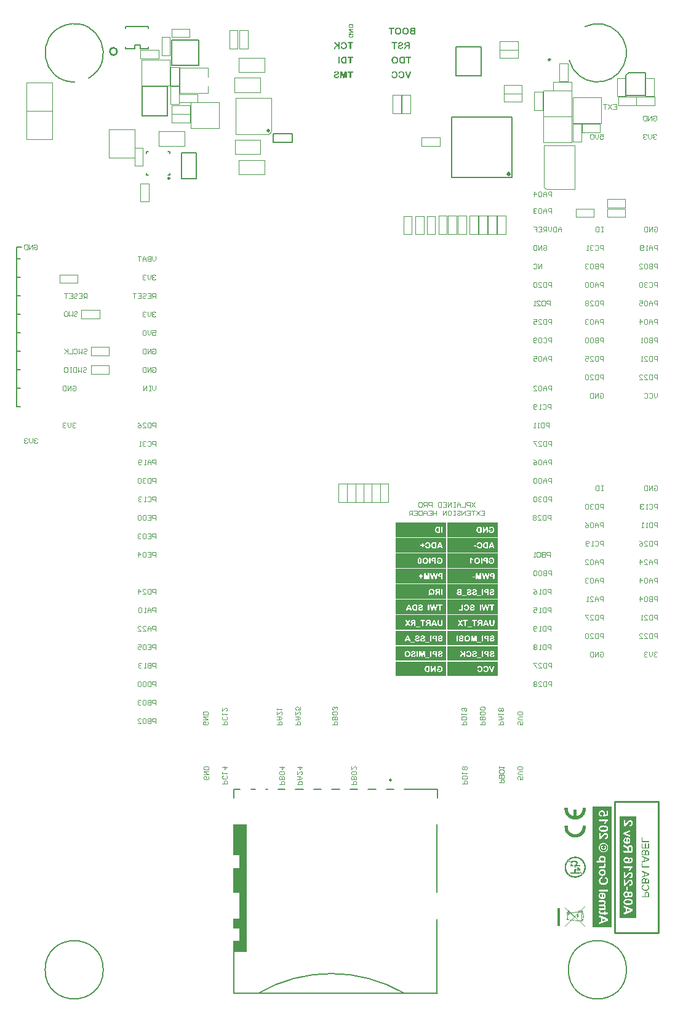
<source format=gbo>
%FSLAX43Y43*%
%MOMM*%
G71*
G01*
G75*
G04 Layer_Color=32896*
%ADD10C,0.175*%
%ADD11C,0.175*%
%ADD12R,0.700X0.700*%
%ADD13R,1.600X1.300*%
%ADD14R,1.000X2.250*%
%ADD15R,2.800X1.400*%
%ADD16R,0.650X0.800*%
%ADD17R,0.800X0.650*%
%ADD18R,0.600X0.550*%
%ADD19R,1.092X1.600*%
%ADD20R,0.700X0.700*%
%ADD21R,0.950X1.000*%
%ADD22R,0.600X0.900*%
%ADD23R,0.762X0.762*%
%ADD24R,0.900X0.600*%
%ADD25R,0.762X0.762*%
%ADD26R,0.500X0.600*%
%ADD27R,1.600X1.092*%
%ADD28R,1.500X1.350*%
%ADD29R,1.350X1.500*%
%ADD30R,2.200X1.500*%
%ADD31R,1.500X2.400*%
%ADD32R,0.650X0.500*%
%ADD33R,0.550X0.600*%
%ADD34R,1.100X1.000*%
%ADD35R,1.100X0.600*%
%ADD36R,0.500X0.650*%
%ADD37R,1.200X1.200*%
%ADD38R,1.200X1.200*%
%ADD39R,0.400X1.350*%
%ADD40R,0.950X1.750*%
%ADD41R,2.500X4.600*%
%ADD42R,2.200X0.600*%
%ADD43R,0.300X1.700*%
%ADD44O,0.300X1.700*%
%ADD45O,1.700X0.300*%
%ADD46R,1.300X1.400*%
%ADD47R,0.850X0.300*%
%ADD48R,3.400X3.400*%
%ADD49R,0.500X0.230*%
%ADD50R,0.230X0.500*%
%ADD51C,0.320*%
%ADD52R,4.100X3.500*%
%ADD53R,0.600X1.100*%
%ADD54R,2.500X1.700*%
%ADD55R,0.350X0.675*%
%ADD56R,0.700X0.300*%
%ADD57R,1.400X1.600*%
%ADD58O,0.200X0.700*%
%ADD59O,0.700X0.200*%
%ADD60R,2.800X2.800*%
%ADD61R,1.300X1.600*%
%ADD62R,1.000X1.600*%
%ADD63R,3.000X2.500*%
%ADD64R,1.200X2.000*%
%ADD65R,2.000X4.900*%
%ADD66R,0.810X4.600*%
%ADD67R,0.610X4.600*%
%ADD68R,1.100X0.300*%
%ADD69R,3.100X2.300*%
%ADD70R,0.430X4.700*%
%ADD71R,0.430X2.540*%
%ADD72R,2.270X0.280*%
%ADD73R,3.200X1.270*%
%ADD74R,3.683X1.270*%
%ADD75R,0.740X2.790*%
%ADD76C,0.300*%
%ADD77C,0.180*%
%ADD78C,0.200*%
%ADD79C,0.165*%
%ADD80C,0.150*%
%ADD81C,0.185*%
%ADD82C,0.127*%
%ADD83R,0.300X0.900*%
%ADD84R,1.800X1.900*%
%ADD85C,1.700*%
%ADD86R,1.700X1.700*%
%ADD87C,3.600*%
G04:AMPARAMS|DCode=88|XSize=2.1mm|YSize=1.9mm|CornerRadius=0.494mm|HoleSize=0mm|Usage=FLASHONLY|Rotation=0.000|XOffset=0mm|YOffset=0mm|HoleType=Round|Shape=RoundedRectangle|*
%AMROUNDEDRECTD88*
21,1,2.100,0.912,0,0,0.0*
21,1,1.112,1.900,0,0,0.0*
1,1,0.988,0.556,-0.456*
1,1,0.988,-0.556,-0.456*
1,1,0.988,-0.556,0.456*
1,1,0.988,0.556,0.456*
%
%ADD88ROUNDEDRECTD88*%
G04:AMPARAMS|DCode=89|XSize=1.05mm|YSize=1.25mm|CornerRadius=0.525mm|HoleSize=0mm|Usage=FLASHONLY|Rotation=180.000|XOffset=0mm|YOffset=0mm|HoleType=Round|Shape=RoundedRectangle|*
%AMROUNDEDRECTD89*
21,1,1.050,0.200,0,0,180.0*
21,1,0.000,1.250,0,0,180.0*
1,1,1.050,0.000,0.100*
1,1,1.050,0.000,0.100*
1,1,1.050,0.000,-0.100*
1,1,1.050,0.000,-0.100*
%
%ADD89ROUNDEDRECTD89*%
%ADD90R,1.700X1.700*%
%ADD91C,1.500*%
%ADD92R,2.200X4.500*%
%ADD93R,5.000X2.200*%
%ADD94R,5.000X2.400*%
%ADD95C,1.020*%
%ADD96C,1.000*%
%ADD97C,0.550*%
%ADD98C,0.400*%
%ADD99C,0.700*%
%ADD100C,0.660*%
%ADD101C,1.016*%
%ADD102C,0.500*%
%ADD103C,1.600*%
%ADD104C,1.900*%
G04:AMPARAMS|DCode=105|XSize=2.524mm|YSize=2.524mm|CornerRadius=0mm|HoleSize=0mm|Usage=FLASHONLY|Rotation=0.000|XOffset=0mm|YOffset=0mm|HoleType=Round|Shape=Relief|Width=0.254mm|Gap=0.254mm|Entries=4|*
%AMTHD105*
7,0,0,2.524,2.016,0.254,45*
%
%ADD105THD105*%
%ADD106O,1.425X2.100*%
%ADD107O,1.250X1.450*%
%ADD108C,2.100*%
%ADD109C,3.600*%
%AMTHOVALD110*
21,1,1.700,2.824,0,0,270.0*
1,1,2.824,0.000,0.850*
1,1,2.824,0.000,-0.850*
21,0,1.700,2.316,0,0,270.0*
1,0,2.316,0.000,0.850*
1,0,2.316,0.000,-0.850*
4,0,4,-0.090,0.760,-1.088,1.759,-0.909,1.938,0.090,0.940,-0.090,0.760,0.0*
4,0,4,-0.090,-0.940,0.909,-1.938,1.088,-1.759,0.090,-0.760,-0.090,-0.940,0.0*
4,0,4,-0.090,0.940,0.909,1.938,1.088,1.759,0.090,0.760,-0.090,0.940,0.0*
4,0,4,-0.090,-0.760,-1.088,-1.759,-0.909,-1.938,0.090,-0.940,-0.090,-0.760,0.0*
%
%ADD110THOVALD110*%

%ADD111O,4.100X1.800*%
%AMTHOVALD112*
21,1,1.800,2.724,0,0,0.0*
1,1,2.724,-0.900,0.000*
1,1,2.724,0.900,0.000*
21,0,1.800,2.216,0,0,0.0*
1,0,2.216,-0.900,0.000*
1,0,2.216,0.900,0.000*
4,0,4,-0.810,-0.090,-1.773,-1.053,-1.953,-0.873,-0.990,0.090,-0.810,-0.090,0.0*
4,0,4,0.990,-0.090,1.953,0.873,1.773,1.053,0.810,0.090,0.990,-0.090,0.0*
4,0,4,-0.990,-0.090,-1.953,0.873,-1.773,1.053,-0.810,0.090,-0.990,-0.090,0.0*
4,0,4,0.810,-0.090,1.773,-1.053,1.953,-0.873,0.990,0.090,0.810,-0.090,0.0*
%
%ADD112THOVALD112*%

%ADD113C,1.620*%
%ADD114C,1.790*%
%ADD115C,0.850*%
%ADD116C,0.800*%
%ADD117C,0.930*%
%ADD118C,3.300*%
%ADD119O,1.900X3.600*%
%ADD120O,3.600X1.800*%
%ADD121C,0.950*%
%ADD122C,0.800*%
%ADD123C,1.270*%
%ADD124R,0.600X1.300*%
%ADD125R,1.300X0.600*%
%ADD126R,0.350X0.850*%
%ADD127R,1.700X0.350*%
%ADD128R,0.650X1.050*%
%ADD129C,0.280*%
%ADD130O,0.850X0.280*%
%ADD131O,0.280X0.850*%
%ADD132R,0.230X0.700*%
%ADD133R,0.700X0.230*%
%ADD134R,2.700X2.700*%
%ADD135O,1.524X0.381*%
%ADD136R,3.000X3.000*%
%ADD137R,0.800X2.000*%
%ADD138R,2.000X1.100*%
%ADD139R,0.980X3.700*%
%ADD140R,3.700X0.980*%
%ADD141R,1.400X0.600*%
%ADD142C,0.125*%
%ADD143R,1.507X0.242*%
%ADD144R,1.490X0.201*%
%ADD145R,0.312X0.829*%
%ADD146C,0.254*%
%ADD147C,0.250*%
%ADD148C,0.600*%
%ADD149C,1.000*%
%ADD150C,0.100*%
%ADD151C,0.112*%
%ADD152R,2.100X2.100*%
%ADD153R,2.100X2.100*%
%ADD154C,0.264*%
%ADD155R,1.750X1.750*%
%ADD156R,0.870X0.870*%
%ADD157R,1.125X1.550*%
%ADD158R,1.700X1.700*%
%ADD159R,0.000X0.000*%
%ADD160R,1.350X1.550*%
%ADD161R,1.300X1.400*%
%ADD162R,0.510X0.900*%
%ADD163R,0.850X1.950*%
%ADD164R,0.800X0.800*%
%ADD165R,1.700X1.400*%
%ADD166R,1.100X2.350*%
%ADD167R,2.900X1.500*%
%ADD168R,0.750X0.900*%
%ADD169R,0.900X0.750*%
%ADD170R,0.700X0.650*%
%ADD171R,1.192X1.700*%
%ADD172R,0.800X0.800*%
%ADD173R,1.050X1.100*%
%ADD174R,0.700X1.000*%
%ADD175R,0.862X0.862*%
%ADD176R,1.000X0.700*%
%ADD177R,0.862X0.862*%
%ADD178R,0.600X0.700*%
%ADD179R,1.700X1.192*%
%ADD180R,1.600X1.450*%
%ADD181R,1.450X1.600*%
%ADD182R,2.300X1.600*%
%ADD183R,1.600X2.500*%
%ADD184R,0.750X0.600*%
%ADD185R,0.650X0.700*%
%ADD186R,1.200X1.100*%
%ADD187R,1.200X0.700*%
%ADD188R,0.600X0.750*%
%ADD189R,1.300X1.300*%
%ADD190R,1.300X1.300*%
%ADD191R,0.500X1.450*%
%ADD192R,1.050X1.850*%
%ADD193R,2.600X4.700*%
%ADD194R,2.300X0.700*%
%ADD195R,0.400X1.800*%
%ADD196O,0.400X1.800*%
%ADD197O,1.800X0.400*%
%ADD198R,1.400X1.500*%
%ADD199R,0.950X0.400*%
%ADD200R,3.500X3.500*%
%ADD201R,0.600X0.330*%
%ADD202R,0.330X0.600*%
%ADD203C,0.470*%
%ADD204R,4.200X3.600*%
%ADD205R,0.700X1.200*%
%ADD206R,2.600X1.800*%
%ADD207R,0.450X0.775*%
%ADD208R,0.850X0.450*%
%ADD209R,1.550X1.750*%
%ADD210O,0.300X0.800*%
%ADD211O,0.800X0.300*%
%ADD212R,2.900X2.900*%
%ADD213R,1.400X1.700*%
%ADD214R,1.100X1.700*%
%ADD215R,3.100X2.600*%
%ADD216R,1.300X2.100*%
%ADD217R,2.100X5.000*%
%ADD218R,0.910X4.700*%
%ADD219R,0.710X4.700*%
%ADD220R,1.200X0.400*%
%ADD221R,3.200X2.400*%
%ADD222R,0.530X4.800*%
%ADD223R,0.530X2.640*%
%ADD224R,2.370X0.380*%
%ADD225R,3.300X1.370*%
%ADD226R,3.783X1.370*%
%ADD227R,0.840X2.890*%
%ADD228R,1.900X2.000*%
%ADD229C,1.800*%
%ADD230R,1.800X1.800*%
%ADD231C,3.700*%
%ADD232C,0.100*%
G04:AMPARAMS|DCode=233|XSize=2.2mm|YSize=2mm|CornerRadius=0.544mm|HoleSize=0mm|Usage=FLASHONLY|Rotation=0.000|XOffset=0mm|YOffset=0mm|HoleType=Round|Shape=RoundedRectangle|*
%AMROUNDEDRECTD233*
21,1,2.200,0.912,0,0,0.0*
21,1,1.112,2.000,0,0,0.0*
1,1,1.088,0.556,-0.456*
1,1,1.088,-0.556,-0.456*
1,1,1.088,-0.556,0.456*
1,1,1.088,0.556,0.456*
%
%ADD233ROUNDEDRECTD233*%
G04:AMPARAMS|DCode=234|XSize=1.15mm|YSize=1.35mm|CornerRadius=0.575mm|HoleSize=0mm|Usage=FLASHONLY|Rotation=180.000|XOffset=0mm|YOffset=0mm|HoleType=Round|Shape=RoundedRectangle|*
%AMROUNDEDRECTD234*
21,1,1.150,0.200,0,0,180.0*
21,1,0.000,1.350,0,0,180.0*
1,1,1.150,0.000,0.100*
1,1,1.150,0.000,0.100*
1,1,1.150,0.000,-0.100*
1,1,1.150,0.000,-0.100*
%
%ADD234ROUNDEDRECTD234*%
%ADD235R,1.800X1.800*%
%ADD236R,0.100X0.100*%
%ADD237R,2.300X4.600*%
%ADD238R,5.100X2.300*%
%ADD239R,5.100X2.500*%
%ADD240C,1.120*%
%ADD241C,1.100*%
%ADD242C,0.650*%
%ADD243C,0.900*%
%ADD244C,1.370*%
%ADD245R,0.700X1.400*%
%ADD246R,1.400X0.700*%
%ADD247R,0.450X0.950*%
%ADD248R,1.800X0.450*%
%ADD249R,0.750X1.150*%
%ADD250C,0.380*%
%ADD251O,0.950X0.380*%
%ADD252O,0.380X0.950*%
%ADD253R,0.330X0.800*%
%ADD254R,0.800X0.330*%
%ADD255O,1.624X0.481*%
%ADD256R,3.400X3.400*%
%ADD257R,1.200X2.400*%
%ADD258R,2.400X1.500*%
%ADD259R,1.080X3.800*%
%ADD260R,3.800X1.080*%
%ADD261R,1.500X0.700*%
%ADD262C,0.600*%
%ADD263R,0.700X0.700*%
%ADD264R,0.730X3.450*%
%ADD265R,3.450X0.730*%
%ADD266C,0.400*%
%ADD267C,0.152*%
%ADD268R,1.905X4.325*%
%ADD269R,1.900X3.400*%
%ADD270R,1.900X1.400*%
%ADD271R,1.900X1.550*%
%ADD272R,1.055X16.800*%
G36*
X-34142Y-1038D02*
X-34125Y-1040D01*
X-34110Y-1045D01*
X-34097Y-1050D01*
X-34089Y-1055D01*
X-34081Y-1060D01*
X-34077Y-1063D01*
X-34076Y-1064D01*
X-34068Y-1075D01*
X-34061Y-1089D01*
X-34056Y-1104D01*
X-34054Y-1119D01*
X-34051Y-1131D01*
X-34050Y-1143D01*
Y-1150D01*
Y-1151D01*
Y-1153D01*
Y-1849D01*
X-34051Y-1870D01*
X-34054Y-1887D01*
X-34059Y-1902D01*
X-34064Y-1915D01*
X-34068Y-1924D01*
X-34072Y-1931D01*
X-34075Y-1935D01*
X-34076Y-1936D01*
X-34087Y-1945D01*
X-34101Y-1952D01*
X-34115Y-1957D01*
X-34130Y-1960D01*
X-34142Y-1962D01*
X-34154Y-1964D01*
X-34474D01*
X-34499Y-1962D01*
X-34521Y-1961D01*
X-34540Y-1960D01*
X-34555D01*
X-34566Y-1959D01*
X-34574Y-1957D01*
X-34576D01*
X-34596Y-1954D01*
X-34615Y-1950D01*
X-34631Y-1946D01*
X-34646Y-1942D01*
X-34657Y-1939D01*
X-34666Y-1935D01*
X-34671Y-1934D01*
X-34674Y-1932D01*
X-34697Y-1920D01*
X-34719Y-1905D01*
X-34737Y-1890D01*
X-34752Y-1875D01*
X-34765Y-1861D01*
X-34774Y-1850D01*
X-34780Y-1842D01*
X-34781Y-1841D01*
Y-1840D01*
X-34795Y-1816D01*
X-34805Y-1791D01*
X-34811Y-1769D01*
X-34816Y-1746D01*
X-34819Y-1727D01*
X-34820Y-1720D01*
X-34821Y-1712D01*
Y-1707D01*
Y-1704D01*
Y-1701D01*
Y-1700D01*
X-34819Y-1670D01*
X-34814Y-1641D01*
X-34805Y-1616D01*
X-34792Y-1594D01*
X-34779Y-1572D01*
X-34764Y-1554D01*
X-34747Y-1537D01*
X-34730Y-1522D01*
X-34712Y-1510D01*
X-34696Y-1500D01*
X-34681Y-1491D01*
X-34667Y-1484D01*
X-34656Y-1479D01*
X-34646Y-1475D01*
X-34641Y-1474D01*
X-34639Y-1473D01*
X-34664Y-1460D01*
X-34685Y-1445D01*
X-34702Y-1430D01*
X-34719Y-1414D01*
X-34732Y-1398D01*
X-34744Y-1380D01*
X-34752Y-1363D01*
X-34760Y-1346D01*
X-34766Y-1331D01*
X-34770Y-1316D01*
X-34774Y-1304D01*
X-34775Y-1291D01*
X-34776Y-1283D01*
X-34777Y-1275D01*
Y-1270D01*
Y-1269D01*
Y-1254D01*
X-34775Y-1240D01*
X-34774Y-1228D01*
X-34771Y-1215D01*
X-34769Y-1206D01*
X-34766Y-1199D01*
X-34765Y-1194D01*
X-34764Y-1193D01*
X-34752Y-1166D01*
X-34745Y-1155D01*
X-34739Y-1146D01*
X-34734Y-1138D01*
X-34729Y-1131D01*
X-34726Y-1128D01*
X-34725Y-1126D01*
X-34705Y-1106D01*
X-34696Y-1098D01*
X-34687Y-1090D01*
X-34679Y-1084D01*
X-34672Y-1080D01*
X-34669Y-1078D01*
X-34667Y-1076D01*
X-34652Y-1069D01*
X-34637Y-1061D01*
X-34622Y-1056D01*
X-34609Y-1053D01*
X-34597Y-1049D01*
X-34589Y-1046D01*
X-34582Y-1045D01*
X-34580D01*
X-34561Y-1043D01*
X-34541Y-1040D01*
X-34522Y-1039D01*
X-34504Y-1038D01*
X-34489Y-1036D01*
X-34164D01*
X-34142Y-1038D01*
D02*
G37*
G36*
X-22675Y-79525D02*
X-29675D01*
Y-77525D01*
X-22675D01*
Y-79525D01*
D02*
G37*
G36*
X-3628Y-123375D02*
X-5908D01*
Y-109416D01*
X-3628D01*
Y-123375D01*
D02*
G37*
G36*
X-29800Y-83775D02*
X-36800D01*
Y-81775D01*
X-29800D01*
Y-83775D01*
D02*
G37*
G36*
X-35352Y-1021D02*
X-35316Y-1025D01*
X-35285Y-1031D01*
X-35256Y-1036D01*
X-35243Y-1040D01*
X-35233Y-1043D01*
X-35223Y-1046D01*
X-35216Y-1049D01*
X-35210Y-1050D01*
X-35205Y-1053D01*
X-35202Y-1054D01*
X-35201D01*
X-35171Y-1068D01*
X-35145Y-1083D01*
X-35120Y-1099D01*
X-35100Y-1115D01*
X-35082Y-1129D01*
X-35070Y-1140D01*
X-35066Y-1144D01*
X-35062Y-1148D01*
X-35061Y-1149D01*
X-35060Y-1150D01*
X-35040Y-1175D01*
X-35022Y-1200D01*
X-35006Y-1226D01*
X-34994Y-1250D01*
X-34984Y-1271D01*
X-34980Y-1280D01*
X-34977Y-1288D01*
X-34975Y-1294D01*
X-34972Y-1299D01*
X-34971Y-1301D01*
Y-1303D01*
X-34961Y-1336D01*
X-34954Y-1370D01*
X-34949Y-1404D01*
X-34945Y-1434D01*
X-34944Y-1446D01*
X-34942Y-1459D01*
Y-1470D01*
X-34941Y-1480D01*
Y-1487D01*
Y-1492D01*
Y-1496D01*
Y-1497D01*
X-34942Y-1536D01*
X-34946Y-1572D01*
X-34950Y-1605D01*
X-34956Y-1634D01*
X-34959Y-1647D01*
X-34961Y-1659D01*
X-34964Y-1669D01*
X-34965Y-1676D01*
X-34967Y-1684D01*
X-34969Y-1689D01*
X-34970Y-1691D01*
Y-1692D01*
X-34982Y-1725D01*
X-34996Y-1755D01*
X-35011Y-1781D01*
X-35025Y-1802D01*
X-35037Y-1821D01*
X-35043Y-1829D01*
X-35047Y-1835D01*
X-35052Y-1840D01*
X-35055Y-1844D01*
X-35057Y-1845D01*
Y-1846D01*
X-35080Y-1869D01*
X-35103Y-1889D01*
X-35127Y-1905D01*
X-35150Y-1920D01*
X-35170Y-1930D01*
X-35178Y-1935D01*
X-35186Y-1939D01*
X-35191Y-1941D01*
X-35196Y-1944D01*
X-35198Y-1945D01*
X-35200D01*
X-35233Y-1956D01*
X-35267Y-1965D01*
X-35300Y-1971D01*
X-35330Y-1975D01*
X-35343Y-1977D01*
X-35356D01*
X-35367Y-1979D01*
X-35376Y-1980D01*
X-35395D01*
X-35435Y-1979D01*
X-35471Y-1975D01*
X-35503Y-1969D01*
X-35518Y-1966D01*
X-35532Y-1962D01*
X-35545Y-1960D01*
X-35556Y-1957D01*
X-35566Y-1954D01*
X-35573Y-1951D01*
X-35580Y-1949D01*
X-35585Y-1947D01*
X-35587Y-1946D01*
X-35588D01*
X-35618Y-1932D01*
X-35647Y-1916D01*
X-35671Y-1900D01*
X-35692Y-1884D01*
X-35708Y-1870D01*
X-35721Y-1859D01*
X-35725Y-1854D01*
X-35728Y-1850D01*
X-35730Y-1849D01*
X-35731Y-1847D01*
X-35752Y-1822D01*
X-35770Y-1796D01*
X-35785Y-1771D01*
X-35797Y-1746D01*
X-35806Y-1726D01*
X-35810Y-1717D01*
X-35813Y-1710D01*
X-35816Y-1704D01*
X-35817Y-1699D01*
X-35818Y-1696D01*
Y-1695D01*
X-35828Y-1661D01*
X-35836Y-1627D01*
X-35841Y-1595D01*
X-35845Y-1564D01*
X-35846Y-1550D01*
X-35847Y-1537D01*
Y-1526D01*
X-35848Y-1518D01*
Y-1509D01*
Y-1504D01*
Y-1500D01*
Y-1499D01*
Y-1473D01*
X-35846Y-1446D01*
X-35843Y-1421D01*
X-35840Y-1398D01*
X-35836Y-1376D01*
X-35831Y-1355D01*
X-35827Y-1336D01*
X-35822Y-1318D01*
X-35817Y-1303D01*
X-35812Y-1288D01*
X-35807Y-1275D01*
X-35803Y-1265D01*
X-35800Y-1258D01*
X-35797Y-1251D01*
X-35796Y-1248D01*
X-35795Y-1246D01*
X-35773Y-1208D01*
X-35748Y-1174D01*
X-35722Y-1145D01*
X-35710Y-1133D01*
X-35697Y-1121D01*
X-35685Y-1111D01*
X-35675Y-1103D01*
X-35665Y-1096D01*
X-35656Y-1090D01*
X-35648Y-1085D01*
X-35643Y-1081D01*
X-35640Y-1080D01*
X-35638Y-1079D01*
X-35618Y-1069D01*
X-35598Y-1059D01*
X-35556Y-1045D01*
X-35515Y-1034D01*
X-35476Y-1028D01*
X-35458Y-1025D01*
X-35442Y-1023D01*
X-35427Y-1021D01*
X-35415D01*
X-35405Y-1020D01*
X-35391D01*
X-35352Y-1021D01*
D02*
G37*
G36*
X-34921Y-3038D02*
X-34902Y-3040D01*
X-34887Y-3045D01*
X-34875Y-3050D01*
X-34866Y-3055D01*
X-34859Y-3060D01*
X-34855Y-3063D01*
X-34854Y-3064D01*
X-34845Y-3075D01*
X-34839Y-3089D01*
X-34834Y-3104D01*
X-34831Y-3119D01*
X-34829Y-3131D01*
X-34827Y-3143D01*
Y-3150D01*
Y-3151D01*
Y-3153D01*
Y-3866D01*
X-34829Y-3886D01*
X-34831Y-3904D01*
X-34835Y-3917D01*
X-34840Y-3930D01*
X-34844Y-3939D01*
X-34847Y-3946D01*
X-34850Y-3950D01*
X-34851Y-3951D01*
X-34861Y-3961D01*
X-34872Y-3967D01*
X-34885Y-3972D01*
X-34896Y-3976D01*
X-34906Y-3979D01*
X-34914Y-3980D01*
X-34921D01*
X-34936Y-3979D01*
X-34949Y-3976D01*
X-34961Y-3971D01*
X-34970Y-3966D01*
X-34979Y-3961D01*
X-34984Y-3956D01*
X-34987Y-3954D01*
X-34989Y-3952D01*
X-34997Y-3941D01*
X-35004Y-3927D01*
X-35009Y-3912D01*
X-35011Y-3899D01*
X-35014Y-3886D01*
X-35015Y-3876D01*
Y-3869D01*
Y-3867D01*
Y-3866D01*
Y-3567D01*
X-35097D01*
X-35114Y-3570D01*
X-35127Y-3571D01*
X-35140Y-3574D01*
X-35150Y-3576D01*
X-35156Y-3579D01*
X-35161Y-3580D01*
X-35162Y-3581D01*
X-35175Y-3587D01*
X-35187Y-3595D01*
X-35197Y-3602D01*
X-35207Y-3611D01*
X-35216Y-3619D01*
X-35222Y-3625D01*
X-35226Y-3630D01*
X-35227Y-3631D01*
X-35240Y-3646D01*
X-35252Y-3662D01*
X-35265Y-3680D01*
X-35276Y-3696D01*
X-35286Y-3712D01*
X-35294Y-3725D01*
X-35297Y-3730D01*
X-35300Y-3734D01*
X-35301Y-3735D01*
Y-3736D01*
X-35376Y-3861D01*
X-35385Y-3876D01*
X-35394Y-3890D01*
X-35401Y-3901D01*
X-35406Y-3911D01*
X-35411Y-3919D01*
X-35415Y-3924D01*
X-35416Y-3927D01*
X-35417Y-3929D01*
X-35430Y-3944D01*
X-35442Y-3955D01*
X-35447Y-3960D01*
X-35451Y-3962D01*
X-35454Y-3964D01*
X-35455Y-3965D01*
X-35464Y-3970D01*
X-35472Y-3974D01*
X-35489Y-3977D01*
X-35496Y-3979D01*
X-35502Y-3980D01*
X-35507D01*
X-35526Y-3979D01*
X-35535Y-3976D01*
X-35541Y-3975D01*
X-35547Y-3972D01*
X-35551Y-3971D01*
X-35554Y-3970D01*
X-35555D01*
X-35569Y-3961D01*
X-35578Y-3952D01*
X-35583Y-3945D01*
X-35586Y-3944D01*
Y-3942D01*
X-35593Y-3929D01*
X-35597Y-3916D01*
X-35598Y-3912D01*
Y-3909D01*
Y-3906D01*
Y-3905D01*
X-35597Y-3897D01*
X-35596Y-3887D01*
X-35589Y-3866D01*
X-35585Y-3856D01*
X-35582Y-3849D01*
X-35580Y-3844D01*
X-35578Y-3841D01*
X-35571Y-3822D01*
X-35561Y-3805D01*
X-35552Y-3786D01*
X-35544Y-3770D01*
X-35535Y-3756D01*
X-35529Y-3745D01*
X-35524Y-3737D01*
X-35522Y-3736D01*
Y-3735D01*
X-35509Y-3714D01*
X-35495Y-3692D01*
X-35481Y-3674D01*
X-35469Y-3657D01*
X-35457Y-3644D01*
X-35449Y-3634D01*
X-35444Y-3627D01*
X-35441Y-3625D01*
X-35424Y-3606D01*
X-35407Y-3590D01*
X-35391Y-3577D01*
X-35377Y-3566D01*
X-35365Y-3557D01*
X-35355Y-3551D01*
X-35349Y-3547D01*
X-35346Y-3546D01*
X-35367Y-3541D01*
X-35387Y-3535D01*
X-35406Y-3529D01*
X-35424Y-3521D01*
X-35440Y-3514D01*
X-35455Y-3507D01*
X-35467Y-3500D01*
X-35480Y-3493D01*
X-35490Y-3486D01*
X-35499Y-3480D01*
X-35506Y-3474D01*
X-35512Y-3469D01*
X-35517Y-3465D01*
X-35521Y-3461D01*
X-35522Y-3460D01*
X-35524Y-3459D01*
X-35534Y-3446D01*
X-35544Y-3434D01*
X-35557Y-3406D01*
X-35569Y-3379D01*
X-35575Y-3353D01*
X-35580Y-3329D01*
X-35581Y-3319D01*
Y-3310D01*
X-35582Y-3303D01*
Y-3298D01*
Y-3294D01*
Y-3293D01*
X-35581Y-3274D01*
X-35580Y-3256D01*
X-35577Y-3240D01*
X-35574Y-3225D01*
X-35570Y-3214D01*
X-35567Y-3204D01*
X-35566Y-3199D01*
X-35565Y-3196D01*
X-35557Y-3180D01*
X-35550Y-3165D01*
X-35541Y-3151D01*
X-35532Y-3140D01*
X-35525Y-3130D01*
X-35519Y-3124D01*
X-35515Y-3119D01*
X-35514Y-3118D01*
X-35501Y-3105D01*
X-35487Y-3094D01*
X-35475Y-3085D01*
X-35462Y-3078D01*
X-35452Y-3071D01*
X-35444Y-3068D01*
X-35439Y-3065D01*
X-35436Y-3064D01*
X-35409Y-3054D01*
X-35395Y-3050D01*
X-35384Y-3048D01*
X-35372Y-3045D01*
X-35364Y-3044D01*
X-35359Y-3043D01*
X-35356D01*
X-35339Y-3040D01*
X-35320Y-3039D01*
X-35302Y-3038D01*
X-35285D01*
X-35270Y-3036D01*
X-34942D01*
X-34921Y-3038D01*
D02*
G37*
G36*
X-36056Y-3021D02*
X-36020Y-3025D01*
X-35988Y-3030D01*
X-35973Y-3034D01*
X-35961Y-3036D01*
X-35948Y-3039D01*
X-35938Y-3043D01*
X-35928Y-3045D01*
X-35921Y-3048D01*
X-35916Y-3050D01*
X-35911Y-3051D01*
X-35908Y-3053D01*
X-35907D01*
X-35880Y-3066D01*
X-35855Y-3080D01*
X-35835Y-3096D01*
X-35817Y-3111D01*
X-35805Y-3124D01*
X-35795Y-3135D01*
X-35790Y-3143D01*
X-35787Y-3144D01*
Y-3145D01*
X-35773Y-3168D01*
X-35763Y-3191D01*
X-35756Y-3214D01*
X-35751Y-3235D01*
X-35748Y-3253D01*
X-35747Y-3268D01*
X-35746Y-3273D01*
Y-3276D01*
Y-3279D01*
Y-3280D01*
X-35747Y-3309D01*
X-35752Y-3335D01*
X-35758Y-3359D01*
X-35766Y-3378D01*
X-35772Y-3394D01*
X-35778Y-3405D01*
X-35783Y-3413D01*
X-35785Y-3414D01*
Y-3415D01*
X-35801Y-3434D01*
X-35818Y-3451D01*
X-35836Y-3466D01*
X-35853Y-3479D01*
X-35868Y-3487D01*
X-35881Y-3495D01*
X-35886Y-3497D01*
X-35890Y-3500D01*
X-35891Y-3501D01*
X-35892D01*
X-35918Y-3513D01*
X-35947Y-3522D01*
X-35975Y-3532D01*
X-36001Y-3540D01*
X-36025Y-3546D01*
X-36035Y-3549D01*
X-36043Y-3551D01*
X-36050Y-3552D01*
X-36055Y-3554D01*
X-36058Y-3555D01*
X-36060D01*
X-36086Y-3561D01*
X-36110Y-3567D01*
X-36130Y-3572D01*
X-36147Y-3577D01*
X-36161Y-3581D01*
X-36171Y-3585D01*
X-36176Y-3586D01*
X-36178Y-3587D01*
X-36195Y-3594D01*
X-36208Y-3601D01*
X-36222Y-3609D01*
X-36232Y-3615D01*
X-36241Y-3622D01*
X-36247Y-3627D01*
X-36251Y-3631D01*
X-36252Y-3632D01*
X-36262Y-3644D01*
X-36268Y-3656D01*
X-36273Y-3669D01*
X-36277Y-3681D01*
X-36280Y-3691D01*
X-36281Y-3700D01*
Y-3705D01*
Y-3707D01*
X-36278Y-3727D01*
X-36272Y-3746D01*
X-36265Y-3764D01*
X-36255Y-3777D01*
X-36245Y-3789D01*
X-36237Y-3796D01*
X-36231Y-3802D01*
X-36228Y-3804D01*
X-36207Y-3816D01*
X-36185Y-3826D01*
X-36162Y-3832D01*
X-36141Y-3837D01*
X-36121Y-3840D01*
X-36113Y-3841D01*
X-36106D01*
X-36100Y-3842D01*
X-36092D01*
X-36071Y-3841D01*
X-36051Y-3840D01*
X-36035Y-3836D01*
X-36020Y-3832D01*
X-36008Y-3830D01*
X-36000Y-3826D01*
X-35995Y-3825D01*
X-35993Y-3824D01*
X-35980Y-3816D01*
X-35968Y-3809D01*
X-35958Y-3800D01*
X-35950Y-3792D01*
X-35943Y-3785D01*
X-35938Y-3780D01*
X-35936Y-3776D01*
X-35935Y-3775D01*
X-35927Y-3762D01*
X-35921Y-3750D01*
X-35915Y-3737D01*
X-35908Y-3726D01*
X-35903Y-3716D01*
X-35900Y-3707D01*
X-35898Y-3702D01*
X-35897Y-3700D01*
X-35891Y-3687D01*
X-35885Y-3676D01*
X-35880Y-3666D01*
X-35873Y-3659D01*
X-35868Y-3652D01*
X-35865Y-3649D01*
X-35862Y-3646D01*
X-35861Y-3645D01*
X-35853Y-3639D01*
X-35845Y-3634D01*
X-35837Y-3630D01*
X-35830Y-3627D01*
X-35822Y-3626D01*
X-35817Y-3625D01*
X-35812D01*
X-35798Y-3626D01*
X-35787Y-3629D01*
X-35776Y-3632D01*
X-35767Y-3637D01*
X-35761Y-3642D01*
X-35755Y-3646D01*
X-35752Y-3649D01*
X-35751Y-3650D01*
X-35743Y-3659D01*
X-35737Y-3669D01*
X-35733Y-3679D01*
X-35730Y-3687D01*
X-35728Y-3695D01*
X-35727Y-3701D01*
Y-3706D01*
Y-3707D01*
X-35728Y-3730D01*
X-35733Y-3752D01*
X-35740Y-3772D01*
X-35747Y-3791D01*
X-35755Y-3807D01*
X-35761Y-3819D01*
X-35763Y-3824D01*
X-35766Y-3827D01*
X-35767Y-3829D01*
Y-3830D01*
X-35783Y-3851D01*
X-35800Y-3871D01*
X-35817Y-3887D01*
X-35833Y-3902D01*
X-35848Y-3914D01*
X-35860Y-3922D01*
X-35867Y-3927D01*
X-35868Y-3929D01*
X-35870D01*
X-35906Y-3946D01*
X-35943Y-3959D01*
X-35981Y-3967D01*
X-36017Y-3974D01*
X-36033Y-3976D01*
X-36048Y-3977D01*
X-36062Y-3979D01*
X-36075D01*
X-36083Y-3980D01*
X-36097D01*
X-36138Y-3979D01*
X-36176Y-3974D01*
X-36210Y-3967D01*
X-36225Y-3965D01*
X-36238Y-3961D01*
X-36251Y-3957D01*
X-36262Y-3954D01*
X-36272Y-3951D01*
X-36280Y-3949D01*
X-36286Y-3946D01*
X-36291Y-3944D01*
X-36293Y-3942D01*
X-36295D01*
X-36325Y-3927D01*
X-36350Y-3910D01*
X-36372Y-3894D01*
X-36390Y-3876D01*
X-36403Y-3861D01*
X-36415Y-3850D01*
X-36417Y-3845D01*
X-36420Y-3841D01*
X-36422Y-3840D01*
Y-3839D01*
X-36437Y-3812D01*
X-36447Y-3786D01*
X-36455Y-3761D01*
X-36461Y-3737D01*
X-36463Y-3716D01*
X-36465Y-3707D01*
Y-3700D01*
X-36466Y-3695D01*
Y-3690D01*
Y-3687D01*
Y-3686D01*
X-36465Y-3661D01*
X-36462Y-3637D01*
X-36458Y-3617D01*
X-36453Y-3600D01*
X-36448Y-3586D01*
X-36445Y-3576D01*
X-36442Y-3570D01*
X-36441Y-3567D01*
X-36431Y-3550D01*
X-36420Y-3535D01*
X-36408Y-3521D01*
X-36397Y-3509D01*
X-36386Y-3500D01*
X-36378Y-3493D01*
X-36373Y-3489D01*
X-36371Y-3487D01*
X-36353Y-3476D01*
X-36335Y-3466D01*
X-36317Y-3456D01*
X-36300Y-3449D01*
X-36285Y-3443D01*
X-36273Y-3438D01*
X-36268Y-3436D01*
X-36265Y-3435D01*
X-36263Y-3434D01*
X-36262D01*
X-36238Y-3425D01*
X-36213Y-3418D01*
X-36190Y-3411D01*
X-36167Y-3405D01*
X-36148Y-3400D01*
X-36141Y-3399D01*
X-36135Y-3396D01*
X-36128Y-3395D01*
X-36125D01*
X-36122Y-3394D01*
X-36121D01*
X-36098Y-3388D01*
X-36080Y-3384D01*
X-36065Y-3379D01*
X-36051Y-3376D01*
X-36042Y-3374D01*
X-36035Y-3371D01*
X-36031Y-3370D01*
X-36030D01*
X-36010Y-3363D01*
X-35993Y-3355D01*
X-35986Y-3351D01*
X-35981Y-3349D01*
X-35977Y-3346D01*
X-35976D01*
X-35958Y-3335D01*
X-35946Y-3323D01*
X-35941Y-3319D01*
X-35937Y-3315D01*
X-35936Y-3313D01*
X-35935Y-3311D01*
X-35930Y-3304D01*
X-35926Y-3295D01*
X-35922Y-3280D01*
X-35921Y-3274D01*
X-35920Y-3269D01*
Y-3265D01*
Y-3264D01*
X-35922Y-3248D01*
X-35927Y-3233D01*
X-35933Y-3220D01*
X-35942Y-3208D01*
X-35950Y-3199D01*
X-35957Y-3193D01*
X-35962Y-3188D01*
X-35963Y-3186D01*
X-35981Y-3175D01*
X-36001Y-3168D01*
X-36021Y-3161D01*
X-36040Y-3158D01*
X-36056Y-3155D01*
X-36070Y-3154D01*
X-36082D01*
X-36110Y-3155D01*
X-36133Y-3159D01*
X-36153Y-3164D01*
X-36168Y-3169D01*
X-36181Y-3174D01*
X-36190Y-3179D01*
X-36195Y-3183D01*
X-36196Y-3184D01*
X-36208Y-3196D01*
X-36221Y-3209D01*
X-36231Y-3223D01*
X-36240Y-3235D01*
X-36247Y-3248D01*
X-36252Y-3256D01*
X-36256Y-3263D01*
X-36257Y-3265D01*
X-36265Y-3278D01*
X-36271Y-3289D01*
X-36276Y-3299D01*
X-36282Y-3306D01*
X-36286Y-3311D01*
X-36290Y-3315D01*
X-36291Y-3318D01*
X-36292Y-3319D01*
X-36300Y-3324D01*
X-36307Y-3328D01*
X-36323Y-3333D01*
X-36331Y-3334D01*
X-36337Y-3335D01*
X-36342D01*
X-36355Y-3334D01*
X-36366Y-3331D01*
X-36376Y-3326D01*
X-36385Y-3321D01*
X-36392Y-3318D01*
X-36397Y-3313D01*
X-36400Y-3310D01*
X-36401Y-3309D01*
X-36408Y-3299D01*
X-36415Y-3288D01*
X-36418Y-3278D01*
X-36422Y-3268D01*
X-36423Y-3260D01*
X-36425Y-3254D01*
Y-3249D01*
Y-3248D01*
X-36423Y-3234D01*
X-36422Y-3220D01*
X-36418Y-3208D01*
X-36416Y-3196D01*
X-36412Y-3186D01*
X-36408Y-3179D01*
X-36407Y-3174D01*
X-36406Y-3173D01*
X-36398Y-3159D01*
X-36388Y-3145D01*
X-36378Y-3133D01*
X-36368Y-3121D01*
X-36360Y-3111D01*
X-36352Y-3105D01*
X-36347Y-3100D01*
X-36346Y-3099D01*
X-36330Y-3086D01*
X-36312Y-3075D01*
X-36295Y-3065D01*
X-36278Y-3056D01*
X-36265Y-3050D01*
X-36252Y-3045D01*
X-36245Y-3043D01*
X-36243Y-3041D01*
X-36242D01*
X-36218Y-3034D01*
X-36193Y-3029D01*
X-36168Y-3025D01*
X-36145Y-3023D01*
X-36125Y-3021D01*
X-36116Y-3020D01*
X-36095D01*
X-36056Y-3021D01*
D02*
G37*
G36*
X-36378Y-1021D02*
X-36342Y-1025D01*
X-36311Y-1031D01*
X-36282Y-1036D01*
X-36269Y-1040D01*
X-36259Y-1043D01*
X-36249Y-1046D01*
X-36242Y-1049D01*
X-36236Y-1050D01*
X-36231Y-1053D01*
X-36228Y-1054D01*
X-36227D01*
X-36197Y-1068D01*
X-36171Y-1083D01*
X-36146Y-1099D01*
X-36126Y-1115D01*
X-36108Y-1129D01*
X-36096Y-1140D01*
X-36092Y-1144D01*
X-36088Y-1148D01*
X-36087Y-1149D01*
X-36086Y-1150D01*
X-36066Y-1175D01*
X-36048Y-1200D01*
X-36032Y-1226D01*
X-36020Y-1250D01*
X-36009Y-1271D01*
X-36006Y-1280D01*
X-36003Y-1288D01*
X-36001Y-1294D01*
X-35998Y-1299D01*
X-35997Y-1301D01*
Y-1303D01*
X-35987Y-1336D01*
X-35980Y-1370D01*
X-35975Y-1404D01*
X-35971Y-1434D01*
X-35970Y-1446D01*
X-35968Y-1459D01*
Y-1470D01*
X-35967Y-1480D01*
Y-1487D01*
Y-1492D01*
Y-1496D01*
Y-1497D01*
X-35968Y-1536D01*
X-35972Y-1572D01*
X-35976Y-1605D01*
X-35982Y-1634D01*
X-35985Y-1647D01*
X-35987Y-1659D01*
X-35989Y-1669D01*
X-35991Y-1676D01*
X-35993Y-1684D01*
X-35994Y-1689D01*
X-35996Y-1691D01*
Y-1692D01*
X-36008Y-1725D01*
X-36022Y-1755D01*
X-36037Y-1781D01*
X-36051Y-1802D01*
X-36063Y-1821D01*
X-36069Y-1829D01*
X-36073Y-1835D01*
X-36078Y-1840D01*
X-36081Y-1844D01*
X-36083Y-1845D01*
Y-1846D01*
X-36106Y-1869D01*
X-36129Y-1889D01*
X-36153Y-1905D01*
X-36176Y-1920D01*
X-36196Y-1930D01*
X-36204Y-1935D01*
X-36212Y-1939D01*
X-36217Y-1941D01*
X-36222Y-1944D01*
X-36224Y-1945D01*
X-36226D01*
X-36259Y-1956D01*
X-36293Y-1965D01*
X-36326Y-1971D01*
X-36356Y-1975D01*
X-36369Y-1977D01*
X-36382D01*
X-36393Y-1979D01*
X-36402Y-1980D01*
X-36421D01*
X-36461Y-1979D01*
X-36497Y-1975D01*
X-36529Y-1969D01*
X-36544Y-1966D01*
X-36558Y-1962D01*
X-36571Y-1960D01*
X-36582Y-1957D01*
X-36592Y-1954D01*
X-36599Y-1951D01*
X-36606Y-1949D01*
X-36611Y-1947D01*
X-36613Y-1946D01*
X-36614D01*
X-36644Y-1932D01*
X-36673Y-1916D01*
X-36697Y-1900D01*
X-36718Y-1884D01*
X-36734Y-1870D01*
X-36747Y-1859D01*
X-36751Y-1854D01*
X-36754Y-1850D01*
X-36756Y-1849D01*
X-36757Y-1847D01*
X-36778Y-1822D01*
X-36796Y-1796D01*
X-36811Y-1771D01*
X-36823Y-1746D01*
X-36832Y-1726D01*
X-36836Y-1717D01*
X-36839Y-1710D01*
X-36842Y-1704D01*
X-36843Y-1699D01*
X-36844Y-1696D01*
Y-1695D01*
X-36854Y-1661D01*
X-36862Y-1627D01*
X-36867Y-1595D01*
X-36871Y-1564D01*
X-36872Y-1550D01*
X-36873Y-1537D01*
Y-1526D01*
X-36874Y-1518D01*
Y-1509D01*
Y-1504D01*
Y-1500D01*
Y-1499D01*
Y-1473D01*
X-36872Y-1446D01*
X-36869Y-1421D01*
X-36866Y-1398D01*
X-36862Y-1376D01*
X-36857Y-1355D01*
X-36853Y-1336D01*
X-36848Y-1318D01*
X-36843Y-1303D01*
X-36838Y-1288D01*
X-36833Y-1275D01*
X-36829Y-1265D01*
X-36826Y-1258D01*
X-36823Y-1251D01*
X-36822Y-1248D01*
X-36821Y-1246D01*
X-36799Y-1208D01*
X-36774Y-1174D01*
X-36748Y-1145D01*
X-36736Y-1133D01*
X-36723Y-1121D01*
X-36711Y-1111D01*
X-36701Y-1103D01*
X-36691Y-1096D01*
X-36682Y-1090D01*
X-36674Y-1085D01*
X-36669Y-1081D01*
X-36666Y-1080D01*
X-36664Y-1079D01*
X-36644Y-1069D01*
X-36624Y-1059D01*
X-36582Y-1045D01*
X-36541Y-1034D01*
X-36502Y-1028D01*
X-36484Y-1025D01*
X-36468Y-1023D01*
X-36453Y-1021D01*
X-36441D01*
X-36431Y-1020D01*
X-36417D01*
X-36378Y-1021D01*
D02*
G37*
G36*
X-37023Y-1038D02*
X-37009Y-1040D01*
X-36997Y-1043D01*
X-36987Y-1046D01*
X-36978Y-1051D01*
X-36973Y-1054D01*
X-36969Y-1056D01*
X-36968Y-1058D01*
X-36961Y-1066D01*
X-36954Y-1075D01*
X-36951Y-1085D01*
X-36947Y-1094D01*
X-36946Y-1103D01*
X-36944Y-1109D01*
Y-1114D01*
Y-1115D01*
X-36946Y-1128D01*
X-36948Y-1139D01*
X-36952Y-1149D01*
X-36957Y-1156D01*
X-36961Y-1163D01*
X-36964Y-1168D01*
X-36967Y-1170D01*
X-36968Y-1171D01*
X-36978Y-1178D01*
X-36989Y-1183D01*
X-37000Y-1186D01*
X-37013Y-1189D01*
X-37023Y-1190D01*
X-37032Y-1191D01*
X-37245D01*
Y-1866D01*
X-37247Y-1886D01*
X-37249Y-1904D01*
X-37254Y-1919D01*
X-37259Y-1931D01*
X-37263Y-1940D01*
X-37268Y-1947D01*
X-37270Y-1951D01*
X-37272Y-1952D01*
X-37282Y-1961D01*
X-37293Y-1969D01*
X-37304Y-1974D01*
X-37315Y-1976D01*
X-37324Y-1979D01*
X-37333Y-1980D01*
X-37339D01*
X-37354Y-1979D01*
X-37367Y-1976D01*
X-37379Y-1971D01*
X-37388Y-1966D01*
X-37397Y-1961D01*
X-37402Y-1956D01*
X-37405Y-1954D01*
X-37407Y-1952D01*
X-37415Y-1940D01*
X-37422Y-1926D01*
X-37427Y-1912D01*
X-37429Y-1899D01*
X-37432Y-1886D01*
X-37433Y-1876D01*
Y-1869D01*
Y-1866D01*
Y-1191D01*
X-37638D01*
X-37654Y-1190D01*
X-37669Y-1188D01*
X-37682Y-1185D01*
X-37692Y-1181D01*
X-37699Y-1178D01*
X-37704Y-1174D01*
X-37708Y-1173D01*
X-37709Y-1171D01*
X-37718Y-1163D01*
X-37724Y-1154D01*
X-37728Y-1144D01*
X-37732Y-1135D01*
X-37733Y-1128D01*
X-37734Y-1121D01*
Y-1116D01*
Y-1115D01*
X-37733Y-1103D01*
X-37730Y-1091D01*
X-37727Y-1081D01*
X-37723Y-1074D01*
X-37718Y-1068D01*
X-37714Y-1063D01*
X-37712Y-1060D01*
X-37710Y-1059D01*
X-37700Y-1051D01*
X-37689Y-1046D01*
X-37677Y-1041D01*
X-37665Y-1039D01*
X-37654Y-1038D01*
X-37645Y-1036D01*
X-37039D01*
X-37023Y-1038D01*
D02*
G37*
G36*
X-14126Y-124474D02*
X-14490D01*
Y-122018D01*
X-14126D01*
Y-124474D01*
D02*
G37*
G36*
X-29800Y-77400D02*
X-36800D01*
Y-75400D01*
X-29800D01*
Y-77400D01*
D02*
G37*
G36*
X-10607Y-108250D02*
Y-108277D01*
Y-108297D01*
Y-108300D01*
Y-108304D01*
X-10604Y-108334D01*
Y-108357D01*
Y-108374D01*
Y-108380D01*
X-10607Y-108494D01*
X-10621Y-108600D01*
X-10641Y-108697D01*
X-10651Y-108740D01*
X-10661Y-108780D01*
X-10671Y-108820D01*
X-10681Y-108854D01*
X-10691Y-108884D01*
X-10701Y-108907D01*
X-10707Y-108927D01*
X-10714Y-108940D01*
X-10717Y-108950D01*
Y-108954D01*
X-10764Y-109050D01*
X-10814Y-109140D01*
X-10867Y-109217D01*
X-10917Y-109287D01*
X-10941Y-109317D01*
X-10960Y-109343D01*
X-10981Y-109367D01*
X-10997Y-109383D01*
X-11010Y-109400D01*
X-11020Y-109410D01*
X-11027Y-109417D01*
X-11030Y-109420D01*
X-11107Y-109490D01*
X-11187Y-109553D01*
X-11267Y-109607D01*
X-11337Y-109653D01*
X-11400Y-109687D01*
X-11430Y-109703D01*
X-11454Y-109713D01*
X-11470Y-109723D01*
X-11484Y-109730D01*
X-11494Y-109737D01*
X-11497D01*
X-11597Y-109777D01*
X-11697Y-109803D01*
X-11794Y-109823D01*
X-11880Y-109840D01*
X-11920Y-109843D01*
X-11957Y-109847D01*
X-11987Y-109850D01*
X-12014D01*
X-12037Y-109853D01*
X-12067D01*
X-12177Y-109850D01*
X-12283Y-109837D01*
X-12380Y-109817D01*
X-12423Y-109807D01*
X-12467Y-109797D01*
X-12503Y-109787D01*
X-12537Y-109777D01*
X-12567Y-109767D01*
X-12590Y-109757D01*
X-12610Y-109750D01*
X-12623Y-109743D01*
X-12633Y-109740D01*
X-12637D01*
X-12733Y-109693D01*
X-12820Y-109643D01*
X-12900Y-109593D01*
X-12970Y-109543D01*
X-13000Y-109520D01*
X-13027Y-109500D01*
X-13047Y-109480D01*
X-13067Y-109467D01*
X-13083Y-109453D01*
X-13093Y-109443D01*
X-13100Y-109437D01*
X-13103Y-109433D01*
X-13177Y-109357D01*
X-13240Y-109277D01*
X-13293Y-109200D01*
X-13337Y-109127D01*
X-13373Y-109063D01*
X-13387Y-109037D01*
X-13400Y-109014D01*
X-13407Y-108997D01*
X-13413Y-108984D01*
X-13420Y-108974D01*
Y-108970D01*
X-13457Y-108867D01*
X-13487Y-108767D01*
X-13507Y-108667D01*
X-13520Y-108580D01*
X-13523Y-108540D01*
X-13527Y-108504D01*
X-13530Y-108470D01*
Y-108444D01*
X-13533Y-108420D01*
Y-108404D01*
Y-108394D01*
Y-108390D01*
Y-108364D01*
X-13530Y-108337D01*
Y-108317D01*
Y-108314D01*
Y-108310D01*
X-13527Y-108280D01*
Y-108254D01*
X-13523Y-108237D01*
Y-108230D01*
X-13077D01*
X-13087Y-108284D01*
X-13090Y-108307D01*
Y-108330D01*
X-13093Y-108347D01*
Y-108360D01*
Y-108367D01*
Y-108370D01*
X-13090Y-108437D01*
X-13083Y-108504D01*
X-13073Y-108560D01*
X-13063Y-108614D01*
X-13053Y-108657D01*
X-13043Y-108690D01*
X-13040Y-108704D01*
X-13037Y-108714D01*
X-13033Y-108717D01*
Y-108720D01*
X-13010Y-108780D01*
X-12983Y-108837D01*
X-12953Y-108887D01*
X-12927Y-108934D01*
X-12903Y-108970D01*
X-12883Y-108997D01*
X-12870Y-109014D01*
X-12867Y-109020D01*
X-12823Y-109067D01*
X-12780Y-109110D01*
X-12737Y-109147D01*
X-12700Y-109180D01*
X-12663Y-109207D01*
X-12637Y-109227D01*
X-12620Y-109240D01*
X-12613Y-109243D01*
X-12557Y-109277D01*
X-12500Y-109303D01*
X-12447Y-109323D01*
X-12397Y-109340D01*
X-12357Y-109353D01*
X-12323Y-109363D01*
X-12310Y-109367D01*
X-12300D01*
X-12297Y-109370D01*
X-12293D01*
X-12290Y-108524D01*
X-11847D01*
Y-109367D01*
X-11784Y-109350D01*
X-11727Y-109330D01*
X-11670Y-109307D01*
X-11624Y-109287D01*
X-11587Y-109267D01*
X-11557Y-109250D01*
X-11537Y-109240D01*
X-11530Y-109237D01*
X-11477Y-109200D01*
X-11430Y-109163D01*
X-11387Y-109123D01*
X-11347Y-109090D01*
X-11317Y-109060D01*
X-11297Y-109034D01*
X-11280Y-109020D01*
X-11277Y-109014D01*
X-11237Y-108964D01*
X-11204Y-108914D01*
X-11177Y-108864D01*
X-11154Y-108817D01*
X-11134Y-108780D01*
X-11120Y-108747D01*
X-11114Y-108727D01*
X-11110Y-108724D01*
Y-108720D01*
X-11090Y-108657D01*
X-11077Y-108594D01*
X-11064Y-108537D01*
X-11057Y-108484D01*
X-11054Y-108437D01*
X-11050Y-108400D01*
Y-108387D01*
Y-108377D01*
Y-108374D01*
Y-108370D01*
Y-108344D01*
X-11054Y-108317D01*
X-11057Y-108300D01*
Y-108297D01*
Y-108294D01*
X-11064Y-108267D01*
X-11067Y-108244D01*
X-11070Y-108230D01*
X-11074Y-108224D01*
X-10611Y-108220D01*
X-10607Y-108250D01*
D02*
G37*
G36*
X-11947Y-114941D02*
X-11844Y-114954D01*
X-11747Y-114974D01*
X-11704Y-114984D01*
X-11664Y-114994D01*
X-11627Y-115008D01*
X-11594Y-115018D01*
X-11564Y-115028D01*
X-11540Y-115034D01*
X-11520Y-115044D01*
X-11507Y-115048D01*
X-11497Y-115054D01*
X-11494D01*
X-11397Y-115101D01*
X-11307Y-115151D01*
X-11230Y-115201D01*
X-11160Y-115251D01*
X-11134Y-115274D01*
X-11107Y-115298D01*
X-11084Y-115314D01*
X-11064Y-115331D01*
X-11050Y-115344D01*
X-11040Y-115354D01*
X-11034Y-115361D01*
X-11030Y-115364D01*
X-10960Y-115441D01*
X-10897Y-115521D01*
X-10844Y-115597D01*
X-10797Y-115671D01*
X-10764Y-115734D01*
X-10751Y-115761D01*
X-10737Y-115784D01*
X-10731Y-115801D01*
X-10724Y-115814D01*
X-10717Y-115824D01*
Y-115827D01*
X-10677Y-115927D01*
X-10651Y-116027D01*
X-10631Y-116124D01*
X-10614Y-116211D01*
X-10611Y-116251D01*
X-10607Y-116287D01*
X-10604Y-116317D01*
Y-116344D01*
X-10601Y-116367D01*
Y-116384D01*
Y-116394D01*
Y-116397D01*
X-10604Y-116507D01*
X-10617Y-116610D01*
X-10637Y-116707D01*
X-10647Y-116750D01*
X-10657Y-116790D01*
X-10671Y-116827D01*
X-10681Y-116860D01*
X-10691Y-116890D01*
X-10697Y-116914D01*
X-10707Y-116934D01*
X-10711Y-116947D01*
X-10717Y-116957D01*
Y-116960D01*
X-10764Y-117057D01*
X-10814Y-117147D01*
X-10867Y-117227D01*
X-10917Y-117294D01*
X-10941Y-117324D01*
X-10960Y-117350D01*
X-10980Y-117374D01*
X-10997Y-117394D01*
X-11010Y-117410D01*
X-11020Y-117420D01*
X-11027Y-117427D01*
X-11030Y-117430D01*
X-11107Y-117500D01*
X-11187Y-117564D01*
X-11264Y-117617D01*
X-11337Y-117660D01*
X-11400Y-117697D01*
X-11427Y-117710D01*
X-11450Y-117724D01*
X-11467Y-117730D01*
X-11480Y-117737D01*
X-11490Y-117744D01*
X-11494D01*
X-11594Y-117780D01*
X-11694Y-117807D01*
X-11787Y-117827D01*
X-11874Y-117840D01*
X-11914Y-117844D01*
X-11947Y-117847D01*
X-11980Y-117850D01*
X-12007D01*
X-12027Y-117854D01*
X-12057D01*
X-12167Y-117850D01*
X-12270Y-117837D01*
X-12367Y-117820D01*
X-12410Y-117810D01*
X-12453Y-117797D01*
X-12490Y-117787D01*
X-12523Y-117777D01*
X-12553Y-117770D01*
X-12577Y-117760D01*
X-12597Y-117754D01*
X-12610Y-117747D01*
X-12620Y-117744D01*
X-12623D01*
X-12720Y-117697D01*
X-12807Y-117647D01*
X-12887Y-117594D01*
X-12957Y-117544D01*
X-12987Y-117520D01*
X-13013Y-117500D01*
X-13033Y-117480D01*
X-13053Y-117464D01*
X-13070Y-117450D01*
X-13080Y-117440D01*
X-13087Y-117434D01*
X-13090Y-117430D01*
X-13160Y-117350D01*
X-13223Y-117270D01*
X-13277Y-117194D01*
X-13320Y-117120D01*
X-13357Y-117057D01*
X-13370Y-117030D01*
X-13383Y-117007D01*
X-13390Y-116990D01*
X-13397Y-116974D01*
X-13403Y-116967D01*
Y-116964D01*
X-13440Y-116864D01*
X-13467Y-116764D01*
X-13487Y-116667D01*
X-13500Y-116581D01*
X-13503Y-116544D01*
X-13507Y-116507D01*
X-13510Y-116474D01*
Y-116447D01*
X-13513Y-116427D01*
Y-116411D01*
Y-116401D01*
Y-116397D01*
X-13510Y-116287D01*
X-13497Y-116181D01*
X-13480Y-116087D01*
X-13470Y-116041D01*
X-13457Y-116001D01*
X-13447Y-115964D01*
X-13437Y-115931D01*
X-13430Y-115901D01*
X-13420Y-115877D01*
X-13413Y-115857D01*
X-13407Y-115844D01*
X-13403Y-115834D01*
Y-115831D01*
X-13357Y-115734D01*
X-13307Y-115644D01*
X-13253Y-115564D01*
X-13203Y-115497D01*
X-13180Y-115467D01*
X-13160Y-115441D01*
X-13140Y-115417D01*
X-13123Y-115397D01*
X-13110Y-115384D01*
X-13100Y-115374D01*
X-13093Y-115367D01*
X-13090Y-115364D01*
X-13010Y-115294D01*
X-12930Y-115234D01*
X-12853Y-115181D01*
X-12780Y-115134D01*
X-12717Y-115101D01*
X-12690Y-115088D01*
X-12667Y-115074D01*
X-12650Y-115064D01*
X-12633Y-115061D01*
X-12627Y-115054D01*
X-12623D01*
X-12523Y-115014D01*
X-12423Y-114988D01*
X-12327Y-114968D01*
X-12240Y-114951D01*
X-12204Y-114948D01*
X-12167Y-114944D01*
X-12134Y-114941D01*
X-12107D01*
X-12087Y-114938D01*
X-12057D01*
X-11947Y-114941D01*
D02*
G37*
G36*
X-29800Y-85900D02*
X-36800D01*
Y-83900D01*
X-29800D01*
Y-85900D01*
D02*
G37*
G36*
Y-79525D02*
X-36800D01*
Y-77525D01*
X-29800D01*
Y-79525D01*
D02*
G37*
G36*
X-11344Y-122478D02*
Y-122538D01*
X-11207Y-122525D01*
X-11217Y-122508D01*
X-11220Y-122491D01*
X-11224Y-122478D01*
Y-122475D01*
X-11220Y-122441D01*
X-11207Y-122418D01*
X-11197Y-122405D01*
X-11194Y-122398D01*
X-11167Y-122378D01*
X-11144Y-122368D01*
X-11124Y-122365D01*
X-11117D01*
X-11087Y-122371D01*
X-11064Y-122381D01*
X-11050Y-122391D01*
X-11044Y-122398D01*
X-11024Y-122425D01*
X-11014Y-122448D01*
X-11010Y-122468D01*
Y-122471D01*
Y-122475D01*
X-11014Y-122495D01*
X-11020Y-122511D01*
X-11034Y-122538D01*
X-11050Y-122555D01*
X-11054Y-122561D01*
X-11057D01*
X-11040Y-122578D01*
X-11024Y-122595D01*
X-10997Y-122635D01*
X-10984Y-122651D01*
X-10974Y-122668D01*
X-10970Y-122678D01*
X-10967Y-122681D01*
X-10950Y-122715D01*
X-10937Y-122755D01*
X-10924Y-122795D01*
X-10917Y-122835D01*
X-10911Y-122871D01*
X-10904Y-122901D01*
X-10901Y-122921D01*
Y-122924D01*
Y-122928D01*
X-10867D01*
Y-123314D01*
X-10891D01*
X-10894Y-123354D01*
X-10897Y-123391D01*
X-10901Y-123408D01*
Y-123418D01*
X-10904Y-123424D01*
Y-123428D01*
X-10907Y-123464D01*
X-10914Y-123494D01*
X-10917Y-123518D01*
Y-123521D01*
Y-123524D01*
X-10907D01*
Y-123668D01*
X-10960D01*
X-10980Y-123704D01*
X-11000Y-123731D01*
X-11017Y-123754D01*
X-11034Y-123771D01*
X-11047Y-123784D01*
X-11057Y-123791D01*
X-11064Y-123798D01*
X-11067D01*
X-11084Y-123808D01*
X-11097Y-123814D01*
X-11114Y-123824D01*
X-11120Y-123831D01*
X-11124D01*
Y-123914D01*
X-11210D01*
Y-123804D01*
X-11454Y-123781D01*
X-10601Y-124571D01*
X-10711D01*
X-11574Y-123774D01*
X-12590Y-123694D01*
X-13460Y-124544D01*
X-13503Y-124497D01*
X-12673Y-123688D01*
X-12867Y-123671D01*
X-12920Y-123664D01*
X-12943D01*
X-12963Y-123661D01*
X-13023D01*
X-13040Y-123658D01*
X-13063D01*
X-13073Y-123654D01*
X-13077D01*
X-13090Y-123651D01*
X-13103Y-123648D01*
X-13107Y-123644D01*
X-13110Y-123641D01*
X-13117Y-123631D01*
X-13120Y-123628D01*
Y-123624D01*
X-13227D01*
Y-123484D01*
X-13120D01*
Y-122911D01*
X-13157Y-122884D01*
X-13183Y-122854D01*
X-13203Y-122821D01*
X-13217Y-122788D01*
X-13223Y-122758D01*
X-13227Y-122735D01*
X-13230Y-122718D01*
Y-122711D01*
X-13227Y-122678D01*
X-13220Y-122648D01*
X-13210Y-122618D01*
X-13197Y-122595D01*
X-13187Y-122578D01*
X-13177Y-122565D01*
X-13170Y-122555D01*
X-13167Y-122551D01*
X-13140Y-122528D01*
X-13113Y-122511D01*
X-13083Y-122498D01*
X-13057Y-122491D01*
X-13037Y-122485D01*
X-13017Y-122481D01*
X-12973D01*
X-13513Y-121981D01*
X-13470Y-121925D01*
X-12673Y-122661D01*
X-11624Y-122561D01*
Y-122371D01*
X-11344D01*
Y-122378D01*
X-10721Y-121768D01*
X-10621D01*
X-11344Y-122478D01*
D02*
G37*
G36*
X-22675Y-71025D02*
X-29675D01*
Y-69025D01*
X-22675D01*
Y-71025D01*
D02*
G37*
G36*
X-29800Y-71025D02*
X-36800D01*
Y-69025D01*
X-29800D01*
Y-71025D01*
D02*
G37*
G36*
X-22675Y-83775D02*
X-29675D01*
Y-81775D01*
X-22675D01*
Y-83775D01*
D02*
G37*
G36*
X-44544Y-5021D02*
X-44532Y-5025D01*
X-44520Y-5029D01*
X-44511Y-5034D01*
X-44502Y-5040D01*
X-44497Y-5044D01*
X-44493Y-5048D01*
X-44492Y-5049D01*
X-44483Y-5061D01*
X-44477Y-5074D01*
X-44473Y-5089D01*
X-44471Y-5103D01*
X-44468Y-5115D01*
X-44467Y-5125D01*
Y-5133D01*
Y-5134D01*
Y-5135D01*
Y-5866D01*
X-44468Y-5886D01*
X-44471Y-5904D01*
X-44475Y-5917D01*
X-44480Y-5930D01*
X-44485Y-5939D01*
X-44488Y-5946D01*
X-44491Y-5950D01*
X-44492Y-5951D01*
X-44502Y-5961D01*
X-44513Y-5967D01*
X-44525Y-5972D01*
X-44536Y-5976D01*
X-44544Y-5979D01*
X-44553Y-5980D01*
X-44560D01*
X-44574Y-5979D01*
X-44588Y-5976D01*
X-44599Y-5971D01*
X-44609Y-5966D01*
X-44618Y-5961D01*
X-44623Y-5956D01*
X-44627Y-5954D01*
X-44628Y-5952D01*
X-44637Y-5940D01*
X-44643Y-5926D01*
X-44648Y-5912D01*
X-44651Y-5899D01*
X-44653Y-5886D01*
X-44654Y-5876D01*
Y-5869D01*
Y-5866D01*
Y-5135D01*
X-44653Y-5115D01*
X-44651Y-5098D01*
X-44646Y-5083D01*
X-44642Y-5070D01*
X-44637Y-5061D01*
X-44632Y-5054D01*
X-44629Y-5050D01*
X-44628Y-5049D01*
X-44618Y-5039D01*
X-44607Y-5033D01*
X-44594Y-5028D01*
X-44584Y-5024D01*
X-44574Y-5021D01*
X-44567Y-5020D01*
X-44560D01*
X-44544Y-5021D01*
D02*
G37*
G36*
X-42677Y-5038D02*
X-42664Y-5040D01*
X-42651Y-5043D01*
X-42641Y-5046D01*
X-42632Y-5051D01*
X-42627Y-5054D01*
X-42624Y-5056D01*
X-42622Y-5058D01*
X-42615Y-5066D01*
X-42609Y-5075D01*
X-42605Y-5085D01*
X-42601Y-5094D01*
X-42600Y-5103D01*
X-42599Y-5109D01*
Y-5114D01*
Y-5115D01*
X-42600Y-5128D01*
X-42603Y-5139D01*
X-42606Y-5149D01*
X-42611Y-5156D01*
X-42615Y-5163D01*
X-42619Y-5168D01*
X-42621Y-5170D01*
X-42622Y-5171D01*
X-42632Y-5178D01*
X-42644Y-5183D01*
X-42655Y-5186D01*
X-42667Y-5189D01*
X-42677Y-5190D01*
X-42686Y-5191D01*
X-42900D01*
Y-5866D01*
X-42901Y-5886D01*
X-42904Y-5904D01*
X-42909Y-5919D01*
X-42914Y-5931D01*
X-42917Y-5940D01*
X-42922Y-5947D01*
X-42925Y-5951D01*
X-42926Y-5952D01*
X-42936Y-5961D01*
X-42947Y-5969D01*
X-42959Y-5974D01*
X-42970Y-5976D01*
X-42979Y-5979D01*
X-42987Y-5980D01*
X-42994D01*
X-43009Y-5979D01*
X-43021Y-5976D01*
X-43034Y-5971D01*
X-43042Y-5966D01*
X-43051Y-5961D01*
X-43056Y-5956D01*
X-43060Y-5954D01*
X-43061Y-5952D01*
X-43070Y-5940D01*
X-43076Y-5926D01*
X-43081Y-5912D01*
X-43084Y-5899D01*
X-43086Y-5886D01*
X-43087Y-5876D01*
Y-5869D01*
Y-5866D01*
Y-5191D01*
X-43292D01*
X-43309Y-5190D01*
X-43324Y-5188D01*
X-43336Y-5185D01*
X-43346Y-5181D01*
X-43354Y-5178D01*
X-43359Y-5174D01*
X-43362Y-5173D01*
X-43364Y-5171D01*
X-43372Y-5163D01*
X-43379Y-5154D01*
X-43382Y-5144D01*
X-43386Y-5135D01*
X-43387Y-5128D01*
X-43389Y-5121D01*
Y-5116D01*
Y-5115D01*
X-43387Y-5103D01*
X-43385Y-5091D01*
X-43381Y-5081D01*
X-43377Y-5074D01*
X-43372Y-5068D01*
X-43369Y-5063D01*
X-43366Y-5060D01*
X-43365Y-5059D01*
X-43355Y-5051D01*
X-43344Y-5046D01*
X-43331Y-5041D01*
X-43320Y-5039D01*
X-43309Y-5038D01*
X-43300Y-5036D01*
X-42694D01*
X-42677Y-5038D01*
D02*
G37*
G36*
X-43871Y-3021D02*
X-43838Y-3025D01*
X-43808Y-3031D01*
X-43782Y-3036D01*
X-43771Y-3040D01*
X-43761Y-3043D01*
X-43752Y-3046D01*
X-43745Y-3049D01*
X-43738Y-3050D01*
X-43733Y-3053D01*
X-43731Y-3054D01*
X-43730D01*
X-43701Y-3068D01*
X-43673Y-3083D01*
X-43650Y-3099D01*
X-43628Y-3114D01*
X-43612Y-3128D01*
X-43600Y-3140D01*
X-43595Y-3144D01*
X-43591Y-3148D01*
X-43590Y-3149D01*
X-43589Y-3150D01*
X-43567Y-3175D01*
X-43549Y-3200D01*
X-43534Y-3225D01*
X-43520Y-3249D01*
X-43510Y-3270D01*
X-43506Y-3279D01*
X-43502Y-3286D01*
X-43500Y-3293D01*
X-43497Y-3298D01*
X-43496Y-3300D01*
Y-3301D01*
X-43485Y-3335D01*
X-43477Y-3370D01*
X-43471Y-3404D01*
X-43467Y-3435D01*
X-43466Y-3449D01*
X-43465Y-3463D01*
Y-3474D01*
X-43464Y-3484D01*
Y-3491D01*
Y-3497D01*
Y-3501D01*
Y-3503D01*
Y-3527D01*
X-43466Y-3551D01*
X-43467Y-3574D01*
X-43470Y-3594D01*
X-43472Y-3610D01*
X-43474Y-3621D01*
X-43475Y-3626D01*
X-43476Y-3630D01*
Y-3631D01*
Y-3632D01*
X-43481Y-3655D01*
X-43487Y-3676D01*
X-43494Y-3696D01*
X-43500Y-3714D01*
X-43506Y-3727D01*
X-43511Y-3739D01*
X-43514Y-3746D01*
X-43515Y-3747D01*
Y-3749D01*
X-43525Y-3769D01*
X-43536Y-3786D01*
X-43546Y-3804D01*
X-43556Y-3817D01*
X-43565Y-3830D01*
X-43571Y-3839D01*
X-43576Y-3844D01*
X-43577Y-3846D01*
X-43593Y-3864D01*
X-43608Y-3879D01*
X-43623Y-3891D01*
X-43637Y-3902D01*
X-43650Y-3911D01*
X-43658Y-3919D01*
X-43665Y-3922D01*
X-43667Y-3924D01*
X-43686Y-3934D01*
X-43705Y-3942D01*
X-43723Y-3950D01*
X-43740Y-3956D01*
X-43755Y-3960D01*
X-43766Y-3964D01*
X-43773Y-3965D01*
X-43775Y-3966D01*
X-43776D01*
X-43798Y-3971D01*
X-43822Y-3974D01*
X-43845Y-3976D01*
X-43866Y-3979D01*
X-43883D01*
X-43897Y-3980D01*
X-43910D01*
X-43945Y-3979D01*
X-43977Y-3975D01*
X-44006Y-3970D01*
X-44031Y-3965D01*
X-44042Y-3962D01*
X-44052Y-3960D01*
X-44060Y-3957D01*
X-44067Y-3955D01*
X-44072Y-3952D01*
X-44076Y-3951D01*
X-44078Y-3950D01*
X-44080D01*
X-44106Y-3937D01*
X-44128Y-3924D01*
X-44150Y-3910D01*
X-44166Y-3897D01*
X-44180Y-3886D01*
X-44190Y-3877D01*
X-44196Y-3871D01*
X-44198Y-3869D01*
X-44215Y-3850D01*
X-44230Y-3831D01*
X-44241Y-3815D01*
X-44251Y-3799D01*
X-44258Y-3786D01*
X-44263Y-3776D01*
X-44266Y-3770D01*
X-44267Y-3767D01*
X-44275Y-3749D01*
X-44280Y-3731D01*
X-44285Y-3715D01*
X-44287Y-3701D01*
X-44288Y-3689D01*
X-44290Y-3680D01*
Y-3675D01*
Y-3672D01*
X-44288Y-3660D01*
X-44286Y-3649D01*
X-44282Y-3639D01*
X-44277Y-3630D01*
X-44272Y-3622D01*
X-44268Y-3617D01*
X-44266Y-3615D01*
X-44265Y-3614D01*
X-44256Y-3606D01*
X-44246Y-3600D01*
X-44236Y-3596D01*
X-44227Y-3592D01*
X-44220Y-3591D01*
X-44213Y-3590D01*
X-44208D01*
X-44195Y-3591D01*
X-44182Y-3594D01*
X-44172Y-3597D01*
X-44165Y-3601D01*
X-44158Y-3606D01*
X-44155Y-3610D01*
X-44152Y-3612D01*
X-44151Y-3614D01*
X-44145Y-3622D01*
X-44138Y-3632D01*
X-44130Y-3652D01*
X-44126Y-3661D01*
X-44123Y-3667D01*
X-44121Y-3672D01*
Y-3674D01*
X-44110Y-3701D01*
X-44096Y-3725D01*
X-44081Y-3745D01*
X-44067Y-3761D01*
X-44055Y-3775D01*
X-44045Y-3784D01*
X-44038Y-3789D01*
X-44037Y-3791D01*
X-44036D01*
X-44015Y-3805D01*
X-43991Y-3814D01*
X-43968Y-3821D01*
X-43947Y-3826D01*
X-43928Y-3829D01*
X-43920Y-3830D01*
X-43913D01*
X-43907Y-3831D01*
X-43900D01*
X-43872Y-3830D01*
X-43847Y-3826D01*
X-43825Y-3820D01*
X-43806Y-3814D01*
X-43790Y-3807D01*
X-43778Y-3801D01*
X-43771Y-3797D01*
X-43770Y-3796D01*
X-43768D01*
X-43748Y-3781D01*
X-43732Y-3765D01*
X-43717Y-3746D01*
X-43706Y-3729D01*
X-43696Y-3714D01*
X-43688Y-3700D01*
X-43687Y-3696D01*
X-43685Y-3692D01*
X-43683Y-3690D01*
Y-3689D01*
X-43673Y-3660D01*
X-43666Y-3630D01*
X-43661Y-3600D01*
X-43657Y-3571D01*
X-43656Y-3559D01*
X-43655Y-3546D01*
Y-3536D01*
X-43653Y-3526D01*
Y-3519D01*
Y-3514D01*
Y-3510D01*
Y-3509D01*
X-43655Y-3479D01*
X-43656Y-3451D01*
X-43660Y-3425D01*
X-43663Y-3401D01*
X-43670Y-3379D01*
X-43675Y-3358D01*
X-43681Y-3339D01*
X-43687Y-3323D01*
X-43693Y-3308D01*
X-43700Y-3294D01*
X-43706Y-3283D01*
X-43711Y-3274D01*
X-43715Y-3266D01*
X-43718Y-3261D01*
X-43720Y-3259D01*
X-43721Y-3258D01*
X-43735Y-3241D01*
X-43748Y-3229D01*
X-43763Y-3216D01*
X-43778Y-3206D01*
X-43795Y-3198D01*
X-43810Y-3190D01*
X-43825Y-3185D01*
X-43840Y-3180D01*
X-43853Y-3176D01*
X-43866Y-3174D01*
X-43877Y-3171D01*
X-43887Y-3170D01*
X-43895Y-3169D01*
X-43906D01*
X-43932Y-3170D01*
X-43956Y-3174D01*
X-43977Y-3180D01*
X-43995Y-3186D01*
X-44008Y-3193D01*
X-44020Y-3199D01*
X-44026Y-3203D01*
X-44028Y-3204D01*
X-44046Y-3218D01*
X-44063Y-3234D01*
X-44077Y-3251D01*
X-44091Y-3269D01*
X-44101Y-3284D01*
X-44108Y-3296D01*
X-44111Y-3301D01*
X-44113Y-3305D01*
X-44115Y-3306D01*
Y-3308D01*
X-44123Y-3321D01*
X-44131Y-3334D01*
X-44137Y-3344D01*
X-44143Y-3353D01*
X-44148Y-3359D01*
X-44152Y-3363D01*
X-44153Y-3365D01*
X-44155Y-3366D01*
X-44162Y-3373D01*
X-44171Y-3376D01*
X-44190Y-3381D01*
X-44197Y-3383D01*
X-44203Y-3384D01*
X-44210D01*
X-44221Y-3383D01*
X-44231Y-3380D01*
X-44241Y-3376D01*
X-44248Y-3371D01*
X-44255Y-3366D01*
X-44260Y-3363D01*
X-44262Y-3360D01*
X-44263Y-3359D01*
X-44271Y-3349D01*
X-44277Y-3339D01*
X-44281Y-3330D01*
X-44285Y-3320D01*
X-44286Y-3313D01*
X-44287Y-3306D01*
Y-3303D01*
Y-3301D01*
X-44285Y-3279D01*
X-44280Y-3258D01*
X-44272Y-3236D01*
X-44263Y-3216D01*
X-44255Y-3200D01*
X-44247Y-3188D01*
X-44245Y-3183D01*
X-44242Y-3179D01*
X-44240Y-3178D01*
Y-3176D01*
X-44221Y-3153D01*
X-44200Y-3131D01*
X-44177Y-3113D01*
X-44155Y-3096D01*
X-44135Y-3083D01*
X-44127Y-3078D01*
X-44120Y-3073D01*
X-44113Y-3070D01*
X-44108Y-3068D01*
X-44106Y-3065D01*
X-44105D01*
X-44071Y-3050D01*
X-44037Y-3039D01*
X-44003Y-3031D01*
X-43972Y-3025D01*
X-43957Y-3024D01*
X-43945Y-3023D01*
X-43933Y-3021D01*
X-43923D01*
X-43916Y-3020D01*
X-43905D01*
X-43871Y-3021D01*
D02*
G37*
G36*
X-44538D02*
X-44525Y-3025D01*
X-44512Y-3029D01*
X-44502Y-3034D01*
X-44495Y-3040D01*
X-44490Y-3044D01*
X-44486Y-3048D01*
X-44485Y-3049D01*
X-44477Y-3061D01*
X-44471Y-3074D01*
X-44467Y-3089D01*
X-44463Y-3103D01*
X-44462Y-3115D01*
X-44461Y-3125D01*
Y-3133D01*
Y-3134D01*
Y-3135D01*
Y-3825D01*
Y-3840D01*
Y-3854D01*
Y-3865D01*
X-44462Y-3875D01*
Y-3882D01*
Y-3887D01*
Y-3891D01*
Y-3892D01*
X-44465Y-3909D01*
X-44468Y-3922D01*
X-44471Y-3927D01*
X-44472Y-3930D01*
X-44473Y-3932D01*
Y-3934D01*
X-44483Y-3947D01*
X-44495Y-3959D01*
X-44500Y-3962D01*
X-44503Y-3965D01*
X-44506Y-3967D01*
X-44507D01*
X-44523Y-3975D01*
X-44538Y-3979D01*
X-44544D01*
X-44549Y-3980D01*
X-44553D01*
X-44568Y-3979D01*
X-44581Y-3976D01*
X-44593Y-3971D01*
X-44602Y-3966D01*
X-44611Y-3961D01*
X-44616Y-3956D01*
X-44619Y-3954D01*
X-44621Y-3952D01*
X-44629Y-3940D01*
X-44637Y-3926D01*
X-44642Y-3912D01*
X-44644Y-3899D01*
X-44647Y-3886D01*
X-44648Y-3876D01*
Y-3869D01*
Y-3866D01*
Y-3674D01*
X-44802Y-3526D01*
X-45023Y-3869D01*
X-45033Y-3886D01*
X-45043Y-3902D01*
X-45047Y-3910D01*
X-45051Y-3915D01*
X-45052Y-3919D01*
X-45053Y-3920D01*
X-45067Y-3939D01*
X-45074Y-3946D01*
X-45081Y-3952D01*
X-45087Y-3957D01*
X-45092Y-3961D01*
X-45094Y-3962D01*
X-45096Y-3964D01*
X-45106Y-3969D01*
X-45116Y-3972D01*
X-45137Y-3977D01*
X-45146Y-3979D01*
X-45153Y-3980D01*
X-45159D01*
X-45174Y-3979D01*
X-45188Y-3976D01*
X-45199Y-3972D01*
X-45208Y-3969D01*
X-45216Y-3965D01*
X-45222Y-3961D01*
X-45224Y-3959D01*
X-45226Y-3957D01*
X-45234Y-3949D01*
X-45241Y-3940D01*
X-45244Y-3930D01*
X-45248Y-3922D01*
X-45249Y-3915D01*
X-45251Y-3909D01*
Y-3905D01*
Y-3904D01*
Y-3894D01*
X-45248Y-3884D01*
X-45246Y-3874D01*
X-45243Y-3865D01*
X-45241Y-3857D01*
X-45238Y-3852D01*
X-45237Y-3849D01*
X-45236Y-3847D01*
X-45229Y-3836D01*
X-45223Y-3824D01*
X-45217Y-3812D01*
X-45209Y-3801D01*
X-45204Y-3791D01*
X-45199Y-3784D01*
X-45196Y-3779D01*
X-45194Y-3777D01*
X-44931Y-3400D01*
X-45159Y-3184D01*
X-45173Y-3169D01*
X-45184Y-3154D01*
X-45192Y-3140D01*
X-45197Y-3128D01*
X-45199Y-3118D01*
X-45202Y-3110D01*
Y-3104D01*
Y-3103D01*
X-45201Y-3090D01*
X-45198Y-3079D01*
X-45194Y-3069D01*
X-45189Y-3060D01*
X-45184Y-3053D01*
X-45181Y-3048D01*
X-45178Y-3045D01*
X-45177Y-3044D01*
X-45167Y-3036D01*
X-45156Y-3030D01*
X-45146Y-3026D01*
X-45136Y-3023D01*
X-45126Y-3021D01*
X-45118Y-3020D01*
X-45101D01*
X-45091Y-3023D01*
X-45082Y-3024D01*
X-45076Y-3026D01*
X-45069Y-3029D01*
X-45066Y-3031D01*
X-45063Y-3033D01*
X-45062Y-3034D01*
X-45054Y-3040D01*
X-45047Y-3046D01*
X-45032Y-3060D01*
X-45026Y-3065D01*
X-45022Y-3070D01*
X-45018Y-3074D01*
X-45017Y-3075D01*
X-44648Y-3459D01*
Y-3135D01*
X-44647Y-3115D01*
X-44644Y-3098D01*
X-44639Y-3083D01*
X-44636Y-3070D01*
X-44631Y-3061D01*
X-44626Y-3054D01*
X-44623Y-3050D01*
X-44622Y-3049D01*
X-44612Y-3039D01*
X-44601Y-3033D01*
X-44588Y-3028D01*
X-44578Y-3024D01*
X-44568Y-3021D01*
X-44561Y-3020D01*
X-44553D01*
X-44538Y-3021D01*
D02*
G37*
G36*
X-43593Y-5038D02*
X-43576Y-5040D01*
X-43561Y-5045D01*
X-43549Y-5050D01*
X-43540Y-5055D01*
X-43532Y-5060D01*
X-43529Y-5063D01*
X-43527Y-5064D01*
X-43519Y-5075D01*
X-43512Y-5089D01*
X-43507Y-5104D01*
X-43505Y-5119D01*
X-43502Y-5131D01*
X-43501Y-5143D01*
Y-5150D01*
Y-5151D01*
Y-5153D01*
Y-5832D01*
Y-5849D01*
X-43502Y-5862D01*
X-43504Y-5875D01*
X-43505Y-5886D01*
X-43506Y-5895D01*
X-43507Y-5901D01*
X-43509Y-5905D01*
Y-5906D01*
X-43512Y-5916D01*
X-43517Y-5925D01*
X-43522Y-5931D01*
X-43529Y-5937D01*
X-43534Y-5942D01*
X-43539Y-5946D01*
X-43541Y-5947D01*
X-43542Y-5949D01*
X-43554Y-5954D01*
X-43566Y-5957D01*
X-43591Y-5961D01*
X-43602Y-5962D01*
X-43611Y-5964D01*
X-43888D01*
X-43910Y-5962D01*
X-43928Y-5961D01*
X-43946Y-5960D01*
X-43960Y-5959D01*
X-43970Y-5957D01*
X-43976Y-5956D01*
X-43978D01*
X-43997Y-5952D01*
X-44015Y-5947D01*
X-44031Y-5944D01*
X-44045Y-5939D01*
X-44057Y-5934D01*
X-44066Y-5931D01*
X-44071Y-5929D01*
X-44073Y-5927D01*
X-44090Y-5920D01*
X-44106Y-5910D01*
X-44120Y-5901D01*
X-44132Y-5892D01*
X-44142Y-5885D01*
X-44150Y-5879D01*
X-44155Y-5875D01*
X-44156Y-5874D01*
X-44173Y-5857D01*
X-44188Y-5840D01*
X-44201Y-5824D01*
X-44212Y-5807D01*
X-44221Y-5795D01*
X-44228Y-5784D01*
X-44232Y-5777D01*
X-44233Y-5775D01*
X-44243Y-5754D01*
X-44253Y-5732D01*
X-44261Y-5711D01*
X-44267Y-5692D01*
X-44272Y-5676D01*
X-44276Y-5662D01*
X-44277Y-5657D01*
Y-5654D01*
X-44278Y-5652D01*
Y-5651D01*
X-44283Y-5625D01*
X-44287Y-5597D01*
X-44290Y-5572D01*
X-44292Y-5549D01*
Y-5529D01*
X-44293Y-5520D01*
Y-5512D01*
Y-5506D01*
Y-5503D01*
Y-5500D01*
Y-5499D01*
X-44292Y-5453D01*
X-44287Y-5410D01*
X-44280Y-5370D01*
X-44271Y-5333D01*
X-44260Y-5299D01*
X-44247Y-5268D01*
X-44235Y-5240D01*
X-44221Y-5215D01*
X-44207Y-5193D01*
X-44195Y-5174D01*
X-44182Y-5158D01*
X-44171Y-5145D01*
X-44162Y-5134D01*
X-44155Y-5128D01*
X-44150Y-5123D01*
X-44148Y-5121D01*
X-44127Y-5104D01*
X-44105Y-5090D01*
X-44085Y-5079D01*
X-44065Y-5070D01*
X-44048Y-5063D01*
X-44035Y-5059D01*
X-44030Y-5058D01*
X-44026Y-5056D01*
X-44025Y-5055D01*
X-44023D01*
X-43997Y-5049D01*
X-43970Y-5044D01*
X-43942Y-5041D01*
X-43916Y-5039D01*
X-43893Y-5038D01*
X-43885Y-5036D01*
X-43615D01*
X-43593Y-5038D01*
D02*
G37*
G36*
X-42677Y-7038D02*
X-42664Y-7040D01*
X-42651Y-7043D01*
X-42641Y-7046D01*
X-42632Y-7051D01*
X-42627Y-7054D01*
X-42624Y-7056D01*
X-42622Y-7058D01*
X-42615Y-7066D01*
X-42609Y-7075D01*
X-42605Y-7085D01*
X-42601Y-7094D01*
X-42600Y-7103D01*
X-42599Y-7109D01*
Y-7114D01*
Y-7115D01*
X-42600Y-7128D01*
X-42603Y-7139D01*
X-42606Y-7149D01*
X-42611Y-7156D01*
X-42615Y-7163D01*
X-42619Y-7168D01*
X-42621Y-7170D01*
X-42622Y-7171D01*
X-42632Y-7178D01*
X-42644Y-7183D01*
X-42655Y-7186D01*
X-42667Y-7189D01*
X-42677Y-7190D01*
X-42686Y-7191D01*
X-42900D01*
Y-7866D01*
X-42901Y-7886D01*
X-42904Y-7904D01*
X-42909Y-7919D01*
X-42914Y-7931D01*
X-42917Y-7940D01*
X-42922Y-7947D01*
X-42925Y-7951D01*
X-42926Y-7952D01*
X-42936Y-7961D01*
X-42947Y-7969D01*
X-42959Y-7974D01*
X-42970Y-7976D01*
X-42979Y-7979D01*
X-42987Y-7980D01*
X-42994D01*
X-43009Y-7979D01*
X-43021Y-7976D01*
X-43034Y-7971D01*
X-43042Y-7966D01*
X-43051Y-7961D01*
X-43056Y-7956D01*
X-43060Y-7954D01*
X-43061Y-7952D01*
X-43070Y-7940D01*
X-43076Y-7926D01*
X-43081Y-7912D01*
X-43084Y-7899D01*
X-43086Y-7886D01*
X-43087Y-7876D01*
Y-7869D01*
Y-7866D01*
Y-7191D01*
X-43292D01*
X-43309Y-7190D01*
X-43324Y-7188D01*
X-43336Y-7185D01*
X-43346Y-7181D01*
X-43354Y-7178D01*
X-43359Y-7174D01*
X-43362Y-7173D01*
X-43364Y-7171D01*
X-43372Y-7163D01*
X-43379Y-7154D01*
X-43382Y-7144D01*
X-43386Y-7135D01*
X-43387Y-7128D01*
X-43389Y-7121D01*
Y-7116D01*
Y-7115D01*
X-43387Y-7103D01*
X-43385Y-7091D01*
X-43381Y-7081D01*
X-43377Y-7074D01*
X-43372Y-7068D01*
X-43369Y-7063D01*
X-43366Y-7060D01*
X-43365Y-7059D01*
X-43355Y-7051D01*
X-43344Y-7046D01*
X-43331Y-7041D01*
X-43320Y-7039D01*
X-43309Y-7038D01*
X-43300Y-7036D01*
X-42694D01*
X-42677Y-7038D01*
D02*
G37*
G36*
X-29800Y-81650D02*
X-36800D01*
Y-79650D01*
X-29800D01*
Y-81650D01*
D02*
G37*
G36*
X-43590Y-7038D02*
X-43572Y-7040D01*
X-43558Y-7043D01*
X-43546Y-7046D01*
X-43536Y-7051D01*
X-43530Y-7054D01*
X-43525Y-7056D01*
X-43524Y-7058D01*
X-43514Y-7068D01*
X-43506Y-7079D01*
X-43500Y-7093D01*
X-43496Y-7106D01*
X-43494Y-7120D01*
X-43492Y-7130D01*
Y-7138D01*
Y-7139D01*
Y-7140D01*
Y-7874D01*
X-43494Y-7892D01*
X-43496Y-7909D01*
X-43500Y-7922D01*
X-43505Y-7934D01*
X-43509Y-7942D01*
X-43512Y-7949D01*
X-43515Y-7952D01*
X-43516Y-7954D01*
X-43526Y-7962D01*
X-43536Y-7969D01*
X-43546Y-7974D01*
X-43556Y-7976D01*
X-43565Y-7979D01*
X-43571Y-7980D01*
X-43577D01*
X-43591Y-7979D01*
X-43605Y-7976D01*
X-43615Y-7971D01*
X-43625Y-7966D01*
X-43631Y-7962D01*
X-43637Y-7957D01*
X-43640Y-7955D01*
X-43641Y-7954D01*
X-43648Y-7942D01*
X-43655Y-7930D01*
X-43658Y-7916D01*
X-43662Y-7904D01*
X-43663Y-7892D01*
X-43665Y-7882D01*
Y-7876D01*
Y-7874D01*
Y-7233D01*
X-43812Y-7825D01*
X-43817Y-7846D01*
X-43820Y-7855D01*
X-43822Y-7864D01*
X-43825Y-7871D01*
X-43826Y-7876D01*
X-43827Y-7880D01*
Y-7881D01*
X-43833Y-7900D01*
X-43840Y-7915D01*
X-43843Y-7921D01*
X-43845Y-7926D01*
X-43847Y-7929D01*
Y-7930D01*
X-43858Y-7945D01*
X-43870Y-7956D01*
X-43875Y-7961D01*
X-43878Y-7964D01*
X-43881Y-7965D01*
X-43882Y-7966D01*
X-43891Y-7971D01*
X-43901Y-7974D01*
X-43920Y-7979D01*
X-43927D01*
X-43933Y-7980D01*
X-43938D01*
X-43953Y-7979D01*
X-43967Y-7976D01*
X-43978Y-7974D01*
X-43988Y-7969D01*
X-43996Y-7965D01*
X-44002Y-7962D01*
X-44005Y-7960D01*
X-44006Y-7959D01*
X-44015Y-7950D01*
X-44022Y-7941D01*
X-44027Y-7934D01*
X-44032Y-7926D01*
X-44036Y-7920D01*
X-44038Y-7915D01*
X-44040Y-7911D01*
Y-7910D01*
X-44043Y-7899D01*
X-44048Y-7885D01*
X-44052Y-7871D01*
X-44056Y-7857D01*
X-44060Y-7845D01*
X-44062Y-7834D01*
X-44065Y-7827D01*
Y-7825D01*
X-44213Y-7233D01*
Y-7874D01*
X-44215Y-7892D01*
X-44217Y-7909D01*
X-44221Y-7922D01*
X-44226Y-7934D01*
X-44230Y-7942D01*
X-44233Y-7949D01*
X-44236Y-7952D01*
X-44237Y-7954D01*
X-44247Y-7962D01*
X-44257Y-7969D01*
X-44267Y-7974D01*
X-44277Y-7976D01*
X-44286Y-7979D01*
X-44292Y-7980D01*
X-44298D01*
X-44312Y-7979D01*
X-44326Y-7976D01*
X-44336Y-7971D01*
X-44346Y-7966D01*
X-44352Y-7962D01*
X-44358Y-7957D01*
X-44361Y-7955D01*
X-44362Y-7954D01*
X-44370Y-7942D01*
X-44376Y-7930D01*
X-44380Y-7916D01*
X-44383Y-7904D01*
X-44385Y-7892D01*
X-44386Y-7882D01*
Y-7876D01*
Y-7874D01*
Y-7140D01*
X-44385Y-7119D01*
X-44381Y-7101D01*
X-44376Y-7088D01*
X-44370Y-7076D01*
X-44363Y-7068D01*
X-44358Y-7061D01*
X-44355Y-7059D01*
X-44353Y-7058D01*
X-44341Y-7050D01*
X-44327Y-7045D01*
X-44313Y-7041D01*
X-44300Y-7039D01*
X-44287Y-7038D01*
X-44277Y-7036D01*
X-44191D01*
X-44176Y-7038D01*
X-44162Y-7039D01*
X-44152Y-7041D01*
X-44143Y-7043D01*
X-44138Y-7045D01*
X-44135Y-7046D01*
X-44133D01*
X-44126Y-7050D01*
X-44118Y-7056D01*
X-44107Y-7068D01*
X-44103Y-7073D01*
X-44101Y-7078D01*
X-44098Y-7080D01*
Y-7081D01*
X-44095Y-7091D01*
X-44090Y-7104D01*
X-44082Y-7130D01*
X-44078Y-7143D01*
X-44076Y-7153D01*
X-44075Y-7159D01*
X-44073Y-7160D01*
Y-7161D01*
X-43938Y-7669D01*
X-43803Y-7161D01*
X-43798Y-7141D01*
X-43793Y-7125D01*
X-43790Y-7111D01*
X-43785Y-7100D01*
X-43782Y-7091D01*
X-43780Y-7086D01*
X-43777Y-7083D01*
Y-7081D01*
X-43772Y-7073D01*
X-43767Y-7065D01*
X-43761Y-7059D01*
X-43756Y-7054D01*
X-43751Y-7051D01*
X-43746Y-7049D01*
X-43743Y-7046D01*
X-43742D01*
X-43732Y-7043D01*
X-43721Y-7040D01*
X-43696Y-7038D01*
X-43685Y-7036D01*
X-43608D01*
X-43590Y-7038D01*
D02*
G37*
G36*
X-44874Y-7021D02*
X-44838Y-7025D01*
X-44807Y-7030D01*
X-44792Y-7034D01*
X-44779Y-7036D01*
X-44767Y-7039D01*
X-44757Y-7043D01*
X-44747Y-7045D01*
X-44739Y-7048D01*
X-44734Y-7050D01*
X-44729Y-7051D01*
X-44727Y-7053D01*
X-44726D01*
X-44698Y-7066D01*
X-44673Y-7080D01*
X-44653Y-7096D01*
X-44636Y-7111D01*
X-44623Y-7124D01*
X-44613Y-7135D01*
X-44608Y-7143D01*
X-44606Y-7144D01*
Y-7145D01*
X-44592Y-7168D01*
X-44582Y-7191D01*
X-44574Y-7214D01*
X-44569Y-7235D01*
X-44567Y-7253D01*
X-44566Y-7268D01*
X-44564Y-7273D01*
Y-7276D01*
Y-7279D01*
Y-7280D01*
X-44566Y-7309D01*
X-44571Y-7335D01*
X-44577Y-7359D01*
X-44584Y-7378D01*
X-44591Y-7394D01*
X-44597Y-7405D01*
X-44602Y-7413D01*
X-44603Y-7414D01*
Y-7415D01*
X-44619Y-7434D01*
X-44637Y-7451D01*
X-44654Y-7466D01*
X-44672Y-7479D01*
X-44687Y-7488D01*
X-44699Y-7495D01*
X-44704Y-7497D01*
X-44708Y-7500D01*
X-44709Y-7501D01*
X-44711D01*
X-44737Y-7512D01*
X-44766Y-7522D01*
X-44793Y-7532D01*
X-44819Y-7540D01*
X-44843Y-7546D01*
X-44853Y-7549D01*
X-44862Y-7551D01*
X-44868Y-7552D01*
X-44873Y-7554D01*
X-44877Y-7555D01*
X-44878D01*
X-44904Y-7561D01*
X-44928Y-7567D01*
X-44948Y-7572D01*
X-44966Y-7577D01*
X-44979Y-7581D01*
X-44989Y-7585D01*
X-44994Y-7586D01*
X-44997Y-7587D01*
X-45013Y-7594D01*
X-45027Y-7601D01*
X-45041Y-7609D01*
X-45051Y-7615D01*
X-45059Y-7622D01*
X-45066Y-7627D01*
X-45069Y-7631D01*
X-45071Y-7632D01*
X-45081Y-7644D01*
X-45087Y-7656D01*
X-45092Y-7669D01*
X-45096Y-7681D01*
X-45098Y-7691D01*
X-45099Y-7700D01*
Y-7705D01*
Y-7707D01*
X-45097Y-7727D01*
X-45091Y-7746D01*
X-45083Y-7764D01*
X-45073Y-7777D01*
X-45063Y-7789D01*
X-45056Y-7796D01*
X-45049Y-7802D01*
X-45047Y-7804D01*
X-45026Y-7816D01*
X-45003Y-7826D01*
X-44981Y-7832D01*
X-44959Y-7837D01*
X-44939Y-7840D01*
X-44932Y-7841D01*
X-44924D01*
X-44918Y-7842D01*
X-44911D01*
X-44889Y-7841D01*
X-44869Y-7840D01*
X-44853Y-7836D01*
X-44838Y-7832D01*
X-44827Y-7830D01*
X-44818Y-7826D01*
X-44813Y-7825D01*
X-44812Y-7824D01*
X-44798Y-7816D01*
X-44787Y-7809D01*
X-44777Y-7800D01*
X-44768Y-7792D01*
X-44762Y-7785D01*
X-44757Y-7780D01*
X-44754Y-7776D01*
X-44753Y-7775D01*
X-44746Y-7762D01*
X-44739Y-7750D01*
X-44733Y-7737D01*
X-44727Y-7726D01*
X-44722Y-7716D01*
X-44718Y-7707D01*
X-44717Y-7702D01*
X-44716Y-7700D01*
X-44709Y-7687D01*
X-44703Y-7676D01*
X-44698Y-7666D01*
X-44692Y-7659D01*
X-44687Y-7652D01*
X-44683Y-7649D01*
X-44681Y-7646D01*
X-44679Y-7645D01*
X-44672Y-7639D01*
X-44663Y-7634D01*
X-44656Y-7630D01*
X-44648Y-7627D01*
X-44641Y-7626D01*
X-44636Y-7625D01*
X-44631D01*
X-44617Y-7626D01*
X-44606Y-7629D01*
X-44594Y-7632D01*
X-44586Y-7637D01*
X-44579Y-7642D01*
X-44573Y-7646D01*
X-44571Y-7649D01*
X-44569Y-7650D01*
X-44562Y-7659D01*
X-44556Y-7669D01*
X-44552Y-7679D01*
X-44548Y-7687D01*
X-44547Y-7695D01*
X-44546Y-7701D01*
Y-7706D01*
Y-7707D01*
X-44547Y-7730D01*
X-44552Y-7752D01*
X-44558Y-7772D01*
X-44566Y-7791D01*
X-44573Y-7807D01*
X-44579Y-7819D01*
X-44582Y-7824D01*
X-44584Y-7827D01*
X-44586Y-7829D01*
Y-7830D01*
X-44602Y-7851D01*
X-44618Y-7871D01*
X-44636Y-7887D01*
X-44652Y-7902D01*
X-44667Y-7914D01*
X-44678Y-7922D01*
X-44686Y-7927D01*
X-44687Y-7929D01*
X-44688D01*
X-44724Y-7946D01*
X-44762Y-7959D01*
X-44799Y-7967D01*
X-44836Y-7974D01*
X-44852Y-7976D01*
X-44867Y-7977D01*
X-44881Y-7979D01*
X-44893D01*
X-44902Y-7980D01*
X-44916D01*
X-44957Y-7979D01*
X-44994Y-7974D01*
X-45028Y-7967D01*
X-45043Y-7965D01*
X-45057Y-7961D01*
X-45069Y-7957D01*
X-45081Y-7954D01*
X-45091Y-7951D01*
X-45098Y-7949D01*
X-45104Y-7946D01*
X-45109Y-7944D01*
X-45112Y-7942D01*
X-45113D01*
X-45143Y-7927D01*
X-45168Y-7910D01*
X-45191Y-7894D01*
X-45208Y-7876D01*
X-45222Y-7861D01*
X-45233Y-7850D01*
X-45236Y-7845D01*
X-45238Y-7841D01*
X-45241Y-7840D01*
Y-7839D01*
X-45256Y-7812D01*
X-45266Y-7786D01*
X-45273Y-7761D01*
X-45279Y-7737D01*
X-45282Y-7716D01*
X-45283Y-7707D01*
Y-7700D01*
X-45284Y-7695D01*
Y-7690D01*
Y-7687D01*
Y-7686D01*
X-45283Y-7661D01*
X-45281Y-7637D01*
X-45277Y-7617D01*
X-45272Y-7600D01*
X-45267Y-7586D01*
X-45263Y-7576D01*
X-45261Y-7570D01*
X-45259Y-7567D01*
X-45249Y-7550D01*
X-45238Y-7535D01*
X-45227Y-7521D01*
X-45216Y-7509D01*
X-45204Y-7500D01*
X-45197Y-7492D01*
X-45192Y-7489D01*
X-45189Y-7488D01*
X-45172Y-7476D01*
X-45153Y-7466D01*
X-45136Y-7456D01*
X-45118Y-7449D01*
X-45103Y-7443D01*
X-45092Y-7438D01*
X-45087Y-7436D01*
X-45083Y-7435D01*
X-45082Y-7434D01*
X-45081D01*
X-45057Y-7425D01*
X-45032Y-7418D01*
X-45008Y-7411D01*
X-44986Y-7405D01*
X-44967Y-7400D01*
X-44959Y-7399D01*
X-44953Y-7396D01*
X-44947Y-7395D01*
X-44943D01*
X-44941Y-7394D01*
X-44939D01*
X-44917Y-7388D01*
X-44898Y-7384D01*
X-44883Y-7379D01*
X-44869Y-7376D01*
X-44861Y-7374D01*
X-44853Y-7371D01*
X-44849Y-7370D01*
X-44848D01*
X-44828Y-7363D01*
X-44812Y-7355D01*
X-44804Y-7351D01*
X-44799Y-7349D01*
X-44796Y-7346D01*
X-44794D01*
X-44777Y-7335D01*
X-44764Y-7323D01*
X-44759Y-7319D01*
X-44756Y-7315D01*
X-44754Y-7313D01*
X-44753Y-7311D01*
X-44748Y-7304D01*
X-44744Y-7295D01*
X-44741Y-7280D01*
X-44739Y-7274D01*
X-44738Y-7269D01*
Y-7265D01*
Y-7264D01*
X-44741Y-7248D01*
X-44746Y-7233D01*
X-44752Y-7220D01*
X-44761Y-7208D01*
X-44768Y-7199D01*
X-44776Y-7193D01*
X-44781Y-7188D01*
X-44782Y-7186D01*
X-44799Y-7175D01*
X-44819Y-7168D01*
X-44839Y-7161D01*
X-44858Y-7158D01*
X-44874Y-7155D01*
X-44888Y-7154D01*
X-44901D01*
X-44928Y-7155D01*
X-44952Y-7159D01*
X-44972Y-7164D01*
X-44987Y-7169D01*
X-44999Y-7174D01*
X-45008Y-7179D01*
X-45013Y-7183D01*
X-45014Y-7184D01*
X-45027Y-7196D01*
X-45039Y-7209D01*
X-45049Y-7223D01*
X-45058Y-7235D01*
X-45066Y-7248D01*
X-45071Y-7256D01*
X-45074Y-7263D01*
X-45076Y-7265D01*
X-45083Y-7278D01*
X-45089Y-7289D01*
X-45094Y-7299D01*
X-45101Y-7306D01*
X-45104Y-7311D01*
X-45108Y-7315D01*
X-45109Y-7318D01*
X-45111Y-7319D01*
X-45118Y-7324D01*
X-45126Y-7328D01*
X-45142Y-7333D01*
X-45149Y-7334D01*
X-45156Y-7335D01*
X-45161D01*
X-45173Y-7334D01*
X-45184Y-7331D01*
X-45194Y-7326D01*
X-45203Y-7321D01*
X-45211Y-7318D01*
X-45216Y-7313D01*
X-45218Y-7310D01*
X-45219Y-7309D01*
X-45227Y-7299D01*
X-45233Y-7288D01*
X-45237Y-7278D01*
X-45241Y-7268D01*
X-45242Y-7260D01*
X-45243Y-7254D01*
Y-7249D01*
Y-7248D01*
X-45242Y-7234D01*
X-45241Y-7220D01*
X-45237Y-7208D01*
X-45234Y-7196D01*
X-45231Y-7186D01*
X-45227Y-7179D01*
X-45226Y-7174D01*
X-45224Y-7173D01*
X-45217Y-7159D01*
X-45207Y-7145D01*
X-45197Y-7133D01*
X-45187Y-7121D01*
X-45178Y-7111D01*
X-45171Y-7105D01*
X-45166Y-7100D01*
X-45164Y-7099D01*
X-45148Y-7086D01*
X-45131Y-7075D01*
X-45113Y-7065D01*
X-45097Y-7056D01*
X-45083Y-7050D01*
X-45071Y-7045D01*
X-45063Y-7043D01*
X-45062Y-7041D01*
X-45061D01*
X-45037Y-7034D01*
X-45012Y-7029D01*
X-44987Y-7025D01*
X-44963Y-7023D01*
X-44943Y-7021D01*
X-44934Y-7020D01*
X-44913D01*
X-44874Y-7021D01*
D02*
G37*
G36*
X-36828Y-5021D02*
X-36792Y-5025D01*
X-36761Y-5031D01*
X-36732Y-5036D01*
X-36719Y-5040D01*
X-36709Y-5043D01*
X-36699Y-5046D01*
X-36692Y-5049D01*
X-36686Y-5050D01*
X-36681Y-5053D01*
X-36678Y-5054D01*
X-36677D01*
X-36647Y-5068D01*
X-36621Y-5083D01*
X-36596Y-5099D01*
X-36576Y-5115D01*
X-36558Y-5129D01*
X-36546Y-5140D01*
X-36542Y-5144D01*
X-36538Y-5148D01*
X-36537Y-5149D01*
X-36536Y-5150D01*
X-36516Y-5175D01*
X-36498Y-5200D01*
X-36482Y-5226D01*
X-36470Y-5250D01*
X-36460Y-5271D01*
X-36456Y-5280D01*
X-36453Y-5288D01*
X-36451Y-5294D01*
X-36448Y-5299D01*
X-36447Y-5301D01*
Y-5303D01*
X-36437Y-5336D01*
X-36430Y-5370D01*
X-36425Y-5404D01*
X-36421Y-5434D01*
X-36420Y-5446D01*
X-36418Y-5459D01*
Y-5470D01*
X-36417Y-5480D01*
Y-5488D01*
Y-5492D01*
Y-5496D01*
Y-5497D01*
X-36418Y-5536D01*
X-36422Y-5572D01*
X-36426Y-5605D01*
X-36432Y-5634D01*
X-36435Y-5647D01*
X-36437Y-5659D01*
X-36440Y-5669D01*
X-36441Y-5676D01*
X-36443Y-5684D01*
X-36445Y-5689D01*
X-36446Y-5691D01*
Y-5692D01*
X-36458Y-5725D01*
X-36472Y-5755D01*
X-36487Y-5781D01*
X-36501Y-5802D01*
X-36513Y-5821D01*
X-36520Y-5829D01*
X-36523Y-5835D01*
X-36528Y-5840D01*
X-36531Y-5844D01*
X-36533Y-5845D01*
Y-5846D01*
X-36556Y-5869D01*
X-36579Y-5889D01*
X-36603Y-5905D01*
X-36626Y-5920D01*
X-36646Y-5930D01*
X-36654Y-5935D01*
X-36662Y-5939D01*
X-36667Y-5941D01*
X-36672Y-5944D01*
X-36674Y-5945D01*
X-36676D01*
X-36709Y-5956D01*
X-36743Y-5965D01*
X-36776Y-5971D01*
X-36806Y-5975D01*
X-36819Y-5977D01*
X-36832D01*
X-36843Y-5979D01*
X-36852Y-5980D01*
X-36871D01*
X-36911Y-5979D01*
X-36947Y-5975D01*
X-36979Y-5969D01*
X-36994Y-5966D01*
X-37008Y-5962D01*
X-37021Y-5960D01*
X-37032Y-5957D01*
X-37042Y-5954D01*
X-37049Y-5951D01*
X-37056Y-5949D01*
X-37061Y-5947D01*
X-37063Y-5946D01*
X-37064D01*
X-37094Y-5932D01*
X-37123Y-5916D01*
X-37147Y-5900D01*
X-37168Y-5884D01*
X-37184Y-5870D01*
X-37197Y-5859D01*
X-37201Y-5854D01*
X-37204Y-5850D01*
X-37206Y-5849D01*
X-37207Y-5847D01*
X-37228Y-5822D01*
X-37246Y-5796D01*
X-37261Y-5771D01*
X-37273Y-5746D01*
X-37282Y-5726D01*
X-37286Y-5717D01*
X-37289Y-5710D01*
X-37292Y-5704D01*
X-37293Y-5699D01*
X-37294Y-5696D01*
Y-5695D01*
X-37304Y-5661D01*
X-37312Y-5627D01*
X-37317Y-5595D01*
X-37321Y-5564D01*
X-37322Y-5550D01*
X-37323Y-5537D01*
Y-5526D01*
X-37324Y-5517D01*
Y-5509D01*
Y-5504D01*
Y-5500D01*
Y-5499D01*
Y-5473D01*
X-37322Y-5446D01*
X-37319Y-5421D01*
X-37316Y-5398D01*
X-37312Y-5376D01*
X-37307Y-5355D01*
X-37303Y-5336D01*
X-37298Y-5318D01*
X-37293Y-5303D01*
X-37288Y-5288D01*
X-37283Y-5275D01*
X-37279Y-5265D01*
X-37276Y-5258D01*
X-37273Y-5251D01*
X-37272Y-5248D01*
X-37271Y-5246D01*
X-37249Y-5208D01*
X-37224Y-5174D01*
X-37198Y-5145D01*
X-37186Y-5133D01*
X-37173Y-5121D01*
X-37161Y-5111D01*
X-37151Y-5103D01*
X-37141Y-5096D01*
X-37132Y-5090D01*
X-37124Y-5085D01*
X-37119Y-5081D01*
X-37116Y-5080D01*
X-37114Y-5079D01*
X-37094Y-5069D01*
X-37074Y-5059D01*
X-37032Y-5045D01*
X-36991Y-5034D01*
X-36952Y-5028D01*
X-36934Y-5025D01*
X-36918Y-5023D01*
X-36903Y-5021D01*
X-36891D01*
X-36881Y-5020D01*
X-36867D01*
X-36828Y-5021D01*
D02*
G37*
G36*
X-34677Y-5038D02*
X-34664Y-5040D01*
X-34651Y-5043D01*
X-34641Y-5046D01*
X-34632Y-5051D01*
X-34627Y-5054D01*
X-34624Y-5056D01*
X-34622Y-5058D01*
X-34615Y-5066D01*
X-34609Y-5075D01*
X-34605Y-5085D01*
X-34601Y-5094D01*
X-34600Y-5103D01*
X-34599Y-5109D01*
Y-5114D01*
Y-5115D01*
X-34600Y-5128D01*
X-34603Y-5139D01*
X-34606Y-5149D01*
X-34611Y-5156D01*
X-34615Y-5163D01*
X-34619Y-5168D01*
X-34621Y-5170D01*
X-34622Y-5171D01*
X-34632Y-5178D01*
X-34644Y-5183D01*
X-34655Y-5186D01*
X-34667Y-5189D01*
X-34677Y-5190D01*
X-34686Y-5191D01*
X-34900D01*
Y-5866D01*
X-34901Y-5886D01*
X-34904Y-5904D01*
X-34909Y-5919D01*
X-34914Y-5931D01*
X-34917Y-5940D01*
X-34922Y-5947D01*
X-34925Y-5951D01*
X-34926Y-5952D01*
X-34936Y-5961D01*
X-34947Y-5969D01*
X-34959Y-5974D01*
X-34970Y-5976D01*
X-34979Y-5979D01*
X-34987Y-5980D01*
X-34994D01*
X-35009Y-5979D01*
X-35021Y-5976D01*
X-35034Y-5971D01*
X-35042Y-5966D01*
X-35051Y-5961D01*
X-35056Y-5956D01*
X-35060Y-5954D01*
X-35061Y-5952D01*
X-35070Y-5940D01*
X-35076Y-5926D01*
X-35081Y-5912D01*
X-35084Y-5899D01*
X-35086Y-5886D01*
X-35087Y-5876D01*
Y-5869D01*
Y-5866D01*
Y-5191D01*
X-35292D01*
X-35309Y-5190D01*
X-35324Y-5188D01*
X-35336Y-5185D01*
X-35346Y-5181D01*
X-35354Y-5178D01*
X-35359Y-5174D01*
X-35362Y-5173D01*
X-35364Y-5171D01*
X-35372Y-5163D01*
X-35379Y-5154D01*
X-35382Y-5144D01*
X-35386Y-5135D01*
X-35387Y-5128D01*
X-35389Y-5121D01*
Y-5116D01*
Y-5115D01*
X-35387Y-5103D01*
X-35385Y-5091D01*
X-35381Y-5081D01*
X-35377Y-5074D01*
X-35372Y-5068D01*
X-35369Y-5063D01*
X-35366Y-5060D01*
X-35365Y-5059D01*
X-35355Y-5051D01*
X-35344Y-5046D01*
X-35331Y-5041D01*
X-35320Y-5039D01*
X-35309Y-5038D01*
X-35300Y-5036D01*
X-34694D01*
X-34677Y-5038D01*
D02*
G37*
G36*
X-36613Y-3038D02*
X-36599Y-3040D01*
X-36587Y-3043D01*
X-36577Y-3046D01*
X-36568Y-3051D01*
X-36563Y-3054D01*
X-36560Y-3056D01*
X-36558Y-3058D01*
X-36551Y-3066D01*
X-36544Y-3075D01*
X-36541Y-3085D01*
X-36537Y-3094D01*
X-36536Y-3103D01*
X-36535Y-3109D01*
Y-3114D01*
Y-3115D01*
X-36536Y-3128D01*
X-36538Y-3139D01*
X-36542Y-3149D01*
X-36547Y-3156D01*
X-36551Y-3163D01*
X-36555Y-3168D01*
X-36557Y-3170D01*
X-36558Y-3171D01*
X-36568Y-3178D01*
X-36579Y-3183D01*
X-36591Y-3186D01*
X-36603Y-3189D01*
X-36613Y-3190D01*
X-36622Y-3191D01*
X-36836D01*
Y-3866D01*
X-36837Y-3886D01*
X-36839Y-3904D01*
X-36844Y-3919D01*
X-36849Y-3931D01*
X-36853Y-3940D01*
X-36858Y-3947D01*
X-36861Y-3951D01*
X-36862Y-3952D01*
X-36872Y-3961D01*
X-36883Y-3969D01*
X-36894Y-3974D01*
X-36906Y-3976D01*
X-36914Y-3979D01*
X-36923Y-3980D01*
X-36929D01*
X-36944Y-3979D01*
X-36957Y-3976D01*
X-36969Y-3971D01*
X-36978Y-3966D01*
X-36987Y-3961D01*
X-36992Y-3956D01*
X-36996Y-3954D01*
X-36997Y-3952D01*
X-37006Y-3940D01*
X-37012Y-3926D01*
X-37017Y-3912D01*
X-37019Y-3899D01*
X-37022Y-3886D01*
X-37023Y-3876D01*
Y-3869D01*
Y-3866D01*
Y-3191D01*
X-37228D01*
X-37244Y-3190D01*
X-37259Y-3188D01*
X-37272Y-3185D01*
X-37282Y-3181D01*
X-37289Y-3178D01*
X-37294Y-3174D01*
X-37298Y-3173D01*
X-37299Y-3171D01*
X-37308Y-3163D01*
X-37314Y-3154D01*
X-37318Y-3144D01*
X-37322Y-3135D01*
X-37323Y-3128D01*
X-37324Y-3121D01*
Y-3116D01*
Y-3115D01*
X-37323Y-3103D01*
X-37321Y-3091D01*
X-37317Y-3081D01*
X-37313Y-3074D01*
X-37308Y-3068D01*
X-37304Y-3063D01*
X-37302Y-3060D01*
X-37301Y-3059D01*
X-37291Y-3051D01*
X-37279Y-3046D01*
X-37267Y-3041D01*
X-37256Y-3039D01*
X-37244Y-3038D01*
X-37236Y-3036D01*
X-36629D01*
X-36613Y-3038D01*
D02*
G37*
G36*
X-34697Y-7021D02*
X-34685Y-7024D01*
X-34674Y-7029D01*
X-34664Y-7034D01*
X-34656Y-7039D01*
X-34651Y-7044D01*
X-34647Y-7046D01*
X-34646Y-7048D01*
X-34637Y-7058D01*
X-34631Y-7068D01*
X-34627Y-7078D01*
X-34625Y-7086D01*
X-34622Y-7095D01*
X-34621Y-7101D01*
Y-7105D01*
Y-7106D01*
X-34622Y-7116D01*
X-34624Y-7126D01*
X-34625Y-7134D01*
Y-7136D01*
Y-7138D01*
X-34629Y-7150D01*
X-34631Y-7161D01*
X-34634Y-7169D01*
X-34635Y-7170D01*
Y-7171D01*
X-34640Y-7184D01*
X-34642Y-7194D01*
X-34645Y-7201D01*
X-34646Y-7203D01*
Y-7204D01*
X-34867Y-7805D01*
X-34876Y-7830D01*
X-34880Y-7841D01*
X-34884Y-7851D01*
X-34886Y-7860D01*
X-34889Y-7866D01*
X-34891Y-7870D01*
Y-7871D01*
X-34901Y-7894D01*
X-34905Y-7902D01*
X-34910Y-7911D01*
X-34914Y-7917D01*
X-34916Y-7922D01*
X-34917Y-7926D01*
X-34919Y-7927D01*
X-34932Y-7944D01*
X-34946Y-7955D01*
X-34952Y-7959D01*
X-34957Y-7962D01*
X-34960Y-7964D01*
X-34961Y-7965D01*
X-34971Y-7970D01*
X-34982Y-7974D01*
X-35004Y-7977D01*
X-35012Y-7979D01*
X-35020Y-7980D01*
X-35026D01*
X-35040Y-7979D01*
X-35052Y-7977D01*
X-35062Y-7975D01*
X-35072Y-7972D01*
X-35080Y-7970D01*
X-35085Y-7967D01*
X-35089Y-7965D01*
X-35090D01*
X-35107Y-7952D01*
X-35120Y-7940D01*
X-35125Y-7935D01*
X-35129Y-7930D01*
X-35130Y-7927D01*
X-35131Y-7926D01*
X-35142Y-7907D01*
X-35151Y-7890D01*
X-35155Y-7882D01*
X-35157Y-7876D01*
X-35160Y-7872D01*
Y-7871D01*
X-35169Y-7847D01*
X-35172Y-7836D01*
X-35176Y-7826D01*
X-35180Y-7817D01*
X-35181Y-7811D01*
X-35184Y-7806D01*
Y-7805D01*
X-35409Y-7199D01*
X-35412Y-7188D01*
X-35416Y-7178D01*
X-35417Y-7170D01*
X-35419Y-7169D01*
Y-7168D01*
X-35422Y-7155D01*
X-35426Y-7145D01*
X-35427Y-7138D01*
X-35429Y-7136D01*
Y-7135D01*
X-35431Y-7124D01*
X-35434Y-7114D01*
Y-7108D01*
Y-7105D01*
X-35431Y-7090D01*
X-35427Y-7078D01*
X-35425Y-7073D01*
X-35424Y-7069D01*
X-35421Y-7066D01*
Y-7065D01*
X-35411Y-7051D01*
X-35401Y-7041D01*
X-35396Y-7038D01*
X-35392Y-7035D01*
X-35390Y-7033D01*
X-35389D01*
X-35374Y-7025D01*
X-35360Y-7021D01*
X-35354Y-7020D01*
X-35345D01*
X-35332Y-7021D01*
X-35322Y-7023D01*
X-35314Y-7025D01*
X-35306Y-7028D01*
X-35300Y-7031D01*
X-35296Y-7034D01*
X-35294Y-7035D01*
X-35292Y-7036D01*
X-35280Y-7048D01*
X-35271Y-7059D01*
X-35269Y-7064D01*
X-35266Y-7068D01*
X-35265Y-7070D01*
Y-7071D01*
X-35261Y-7080D01*
X-35259Y-7090D01*
X-35250Y-7113D01*
X-35246Y-7124D01*
X-35244Y-7131D01*
X-35242Y-7138D01*
X-35241Y-7140D01*
X-35030Y-7766D01*
X-34820Y-7144D01*
X-34812Y-7121D01*
X-34805Y-7103D01*
X-34799Y-7086D01*
X-34792Y-7073D01*
X-34787Y-7063D01*
X-34784Y-7056D01*
X-34781Y-7051D01*
X-34780Y-7050D01*
X-34771Y-7040D01*
X-34761Y-7033D01*
X-34750Y-7028D01*
X-34739Y-7024D01*
X-34727Y-7021D01*
X-34719Y-7020D01*
X-34711D01*
X-34697Y-7021D01*
D02*
G37*
G36*
X-35593Y-5038D02*
X-35576Y-5040D01*
X-35561Y-5045D01*
X-35549Y-5050D01*
X-35540Y-5055D01*
X-35532Y-5060D01*
X-35529Y-5063D01*
X-35527Y-5064D01*
X-35519Y-5075D01*
X-35512Y-5089D01*
X-35507Y-5104D01*
X-35505Y-5119D01*
X-35502Y-5131D01*
X-35501Y-5143D01*
Y-5150D01*
Y-5151D01*
Y-5153D01*
Y-5832D01*
Y-5849D01*
X-35502Y-5862D01*
X-35504Y-5875D01*
X-35505Y-5886D01*
X-35506Y-5895D01*
X-35507Y-5901D01*
X-35509Y-5905D01*
Y-5906D01*
X-35512Y-5916D01*
X-35517Y-5925D01*
X-35522Y-5931D01*
X-35529Y-5937D01*
X-35534Y-5942D01*
X-35539Y-5946D01*
X-35541Y-5947D01*
X-35542Y-5949D01*
X-35554Y-5954D01*
X-35566Y-5957D01*
X-35591Y-5961D01*
X-35602Y-5962D01*
X-35611Y-5964D01*
X-35888D01*
X-35910Y-5962D01*
X-35928Y-5961D01*
X-35946Y-5960D01*
X-35960Y-5959D01*
X-35970Y-5957D01*
X-35976Y-5956D01*
X-35978D01*
X-35997Y-5952D01*
X-36015Y-5947D01*
X-36031Y-5944D01*
X-36045Y-5939D01*
X-36057Y-5934D01*
X-36066Y-5931D01*
X-36071Y-5929D01*
X-36073Y-5927D01*
X-36090Y-5920D01*
X-36106Y-5910D01*
X-36120Y-5901D01*
X-36132Y-5892D01*
X-36142Y-5885D01*
X-36150Y-5879D01*
X-36155Y-5875D01*
X-36156Y-5874D01*
X-36173Y-5857D01*
X-36188Y-5840D01*
X-36201Y-5824D01*
X-36212Y-5807D01*
X-36221Y-5795D01*
X-36228Y-5784D01*
X-36232Y-5777D01*
X-36233Y-5775D01*
X-36243Y-5754D01*
X-36253Y-5732D01*
X-36261Y-5711D01*
X-36267Y-5692D01*
X-36272Y-5676D01*
X-36276Y-5662D01*
X-36277Y-5657D01*
Y-5654D01*
X-36278Y-5652D01*
Y-5651D01*
X-36283Y-5625D01*
X-36287Y-5597D01*
X-36290Y-5572D01*
X-36292Y-5549D01*
Y-5529D01*
X-36293Y-5520D01*
Y-5512D01*
Y-5506D01*
Y-5503D01*
Y-5500D01*
Y-5499D01*
X-36292Y-5453D01*
X-36287Y-5410D01*
X-36280Y-5370D01*
X-36271Y-5333D01*
X-36260Y-5299D01*
X-36247Y-5268D01*
X-36235Y-5240D01*
X-36221Y-5215D01*
X-36207Y-5193D01*
X-36195Y-5174D01*
X-36182Y-5158D01*
X-36171Y-5145D01*
X-36162Y-5134D01*
X-36155Y-5128D01*
X-36150Y-5123D01*
X-36148Y-5121D01*
X-36127Y-5104D01*
X-36105Y-5090D01*
X-36085Y-5079D01*
X-36065Y-5070D01*
X-36048Y-5063D01*
X-36035Y-5059D01*
X-36030Y-5058D01*
X-36026Y-5056D01*
X-36025Y-5055D01*
X-36023D01*
X-35997Y-5049D01*
X-35970Y-5044D01*
X-35942Y-5041D01*
X-35916Y-5039D01*
X-35893Y-5038D01*
X-35885Y-5036D01*
X-35615D01*
X-35593Y-5038D01*
D02*
G37*
G36*
X-22675Y-81650D02*
X-29675D01*
Y-79650D01*
X-22675D01*
Y-81650D01*
D02*
G37*
G36*
X-42677Y-3038D02*
X-42664Y-3040D01*
X-42651Y-3043D01*
X-42641Y-3046D01*
X-42632Y-3051D01*
X-42627Y-3054D01*
X-42624Y-3056D01*
X-42622Y-3058D01*
X-42615Y-3066D01*
X-42609Y-3075D01*
X-42605Y-3085D01*
X-42601Y-3094D01*
X-42600Y-3103D01*
X-42599Y-3109D01*
Y-3114D01*
Y-3115D01*
X-42600Y-3128D01*
X-42603Y-3139D01*
X-42606Y-3149D01*
X-42611Y-3156D01*
X-42615Y-3163D01*
X-42619Y-3168D01*
X-42621Y-3170D01*
X-42622Y-3171D01*
X-42632Y-3178D01*
X-42644Y-3183D01*
X-42655Y-3186D01*
X-42667Y-3189D01*
X-42677Y-3190D01*
X-42686Y-3191D01*
X-42900D01*
Y-3866D01*
X-42901Y-3886D01*
X-42904Y-3904D01*
X-42909Y-3919D01*
X-42914Y-3931D01*
X-42917Y-3940D01*
X-42922Y-3947D01*
X-42925Y-3951D01*
X-42926Y-3952D01*
X-42936Y-3961D01*
X-42947Y-3969D01*
X-42959Y-3974D01*
X-42970Y-3976D01*
X-42979Y-3979D01*
X-42987Y-3980D01*
X-42994D01*
X-43009Y-3979D01*
X-43021Y-3976D01*
X-43034Y-3971D01*
X-43042Y-3966D01*
X-43051Y-3961D01*
X-43056Y-3956D01*
X-43060Y-3954D01*
X-43061Y-3952D01*
X-43070Y-3940D01*
X-43076Y-3926D01*
X-43081Y-3912D01*
X-43084Y-3899D01*
X-43086Y-3886D01*
X-43087Y-3876D01*
Y-3869D01*
Y-3866D01*
Y-3191D01*
X-43292D01*
X-43309Y-3190D01*
X-43324Y-3188D01*
X-43336Y-3185D01*
X-43346Y-3181D01*
X-43354Y-3178D01*
X-43359Y-3174D01*
X-43362Y-3173D01*
X-43364Y-3171D01*
X-43372Y-3163D01*
X-43379Y-3154D01*
X-43382Y-3144D01*
X-43386Y-3135D01*
X-43387Y-3128D01*
X-43389Y-3121D01*
Y-3116D01*
Y-3115D01*
X-43387Y-3103D01*
X-43385Y-3091D01*
X-43381Y-3081D01*
X-43377Y-3074D01*
X-43372Y-3068D01*
X-43369Y-3063D01*
X-43366Y-3060D01*
X-43365Y-3059D01*
X-43355Y-3051D01*
X-43344Y-3046D01*
X-43331Y-3041D01*
X-43320Y-3039D01*
X-43309Y-3038D01*
X-43300Y-3036D01*
X-42694D01*
X-42677Y-3038D01*
D02*
G37*
G36*
X-35946Y-7021D02*
X-35913Y-7025D01*
X-35883Y-7031D01*
X-35857Y-7036D01*
X-35846Y-7040D01*
X-35836Y-7043D01*
X-35827Y-7046D01*
X-35820Y-7049D01*
X-35813Y-7050D01*
X-35808Y-7053D01*
X-35806Y-7054D01*
X-35805D01*
X-35776Y-7068D01*
X-35748Y-7083D01*
X-35725Y-7099D01*
X-35703Y-7114D01*
X-35687Y-7128D01*
X-35675Y-7140D01*
X-35670Y-7144D01*
X-35666Y-7148D01*
X-35665Y-7149D01*
X-35663Y-7150D01*
X-35642Y-7175D01*
X-35623Y-7200D01*
X-35608Y-7225D01*
X-35595Y-7249D01*
X-35585Y-7270D01*
X-35581Y-7279D01*
X-35577Y-7286D01*
X-35575Y-7293D01*
X-35572Y-7298D01*
X-35571Y-7300D01*
Y-7301D01*
X-35560Y-7335D01*
X-35552Y-7370D01*
X-35546Y-7404D01*
X-35542Y-7435D01*
X-35541Y-7449D01*
X-35540Y-7463D01*
Y-7474D01*
X-35539Y-7484D01*
Y-7491D01*
Y-7497D01*
Y-7501D01*
Y-7503D01*
Y-7527D01*
X-35541Y-7551D01*
X-35542Y-7574D01*
X-35545Y-7594D01*
X-35547Y-7610D01*
X-35549Y-7621D01*
X-35550Y-7626D01*
X-35551Y-7630D01*
Y-7631D01*
Y-7632D01*
X-35556Y-7655D01*
X-35562Y-7676D01*
X-35569Y-7696D01*
X-35575Y-7714D01*
X-35581Y-7727D01*
X-35586Y-7739D01*
X-35589Y-7746D01*
X-35590Y-7747D01*
Y-7749D01*
X-35600Y-7769D01*
X-35611Y-7786D01*
X-35621Y-7804D01*
X-35631Y-7817D01*
X-35640Y-7830D01*
X-35646Y-7839D01*
X-35651Y-7844D01*
X-35652Y-7846D01*
X-35668Y-7864D01*
X-35683Y-7879D01*
X-35698Y-7891D01*
X-35712Y-7902D01*
X-35725Y-7911D01*
X-35733Y-7919D01*
X-35740Y-7922D01*
X-35742Y-7924D01*
X-35761Y-7934D01*
X-35780Y-7942D01*
X-35798Y-7950D01*
X-35815Y-7956D01*
X-35830Y-7960D01*
X-35841Y-7964D01*
X-35848Y-7965D01*
X-35850Y-7966D01*
X-35851D01*
X-35873Y-7971D01*
X-35897Y-7974D01*
X-35920Y-7976D01*
X-35941Y-7979D01*
X-35958D01*
X-35972Y-7980D01*
X-35985D01*
X-36020Y-7979D01*
X-36052Y-7975D01*
X-36081Y-7970D01*
X-36106Y-7965D01*
X-36117Y-7962D01*
X-36127Y-7960D01*
X-36135Y-7957D01*
X-36142Y-7955D01*
X-36147Y-7952D01*
X-36151Y-7951D01*
X-36153Y-7950D01*
X-36155D01*
X-36181Y-7937D01*
X-36203Y-7924D01*
X-36225Y-7910D01*
X-36241Y-7897D01*
X-36255Y-7886D01*
X-36265Y-7877D01*
X-36271Y-7871D01*
X-36273Y-7869D01*
X-36290Y-7850D01*
X-36305Y-7831D01*
X-36316Y-7815D01*
X-36326Y-7799D01*
X-36333Y-7786D01*
X-36338Y-7776D01*
X-36341Y-7770D01*
X-36342Y-7767D01*
X-36350Y-7749D01*
X-36355Y-7731D01*
X-36360Y-7715D01*
X-36362Y-7701D01*
X-36363Y-7689D01*
X-36365Y-7680D01*
Y-7675D01*
Y-7672D01*
X-36363Y-7660D01*
X-36361Y-7649D01*
X-36357Y-7639D01*
X-36352Y-7630D01*
X-36347Y-7622D01*
X-36343Y-7617D01*
X-36341Y-7615D01*
X-36340Y-7614D01*
X-36331Y-7606D01*
X-36321Y-7600D01*
X-36311Y-7596D01*
X-36302Y-7592D01*
X-36295Y-7591D01*
X-36288Y-7590D01*
X-36283D01*
X-36270Y-7591D01*
X-36257Y-7594D01*
X-36247Y-7597D01*
X-36240Y-7601D01*
X-36233Y-7606D01*
X-36230Y-7610D01*
X-36227Y-7612D01*
X-36226Y-7614D01*
X-36220Y-7622D01*
X-36213Y-7632D01*
X-36205Y-7652D01*
X-36201Y-7661D01*
X-36198Y-7667D01*
X-36196Y-7672D01*
Y-7674D01*
X-36185Y-7701D01*
X-36171Y-7725D01*
X-36156Y-7745D01*
X-36142Y-7761D01*
X-36130Y-7775D01*
X-36120Y-7784D01*
X-36113Y-7789D01*
X-36112Y-7791D01*
X-36111D01*
X-36090Y-7805D01*
X-36066Y-7814D01*
X-36043Y-7821D01*
X-36022Y-7826D01*
X-36003Y-7829D01*
X-35995Y-7830D01*
X-35988D01*
X-35982Y-7831D01*
X-35975D01*
X-35947Y-7830D01*
X-35922Y-7826D01*
X-35900Y-7820D01*
X-35881Y-7814D01*
X-35865Y-7807D01*
X-35853Y-7801D01*
X-35846Y-7797D01*
X-35845Y-7796D01*
X-35843D01*
X-35823Y-7781D01*
X-35807Y-7765D01*
X-35792Y-7746D01*
X-35781Y-7729D01*
X-35771Y-7714D01*
X-35763Y-7700D01*
X-35762Y-7696D01*
X-35760Y-7692D01*
X-35758Y-7690D01*
Y-7689D01*
X-35748Y-7660D01*
X-35741Y-7630D01*
X-35736Y-7600D01*
X-35732Y-7571D01*
X-35731Y-7559D01*
X-35730Y-7546D01*
Y-7536D01*
X-35728Y-7526D01*
Y-7519D01*
Y-7514D01*
Y-7510D01*
Y-7509D01*
X-35730Y-7479D01*
X-35731Y-7451D01*
X-35735Y-7425D01*
X-35738Y-7401D01*
X-35745Y-7379D01*
X-35750Y-7358D01*
X-35756Y-7339D01*
X-35762Y-7323D01*
X-35768Y-7308D01*
X-35775Y-7294D01*
X-35781Y-7283D01*
X-35786Y-7274D01*
X-35790Y-7266D01*
X-35793Y-7261D01*
X-35795Y-7259D01*
X-35796Y-7258D01*
X-35810Y-7241D01*
X-35823Y-7229D01*
X-35838Y-7216D01*
X-35853Y-7206D01*
X-35870Y-7198D01*
X-35885Y-7190D01*
X-35900Y-7185D01*
X-35915Y-7180D01*
X-35928Y-7176D01*
X-35941Y-7174D01*
X-35952Y-7171D01*
X-35962Y-7170D01*
X-35970Y-7169D01*
X-35981D01*
X-36007Y-7170D01*
X-36031Y-7174D01*
X-36052Y-7180D01*
X-36070Y-7186D01*
X-36083Y-7193D01*
X-36095Y-7199D01*
X-36101Y-7203D01*
X-36103Y-7204D01*
X-36121Y-7218D01*
X-36138Y-7234D01*
X-36152Y-7251D01*
X-36166Y-7269D01*
X-36176Y-7284D01*
X-36183Y-7296D01*
X-36186Y-7301D01*
X-36188Y-7305D01*
X-36190Y-7306D01*
Y-7308D01*
X-36198Y-7321D01*
X-36206Y-7334D01*
X-36212Y-7344D01*
X-36218Y-7353D01*
X-36223Y-7359D01*
X-36227Y-7363D01*
X-36228Y-7365D01*
X-36230Y-7366D01*
X-36237Y-7373D01*
X-36246Y-7376D01*
X-36265Y-7381D01*
X-36272Y-7383D01*
X-36278Y-7384D01*
X-36285D01*
X-36296Y-7383D01*
X-36306Y-7380D01*
X-36316Y-7376D01*
X-36323Y-7371D01*
X-36330Y-7366D01*
X-36335Y-7363D01*
X-36337Y-7360D01*
X-36338Y-7359D01*
X-36346Y-7349D01*
X-36352Y-7339D01*
X-36356Y-7330D01*
X-36360Y-7320D01*
X-36361Y-7313D01*
X-36362Y-7306D01*
Y-7303D01*
Y-7301D01*
X-36360Y-7279D01*
X-36355Y-7258D01*
X-36347Y-7236D01*
X-36338Y-7216D01*
X-36330Y-7200D01*
X-36322Y-7188D01*
X-36320Y-7183D01*
X-36317Y-7179D01*
X-36315Y-7178D01*
Y-7176D01*
X-36296Y-7153D01*
X-36275Y-7131D01*
X-36252Y-7113D01*
X-36230Y-7096D01*
X-36210Y-7083D01*
X-36202Y-7078D01*
X-36195Y-7073D01*
X-36188Y-7070D01*
X-36183Y-7068D01*
X-36181Y-7065D01*
X-36180D01*
X-36146Y-7050D01*
X-36112Y-7039D01*
X-36078Y-7031D01*
X-36047Y-7025D01*
X-36032Y-7024D01*
X-36020Y-7023D01*
X-36008Y-7021D01*
X-35998D01*
X-35991Y-7020D01*
X-35980D01*
X-35946Y-7021D01*
D02*
G37*
G36*
X-36906D02*
X-36873Y-7025D01*
X-36843Y-7031D01*
X-36817Y-7036D01*
X-36806Y-7040D01*
X-36796Y-7043D01*
X-36787Y-7046D01*
X-36779Y-7049D01*
X-36773Y-7050D01*
X-36768Y-7053D01*
X-36766Y-7054D01*
X-36764D01*
X-36736Y-7068D01*
X-36708Y-7083D01*
X-36684Y-7099D01*
X-36663Y-7114D01*
X-36647Y-7128D01*
X-36634Y-7140D01*
X-36629Y-7144D01*
X-36626Y-7148D01*
X-36624Y-7149D01*
X-36623Y-7150D01*
X-36602Y-7175D01*
X-36583Y-7200D01*
X-36568Y-7225D01*
X-36555Y-7249D01*
X-36544Y-7270D01*
X-36541Y-7279D01*
X-36537Y-7286D01*
X-36535Y-7293D01*
X-36532Y-7298D01*
X-36531Y-7300D01*
Y-7301D01*
X-36520Y-7335D01*
X-36512Y-7370D01*
X-36506Y-7404D01*
X-36502Y-7435D01*
X-36501Y-7449D01*
X-36500Y-7463D01*
Y-7474D01*
X-36498Y-7484D01*
Y-7491D01*
Y-7497D01*
Y-7501D01*
Y-7503D01*
Y-7527D01*
X-36501Y-7551D01*
X-36502Y-7574D01*
X-36505Y-7594D01*
X-36507Y-7610D01*
X-36508Y-7621D01*
X-36510Y-7626D01*
X-36511Y-7630D01*
Y-7631D01*
Y-7632D01*
X-36516Y-7655D01*
X-36522Y-7676D01*
X-36528Y-7696D01*
X-36535Y-7714D01*
X-36541Y-7727D01*
X-36546Y-7739D01*
X-36548Y-7746D01*
X-36549Y-7747D01*
Y-7749D01*
X-36560Y-7769D01*
X-36571Y-7786D01*
X-36581Y-7804D01*
X-36591Y-7817D01*
X-36599Y-7830D01*
X-36606Y-7839D01*
X-36611Y-7844D01*
X-36612Y-7846D01*
X-36628Y-7864D01*
X-36643Y-7879D01*
X-36658Y-7891D01*
X-36672Y-7902D01*
X-36684Y-7911D01*
X-36693Y-7919D01*
X-36699Y-7922D01*
X-36702Y-7924D01*
X-36721Y-7934D01*
X-36739Y-7942D01*
X-36758Y-7950D01*
X-36774Y-7956D01*
X-36789Y-7960D01*
X-36801Y-7964D01*
X-36808Y-7965D01*
X-36809Y-7966D01*
X-36811D01*
X-36833Y-7971D01*
X-36857Y-7974D01*
X-36879Y-7976D01*
X-36901Y-7979D01*
X-36918D01*
X-36932Y-7980D01*
X-36944D01*
X-36979Y-7979D01*
X-37012Y-7975D01*
X-37041Y-7970D01*
X-37066Y-7965D01*
X-37077Y-7962D01*
X-37087Y-7960D01*
X-37094Y-7957D01*
X-37102Y-7955D01*
X-37107Y-7952D01*
X-37111Y-7951D01*
X-37113Y-7950D01*
X-37114D01*
X-37141Y-7937D01*
X-37163Y-7924D01*
X-37184Y-7910D01*
X-37201Y-7897D01*
X-37214Y-7886D01*
X-37224Y-7877D01*
X-37231Y-7871D01*
X-37233Y-7869D01*
X-37249Y-7850D01*
X-37264Y-7831D01*
X-37276Y-7815D01*
X-37286Y-7799D01*
X-37293Y-7786D01*
X-37298Y-7776D01*
X-37301Y-7770D01*
X-37302Y-7767D01*
X-37309Y-7749D01*
X-37314Y-7731D01*
X-37319Y-7715D01*
X-37322Y-7701D01*
X-37323Y-7689D01*
X-37324Y-7680D01*
Y-7675D01*
Y-7672D01*
X-37323Y-7660D01*
X-37321Y-7649D01*
X-37317Y-7639D01*
X-37312Y-7630D01*
X-37307Y-7622D01*
X-37303Y-7617D01*
X-37301Y-7615D01*
X-37299Y-7614D01*
X-37291Y-7606D01*
X-37281Y-7600D01*
X-37271Y-7596D01*
X-37262Y-7592D01*
X-37254Y-7591D01*
X-37248Y-7590D01*
X-37243D01*
X-37229Y-7591D01*
X-37217Y-7594D01*
X-37207Y-7597D01*
X-37199Y-7601D01*
X-37193Y-7606D01*
X-37189Y-7610D01*
X-37187Y-7612D01*
X-37186Y-7614D01*
X-37179Y-7622D01*
X-37173Y-7632D01*
X-37164Y-7652D01*
X-37161Y-7661D01*
X-37158Y-7667D01*
X-37156Y-7672D01*
Y-7674D01*
X-37144Y-7701D01*
X-37131Y-7725D01*
X-37116Y-7745D01*
X-37102Y-7761D01*
X-37089Y-7775D01*
X-37079Y-7784D01*
X-37073Y-7789D01*
X-37072Y-7791D01*
X-37071D01*
X-37049Y-7805D01*
X-37026Y-7814D01*
X-37003Y-7821D01*
X-36982Y-7826D01*
X-36963Y-7829D01*
X-36954Y-7830D01*
X-36948D01*
X-36942Y-7831D01*
X-36934D01*
X-36907Y-7830D01*
X-36882Y-7826D01*
X-36859Y-7820D01*
X-36841Y-7814D01*
X-36824Y-7807D01*
X-36813Y-7801D01*
X-36806Y-7797D01*
X-36804Y-7796D01*
X-36803D01*
X-36783Y-7781D01*
X-36767Y-7765D01*
X-36752Y-7746D01*
X-36741Y-7729D01*
X-36731Y-7714D01*
X-36723Y-7700D01*
X-36722Y-7696D01*
X-36719Y-7692D01*
X-36718Y-7690D01*
Y-7689D01*
X-36708Y-7660D01*
X-36701Y-7630D01*
X-36696Y-7600D01*
X-36692Y-7571D01*
X-36691Y-7559D01*
X-36689Y-7546D01*
Y-7536D01*
X-36688Y-7526D01*
Y-7519D01*
Y-7514D01*
Y-7510D01*
Y-7509D01*
X-36689Y-7479D01*
X-36691Y-7451D01*
X-36694Y-7425D01*
X-36698Y-7401D01*
X-36704Y-7379D01*
X-36709Y-7358D01*
X-36716Y-7339D01*
X-36722Y-7323D01*
X-36728Y-7308D01*
X-36734Y-7294D01*
X-36741Y-7283D01*
X-36746Y-7274D01*
X-36749Y-7266D01*
X-36753Y-7261D01*
X-36754Y-7259D01*
X-36756Y-7258D01*
X-36769Y-7241D01*
X-36783Y-7229D01*
X-36798Y-7216D01*
X-36813Y-7206D01*
X-36829Y-7198D01*
X-36844Y-7190D01*
X-36859Y-7185D01*
X-36874Y-7180D01*
X-36888Y-7176D01*
X-36901Y-7174D01*
X-36912Y-7171D01*
X-36922Y-7170D01*
X-36929Y-7169D01*
X-36941D01*
X-36967Y-7170D01*
X-36991Y-7174D01*
X-37012Y-7180D01*
X-37029Y-7186D01*
X-37043Y-7193D01*
X-37054Y-7199D01*
X-37061Y-7203D01*
X-37063Y-7204D01*
X-37081Y-7218D01*
X-37098Y-7234D01*
X-37112Y-7251D01*
X-37126Y-7269D01*
X-37136Y-7284D01*
X-37143Y-7296D01*
X-37146Y-7301D01*
X-37148Y-7305D01*
X-37149Y-7306D01*
Y-7308D01*
X-37158Y-7321D01*
X-37166Y-7334D01*
X-37172Y-7344D01*
X-37178Y-7353D01*
X-37183Y-7359D01*
X-37187Y-7363D01*
X-37188Y-7365D01*
X-37189Y-7366D01*
X-37197Y-7373D01*
X-37206Y-7376D01*
X-37224Y-7381D01*
X-37232Y-7383D01*
X-37238Y-7384D01*
X-37244D01*
X-37256Y-7383D01*
X-37266Y-7380D01*
X-37276Y-7376D01*
X-37283Y-7371D01*
X-37289Y-7366D01*
X-37294Y-7363D01*
X-37297Y-7360D01*
X-37298Y-7359D01*
X-37306Y-7349D01*
X-37312Y-7339D01*
X-37316Y-7330D01*
X-37319Y-7320D01*
X-37321Y-7313D01*
X-37322Y-7306D01*
Y-7303D01*
Y-7301D01*
X-37319Y-7279D01*
X-37314Y-7258D01*
X-37307Y-7236D01*
X-37298Y-7216D01*
X-37289Y-7200D01*
X-37282Y-7188D01*
X-37279Y-7183D01*
X-37277Y-7179D01*
X-37274Y-7178D01*
Y-7176D01*
X-37256Y-7153D01*
X-37234Y-7131D01*
X-37212Y-7113D01*
X-37189Y-7096D01*
X-37169Y-7083D01*
X-37162Y-7078D01*
X-37154Y-7073D01*
X-37148Y-7070D01*
X-37143Y-7068D01*
X-37141Y-7065D01*
X-37139D01*
X-37106Y-7050D01*
X-37072Y-7039D01*
X-37038Y-7031D01*
X-37007Y-7025D01*
X-36992Y-7024D01*
X-36979Y-7023D01*
X-36968Y-7021D01*
X-36958D01*
X-36951Y-7020D01*
X-36939D01*
X-36906Y-7021D01*
D02*
G37*
G36*
X-10607Y-110743D02*
Y-110766D01*
X-10604Y-110786D01*
Y-110790D01*
Y-110793D01*
X-10601Y-110823D01*
Y-110846D01*
Y-110863D01*
Y-110866D01*
Y-110870D01*
X-10604Y-110980D01*
X-10617Y-111086D01*
X-10637Y-111183D01*
X-10647Y-111226D01*
X-10657Y-111266D01*
X-10671Y-111303D01*
X-10681Y-111336D01*
X-10691Y-111366D01*
X-10697Y-111390D01*
X-10707Y-111410D01*
X-10711Y-111423D01*
X-10717Y-111433D01*
Y-111436D01*
X-10764Y-111533D01*
X-10814Y-111620D01*
X-10867Y-111699D01*
X-10917Y-111769D01*
X-10941Y-111799D01*
X-10960Y-111826D01*
X-10981Y-111846D01*
X-10997Y-111866D01*
X-11010Y-111883D01*
X-11020Y-111893D01*
X-11027Y-111899D01*
X-11030Y-111903D01*
X-11107Y-111973D01*
X-11187Y-112036D01*
X-11267Y-112089D01*
X-11337Y-112133D01*
X-11400Y-112169D01*
X-11430Y-112183D01*
X-11454Y-112196D01*
X-11470Y-112203D01*
X-11484Y-112209D01*
X-11494Y-112216D01*
X-11497D01*
X-11597Y-112253D01*
X-11697Y-112279D01*
X-11794Y-112299D01*
X-11880Y-112313D01*
X-11920Y-112316D01*
X-11957Y-112319D01*
X-11987Y-112323D01*
X-12014D01*
X-12037Y-112326D01*
X-12067D01*
X-12177Y-112323D01*
X-12283Y-112309D01*
X-12380Y-112293D01*
X-12423Y-112283D01*
X-12467Y-112269D01*
X-12503Y-112259D01*
X-12537Y-112249D01*
X-12567Y-112243D01*
X-12590Y-112233D01*
X-12610Y-112226D01*
X-12623Y-112219D01*
X-12633Y-112216D01*
X-12637D01*
X-12733Y-112169D01*
X-12820Y-112119D01*
X-12900Y-112066D01*
X-12970Y-112016D01*
X-13000Y-111993D01*
X-13027Y-111973D01*
X-13047Y-111953D01*
X-13067Y-111936D01*
X-13083Y-111923D01*
X-13093Y-111913D01*
X-13100Y-111906D01*
X-13103Y-111903D01*
X-13177Y-111823D01*
X-13240Y-111743D01*
X-13293Y-111666D01*
X-13337Y-111593D01*
X-13373Y-111530D01*
X-13387Y-111503D01*
X-13400Y-111480D01*
X-13407Y-111463D01*
X-13413Y-111446D01*
X-13420Y-111440D01*
Y-111436D01*
X-13457Y-111336D01*
X-13483Y-111236D01*
X-13503Y-111140D01*
X-13517Y-111053D01*
X-13520Y-111013D01*
X-13523Y-110976D01*
X-13527Y-110946D01*
Y-110920D01*
X-13530Y-110896D01*
Y-110880D01*
Y-110870D01*
Y-110866D01*
Y-110836D01*
X-13527Y-110813D01*
Y-110796D01*
Y-110790D01*
Y-110760D01*
X-13523Y-110736D01*
Y-110720D01*
Y-110713D01*
X-13077D01*
X-13087Y-110766D01*
X-13090Y-110790D01*
Y-110813D01*
X-13093Y-110830D01*
Y-110843D01*
Y-110850D01*
Y-110853D01*
X-13090Y-110933D01*
X-13080Y-111006D01*
X-13067Y-111076D01*
X-13053Y-111133D01*
X-13040Y-111183D01*
X-13033Y-111203D01*
X-13027Y-111220D01*
X-13020Y-111233D01*
X-13017Y-111243D01*
X-13013Y-111250D01*
Y-111253D01*
X-12980Y-111320D01*
X-12943Y-111380D01*
X-12907Y-111436D01*
X-12873Y-111483D01*
X-12840Y-111523D01*
X-12817Y-111553D01*
X-12800Y-111570D01*
X-12793Y-111576D01*
X-12740Y-111626D01*
X-12683Y-111666D01*
X-12630Y-111706D01*
X-12577Y-111736D01*
X-12533Y-111759D01*
X-12497Y-111779D01*
X-12483Y-111783D01*
X-12473Y-111789D01*
X-12470Y-111793D01*
X-12467D01*
X-12397Y-111819D01*
X-12327Y-111836D01*
X-12260Y-111849D01*
X-12197Y-111859D01*
X-12147Y-111866D01*
X-12124D01*
X-12107Y-111869D01*
X-12070D01*
X-11990Y-111866D01*
X-11917Y-111856D01*
X-11850Y-111846D01*
X-11790Y-111829D01*
X-11744Y-111816D01*
X-11724Y-111809D01*
X-11707Y-111806D01*
X-11690Y-111799D01*
X-11680Y-111796D01*
X-11677Y-111793D01*
X-11674D01*
X-11607Y-111759D01*
X-11544Y-111726D01*
X-11487Y-111689D01*
X-11440Y-111653D01*
X-11400Y-111623D01*
X-11370Y-111600D01*
X-11354Y-111583D01*
X-11347Y-111576D01*
X-11297Y-111523D01*
X-11254Y-111466D01*
X-11217Y-111413D01*
X-11187Y-111360D01*
X-11160Y-111316D01*
X-11144Y-111280D01*
X-11137Y-111266D01*
X-11134Y-111256D01*
X-11130Y-111253D01*
Y-111250D01*
X-11104Y-111180D01*
X-11084Y-111110D01*
X-11070Y-111043D01*
X-11060Y-110980D01*
X-11054Y-110930D01*
Y-110906D01*
X-11050Y-110890D01*
Y-110873D01*
Y-110863D01*
Y-110856D01*
Y-110853D01*
Y-110826D01*
Y-110803D01*
Y-110790D01*
Y-110783D01*
Y-110756D01*
X-11054Y-110733D01*
X-11057Y-110720D01*
Y-110713D01*
X-10611D01*
X-10607Y-110743D01*
D02*
G37*
G36*
X-1910Y-115264D02*
Y-115405D01*
X-2886Y-115777D01*
Y-115641D01*
X-2591Y-115535D01*
Y-115126D01*
X-2886Y-115013D01*
Y-114867D01*
X-1910Y-115264D01*
D02*
G37*
G36*
X-22675Y-73150D02*
X-29675D01*
Y-71150D01*
X-22675D01*
Y-73150D01*
D02*
G37*
G36*
X-2574Y-114032D02*
X-2546Y-114037D01*
X-2521Y-114045D01*
X-2499Y-114054D01*
X-2481Y-114063D01*
X-2469Y-114070D01*
X-2464Y-114073D01*
X-2460Y-114075D01*
X-2459Y-114078D01*
X-2457D01*
X-2436Y-114097D01*
X-2417Y-114118D01*
X-2401Y-114141D01*
X-2389Y-114163D01*
X-2378Y-114183D01*
X-2375Y-114192D01*
X-2372Y-114198D01*
X-2370Y-114205D01*
X-2368Y-114210D01*
X-2367Y-114212D01*
Y-114214D01*
X-2354Y-114190D01*
X-2339Y-114169D01*
X-2325Y-114151D01*
X-2311Y-114136D01*
X-2298Y-114125D01*
X-2288Y-114117D01*
X-2282Y-114112D01*
X-2279Y-114111D01*
X-2258Y-114099D01*
X-2238Y-114091D01*
X-2217Y-114085D01*
X-2198Y-114080D01*
X-2183Y-114078D01*
X-2170Y-114077D01*
X-2160D01*
X-2135Y-114078D01*
X-2112Y-114083D01*
X-2090Y-114089D01*
X-2071Y-114096D01*
X-2055Y-114103D01*
X-2042Y-114110D01*
X-2034Y-114115D01*
X-2033Y-114116D01*
X-2032D01*
X-2010Y-114131D01*
X-1991Y-114149D01*
X-1976Y-114165D01*
X-1963Y-114183D01*
X-1953Y-114198D01*
X-1945Y-114210D01*
X-1943Y-114215D01*
X-1942Y-114219D01*
X-1940Y-114220D01*
Y-114221D01*
X-1930Y-114248D01*
X-1923Y-114277D01*
X-1917Y-114308D01*
X-1914Y-114336D01*
X-1911Y-114361D01*
Y-114372D01*
X-1910Y-114381D01*
Y-114389D01*
Y-114395D01*
Y-114399D01*
Y-114400D01*
Y-114766D01*
X-2886D01*
Y-114395D01*
X-2885Y-114361D01*
X-2884Y-114331D01*
X-2881Y-114304D01*
X-2879Y-114281D01*
X-2876Y-114263D01*
X-2875Y-114256D01*
X-2874Y-114249D01*
X-2873Y-114244D01*
X-2871Y-114240D01*
Y-114239D01*
Y-114238D01*
X-2865Y-114215D01*
X-2857Y-114193D01*
X-2848Y-114176D01*
X-2841Y-114160D01*
X-2834Y-114148D01*
X-2828Y-114139D01*
X-2824Y-114132D01*
X-2823Y-114131D01*
X-2809Y-114116D01*
X-2795Y-114102D01*
X-2780Y-114089D01*
X-2765Y-114079D01*
X-2752Y-114070D01*
X-2742Y-114064D01*
X-2734Y-114060D01*
X-2732Y-114059D01*
X-2709Y-114049D01*
X-2687Y-114042D01*
X-2666Y-114037D01*
X-2646Y-114033D01*
X-2629Y-114031D01*
X-2616Y-114030D01*
X-2605D01*
X-2574Y-114032D01*
D02*
G37*
G36*
X-1910Y-117310D02*
Y-117451D01*
X-2886Y-117823D01*
Y-117687D01*
X-2591Y-117580D01*
Y-117172D01*
X-2886Y-117059D01*
Y-116912D01*
X-1910Y-117310D01*
D02*
G37*
G36*
X-2771Y-116304D02*
X-1910D01*
Y-116434D01*
X-2886D01*
Y-115824D01*
X-2771D01*
Y-116304D01*
D02*
G37*
G36*
X-22675Y-88025D02*
X-29675D01*
Y-86025D01*
X-22675D01*
Y-88025D01*
D02*
G37*
G36*
X-2771Y-113720D02*
X-2438D01*
Y-113181D01*
X-2323D01*
Y-113720D01*
X-2025D01*
Y-113144D01*
X-1910D01*
Y-113849D01*
X-2886D01*
Y-113122D01*
X-2771D01*
Y-113720D01*
D02*
G37*
G36*
X-7018Y-124698D02*
X-9640D01*
Y-108093D01*
X-7018D01*
Y-124698D01*
D02*
G37*
G36*
X-2771Y-112818D02*
X-1910D01*
Y-112948D01*
X-2886D01*
Y-112338D01*
X-2771D01*
Y-112818D01*
D02*
G37*
G36*
X-22675Y-75275D02*
X-29675D01*
Y-73275D01*
X-22675D01*
Y-75275D01*
D02*
G37*
G36*
X-29800Y-88025D02*
X-36800D01*
Y-86025D01*
X-29800D01*
Y-88025D01*
D02*
G37*
G36*
Y-73150D02*
X-36800D01*
Y-71150D01*
X-29800D01*
Y-73150D01*
D02*
G37*
G36*
Y-75275D02*
X-36800D01*
Y-73275D01*
X-29800D01*
Y-75275D01*
D02*
G37*
G36*
X-22675Y-77400D02*
X-29675D01*
Y-75400D01*
X-22675D01*
Y-77400D01*
D02*
G37*
G36*
X-42963Y-1836D02*
X-42953Y-1837D01*
X-42944Y-1838D01*
X-42938Y-1841D01*
X-42933Y-1843D01*
X-42929Y-1845D01*
X-42927Y-1846D01*
X-42926Y-1847D01*
X-42920Y-1851D01*
X-42916Y-1856D01*
X-42913Y-1861D01*
X-42909Y-1865D01*
X-42908Y-1869D01*
X-42906Y-1873D01*
X-42905Y-1875D01*
Y-1876D01*
X-42902Y-1891D01*
X-42901Y-1898D01*
Y-1905D01*
X-42900Y-1911D01*
Y-1916D01*
Y-1919D01*
Y-1920D01*
Y-2063D01*
X-42901Y-2072D01*
X-42903Y-2080D01*
X-42904Y-2087D01*
X-42907Y-2093D01*
X-42910Y-2098D01*
X-42912Y-2101D01*
X-42913Y-2103D01*
X-42914Y-2103D01*
X-42919Y-2108D01*
X-42925Y-2112D01*
X-42931Y-2115D01*
X-42936Y-2117D01*
X-42941Y-2118D01*
X-42945Y-2118D01*
X-42948D01*
X-42957Y-2118D01*
X-42964Y-2116D01*
X-42971Y-2113D01*
X-42976Y-2109D01*
X-42979Y-2107D01*
X-42982Y-2103D01*
X-42983Y-2102D01*
X-42984Y-2101D01*
X-42988Y-2093D01*
X-42990Y-2085D01*
X-42992Y-2076D01*
X-42993Y-2068D01*
X-42993Y-2059D01*
X-42994Y-2053D01*
Y-2049D01*
Y-2048D01*
Y-1950D01*
X-43096D01*
X-43103Y-1965D01*
X-43110Y-1979D01*
X-43115Y-1993D01*
X-43120Y-2004D01*
X-43123Y-2014D01*
X-43126Y-2022D01*
X-43128Y-2027D01*
X-43128Y-2028D01*
Y-2028D01*
X-43132Y-2043D01*
X-43134Y-2057D01*
X-43137Y-2070D01*
X-43138Y-2083D01*
X-43138Y-2093D01*
X-43139Y-2102D01*
Y-2105D01*
Y-2108D01*
Y-2108D01*
Y-2109D01*
X-43138Y-2126D01*
X-43137Y-2141D01*
X-43134Y-2156D01*
X-43130Y-2169D01*
X-43126Y-2182D01*
X-43121Y-2193D01*
X-43115Y-2203D01*
X-43110Y-2213D01*
X-43104Y-2222D01*
X-43099Y-2228D01*
X-43094Y-2235D01*
X-43090Y-2240D01*
X-43086Y-2244D01*
X-43083Y-2247D01*
X-43082Y-2248D01*
X-43081Y-2249D01*
X-43069Y-2258D01*
X-43057Y-2265D01*
X-43043Y-2272D01*
X-43030Y-2278D01*
X-43016Y-2283D01*
X-43003Y-2287D01*
X-42975Y-2293D01*
X-42963Y-2294D01*
X-42951Y-2296D01*
X-42940Y-2297D01*
X-42932Y-2298D01*
X-42924Y-2298D01*
X-42913D01*
X-42895Y-2298D01*
X-42878Y-2297D01*
X-42862Y-2294D01*
X-42848Y-2292D01*
X-42838Y-2290D01*
X-42829Y-2288D01*
X-42826Y-2287D01*
X-42823D01*
X-42823Y-2286D01*
X-42822D01*
X-42807Y-2281D01*
X-42793Y-2275D01*
X-42781Y-2268D01*
X-42771Y-2263D01*
X-42763Y-2258D01*
X-42757Y-2253D01*
X-42753Y-2250D01*
X-42752Y-2249D01*
X-42742Y-2239D01*
X-42733Y-2229D01*
X-42725Y-2219D01*
X-42718Y-2210D01*
X-42714Y-2203D01*
X-42710Y-2196D01*
X-42708Y-2192D01*
X-42708Y-2190D01*
X-42703Y-2177D01*
X-42699Y-2163D01*
X-42696Y-2151D01*
X-42694Y-2138D01*
X-42693Y-2128D01*
X-42693Y-2120D01*
Y-2117D01*
Y-2114D01*
Y-2113D01*
Y-2113D01*
X-42693Y-2098D01*
X-42694Y-2084D01*
X-42697Y-2073D01*
X-42699Y-2063D01*
X-42702Y-2054D01*
X-42703Y-2048D01*
X-42705Y-2044D01*
X-42706Y-2043D01*
X-42711Y-2033D01*
X-42716Y-2025D01*
X-42721Y-2018D01*
X-42726Y-2012D01*
X-42730Y-2007D01*
X-42733Y-2003D01*
X-42736Y-2001D01*
X-42737Y-2000D01*
X-42744Y-1993D01*
X-42753Y-1988D01*
X-42763Y-1981D01*
X-42771Y-1974D01*
X-42779Y-1969D01*
X-42786Y-1965D01*
X-42790Y-1962D01*
X-42791Y-1961D01*
X-42792D01*
X-42799Y-1954D01*
X-42805Y-1948D01*
X-42808Y-1942D01*
X-42810Y-1941D01*
Y-1940D01*
X-42813Y-1931D01*
X-42815Y-1923D01*
X-42816Y-1919D01*
Y-1917D01*
Y-1915D01*
Y-1914D01*
X-42815Y-1905D01*
X-42813Y-1897D01*
X-42811Y-1890D01*
X-42808Y-1883D01*
X-42804Y-1878D01*
X-42802Y-1875D01*
X-42800Y-1873D01*
X-42799Y-1872D01*
X-42793Y-1866D01*
X-42786Y-1862D01*
X-42779Y-1858D01*
X-42773Y-1857D01*
X-42767Y-1855D01*
X-42763Y-1854D01*
X-42758D01*
X-42750Y-1855D01*
X-42742Y-1857D01*
X-42733Y-1859D01*
X-42725Y-1862D01*
X-42718Y-1865D01*
X-42713Y-1868D01*
X-42709Y-1869D01*
X-42708Y-1870D01*
X-42698Y-1876D01*
X-42688Y-1883D01*
X-42679Y-1891D01*
X-42671Y-1898D01*
X-42664Y-1905D01*
X-42659Y-1910D01*
X-42656Y-1913D01*
X-42655Y-1915D01*
X-42646Y-1927D01*
X-42638Y-1940D01*
X-42630Y-1953D01*
X-42624Y-1965D01*
X-42619Y-1977D01*
X-42616Y-1985D01*
X-42614Y-1988D01*
X-42613Y-1991D01*
X-42613Y-1993D01*
Y-1993D01*
X-42607Y-2012D01*
X-42603Y-2031D01*
X-42600Y-2049D01*
X-42598Y-2066D01*
X-42597Y-2081D01*
Y-2088D01*
X-42596Y-2093D01*
Y-2098D01*
Y-2101D01*
Y-2103D01*
Y-2103D01*
X-42597Y-2131D01*
X-42599Y-2157D01*
X-42603Y-2180D01*
X-42605Y-2190D01*
X-42607Y-2200D01*
X-42609Y-2208D01*
X-42611Y-2216D01*
X-42613Y-2223D01*
X-42615Y-2228D01*
X-42616Y-2233D01*
X-42618Y-2237D01*
X-42618Y-2238D01*
Y-2239D01*
X-42628Y-2261D01*
X-42638Y-2280D01*
X-42648Y-2298D01*
X-42659Y-2313D01*
X-42668Y-2324D01*
X-42673Y-2329D01*
X-42676Y-2333D01*
X-42678Y-2337D01*
X-42681Y-2339D01*
X-42682Y-2340D01*
X-42683Y-2341D01*
X-42699Y-2356D01*
X-42716Y-2368D01*
X-42733Y-2379D01*
X-42749Y-2388D01*
X-42763Y-2395D01*
X-42769Y-2398D01*
X-42774Y-2400D01*
X-42778Y-2402D01*
X-42782Y-2403D01*
X-42783Y-2404D01*
X-42784D01*
X-42807Y-2411D01*
X-42830Y-2416D01*
X-42853Y-2420D01*
X-42873Y-2422D01*
X-42882Y-2423D01*
X-42890Y-2424D01*
X-42898D01*
X-42903Y-2425D01*
X-42916D01*
X-42943Y-2424D01*
X-42968Y-2422D01*
X-42991Y-2418D01*
X-43001Y-2416D01*
X-43011Y-2414D01*
X-43019Y-2412D01*
X-43027Y-2410D01*
X-43034Y-2408D01*
X-43039Y-2407D01*
X-43044Y-2405D01*
X-43048Y-2404D01*
X-43049Y-2403D01*
X-43050D01*
X-43072Y-2394D01*
X-43091Y-2384D01*
X-43108Y-2373D01*
X-43123Y-2363D01*
X-43134Y-2354D01*
X-43139Y-2350D01*
X-43143Y-2347D01*
X-43147Y-2344D01*
X-43149Y-2342D01*
X-43150Y-2341D01*
X-43151Y-2340D01*
X-43166Y-2323D01*
X-43178Y-2307D01*
X-43189Y-2290D01*
X-43198Y-2274D01*
X-43205Y-2261D01*
X-43208Y-2255D01*
X-43210Y-2250D01*
X-43212Y-2246D01*
X-43213Y-2243D01*
X-43214Y-2241D01*
Y-2240D01*
X-43222Y-2218D01*
X-43227Y-2195D01*
X-43231Y-2173D01*
X-43233Y-2153D01*
X-43234Y-2144D01*
X-43235Y-2136D01*
Y-2128D01*
X-43236Y-2122D01*
Y-2117D01*
Y-2113D01*
Y-2111D01*
Y-2110D01*
X-43235Y-2088D01*
X-43233Y-2067D01*
X-43232Y-2048D01*
X-43229Y-2031D01*
X-43228Y-2023D01*
X-43227Y-2017D01*
X-43226Y-2012D01*
X-43224Y-2007D01*
X-43223Y-2003D01*
Y-2000D01*
X-43222Y-1998D01*
Y-1998D01*
X-43217Y-1978D01*
X-43210Y-1958D01*
X-43203Y-1940D01*
X-43195Y-1923D01*
X-43188Y-1909D01*
X-43186Y-1903D01*
X-43183Y-1898D01*
X-43181Y-1895D01*
X-43180Y-1892D01*
X-43178Y-1890D01*
Y-1889D01*
X-43170Y-1876D01*
X-43167Y-1871D01*
X-43163Y-1866D01*
X-43161Y-1863D01*
X-43158Y-1860D01*
X-43158Y-1858D01*
X-43157Y-1858D01*
X-43148Y-1849D01*
X-43139Y-1844D01*
X-43136Y-1843D01*
X-43133Y-1841D01*
X-43132Y-1840D01*
X-43131D01*
X-43125Y-1838D01*
X-43119Y-1837D01*
X-43107Y-1836D01*
X-43101Y-1835D01*
X-42974D01*
X-42963Y-1836D01*
D02*
G37*
G36*
X-42656Y-1198D02*
X-42645Y-1199D01*
X-42636Y-1202D01*
X-42628Y-1204D01*
X-42622Y-1208D01*
X-42618Y-1210D01*
X-42615Y-1212D01*
X-42614Y-1213D01*
X-42608Y-1219D01*
X-42603Y-1226D01*
X-42600Y-1233D01*
X-42598Y-1240D01*
X-42597Y-1246D01*
X-42596Y-1251D01*
Y-1254D01*
Y-1255D01*
X-42597Y-1264D01*
X-42598Y-1273D01*
X-42602Y-1280D01*
X-42605Y-1286D01*
X-42608Y-1291D01*
X-42612Y-1294D01*
X-42613Y-1296D01*
X-42614Y-1297D01*
X-42622Y-1302D01*
X-42630Y-1305D01*
X-42639Y-1309D01*
X-42648Y-1310D01*
X-42656Y-1311D01*
X-42663Y-1312D01*
X-43036D01*
X-42672Y-1553D01*
X-42660Y-1560D01*
X-42650Y-1567D01*
X-42646Y-1569D01*
X-42643Y-1571D01*
X-42642Y-1572D01*
X-42641Y-1573D01*
X-42631Y-1579D01*
X-42623Y-1585D01*
X-42618Y-1589D01*
X-42617Y-1590D01*
Y-1591D01*
X-42611Y-1599D01*
X-42606Y-1605D01*
X-42603Y-1610D01*
X-42602Y-1612D01*
Y-1613D01*
X-42598Y-1622D01*
X-42597Y-1631D01*
X-42596Y-1635D01*
Y-1639D01*
Y-1640D01*
Y-1641D01*
X-42597Y-1649D01*
X-42598Y-1657D01*
X-42600Y-1664D01*
X-42602Y-1669D01*
X-42604Y-1674D01*
X-42607Y-1679D01*
X-42608Y-1681D01*
X-42608Y-1682D01*
X-42613Y-1689D01*
X-42618Y-1694D01*
X-42623Y-1698D01*
X-42628Y-1702D01*
X-42633Y-1704D01*
X-42636Y-1706D01*
X-42638Y-1708D01*
X-42639D01*
X-42646Y-1710D01*
X-42654Y-1712D01*
X-42669Y-1714D01*
X-42676Y-1714D01*
X-43164D01*
X-43177Y-1714D01*
X-43188Y-1712D01*
X-43197Y-1709D01*
X-43204Y-1706D01*
X-43210Y-1704D01*
X-43214Y-1701D01*
X-43217Y-1699D01*
X-43217Y-1699D01*
X-43223Y-1692D01*
X-43228Y-1685D01*
X-43232Y-1678D01*
X-43233Y-1671D01*
X-43235Y-1665D01*
X-43236Y-1660D01*
Y-1657D01*
Y-1656D01*
X-43235Y-1647D01*
X-43233Y-1639D01*
X-43230Y-1631D01*
X-43227Y-1625D01*
X-43224Y-1620D01*
X-43221Y-1617D01*
X-43219Y-1614D01*
X-43218Y-1614D01*
X-43211Y-1608D01*
X-43203Y-1604D01*
X-43193Y-1601D01*
X-43184Y-1599D01*
X-43177Y-1598D01*
X-43170Y-1597D01*
X-42802D01*
X-43163Y-1363D01*
X-43173Y-1355D01*
X-43183Y-1349D01*
X-43187Y-1346D01*
X-43189Y-1344D01*
X-43191Y-1344D01*
X-43192Y-1343D01*
X-43202Y-1334D01*
X-43209Y-1328D01*
X-43214Y-1322D01*
X-43215Y-1321D01*
X-43216Y-1320D01*
X-43222Y-1311D01*
X-43227Y-1304D01*
X-43228Y-1300D01*
X-43230Y-1298D01*
X-43231Y-1296D01*
Y-1295D01*
X-43233Y-1284D01*
X-43235Y-1274D01*
X-43236Y-1270D01*
Y-1267D01*
Y-1265D01*
Y-1264D01*
X-43235Y-1253D01*
X-43232Y-1242D01*
X-43228Y-1233D01*
X-43223Y-1225D01*
X-43217Y-1219D01*
X-43210Y-1214D01*
X-43203Y-1209D01*
X-43195Y-1205D01*
X-43181Y-1200D01*
X-43173Y-1199D01*
X-43168Y-1198D01*
X-43163D01*
X-43158Y-1197D01*
X-42668D01*
X-42656Y-1198D01*
D02*
G37*
G36*
X-22675Y-85900D02*
X-29675D01*
Y-83900D01*
X-22675D01*
Y-85900D01*
D02*
G37*
G36*
X-2545Y-118914D02*
X-2568Y-118920D01*
X-2588Y-118927D01*
X-2607Y-118934D01*
X-2626Y-118942D01*
X-2643Y-118951D01*
X-2658Y-118958D01*
X-2672Y-118967D01*
X-2683Y-118976D01*
X-2695Y-118984D01*
X-2704Y-118991D01*
X-2713Y-118999D01*
X-2719Y-119004D01*
X-2724Y-119009D01*
X-2728Y-119013D01*
X-2729Y-119016D01*
X-2730Y-119017D01*
X-2742Y-119031D01*
X-2751Y-119046D01*
X-2760Y-119061D01*
X-2766Y-119078D01*
X-2777Y-119108D01*
X-2785Y-119138D01*
X-2787Y-119150D01*
X-2789Y-119163D01*
X-2790Y-119173D01*
X-2791Y-119183D01*
X-2793Y-119191D01*
Y-119196D01*
Y-119200D01*
Y-119201D01*
X-2790Y-119234D01*
X-2785Y-119265D01*
X-2779Y-119292D01*
X-2770Y-119318D01*
X-2761Y-119338D01*
X-2757Y-119347D01*
X-2754Y-119353D01*
X-2751Y-119360D01*
X-2749Y-119364D01*
X-2747Y-119366D01*
Y-119367D01*
X-2728Y-119394D01*
X-2706Y-119417D01*
X-2683Y-119436D01*
X-2660Y-119452D01*
X-2640Y-119465D01*
X-2631Y-119469D01*
X-2624Y-119473D01*
X-2617Y-119477D01*
X-2612Y-119479D01*
X-2610Y-119480D01*
X-2608D01*
X-2573Y-119492D01*
X-2535Y-119501D01*
X-2499Y-119507D01*
X-2465Y-119511D01*
X-2450Y-119513D01*
X-2436D01*
X-2423Y-119515D01*
X-2412Y-119516D01*
X-2391D01*
X-2356Y-119515D01*
X-2321Y-119511D01*
X-2290Y-119506D01*
X-2260Y-119501D01*
X-2249Y-119498D01*
X-2238Y-119496D01*
X-2227Y-119493D01*
X-2218Y-119491D01*
X-2212Y-119488D01*
X-2207Y-119487D01*
X-2205Y-119485D01*
X-2203D01*
X-2170Y-119473D01*
X-2142Y-119456D01*
X-2117Y-119439D01*
X-2097Y-119421D01*
X-2080Y-119405D01*
X-2069Y-119393D01*
X-2064Y-119388D01*
X-2061Y-119384D01*
X-2058Y-119381D01*
Y-119380D01*
X-2048Y-119365D01*
X-2041Y-119350D01*
X-2027Y-119318D01*
X-2017Y-119286D01*
X-2010Y-119257D01*
X-2009Y-119243D01*
X-2006Y-119230D01*
X-2005Y-119219D01*
Y-119210D01*
X-2004Y-119202D01*
Y-119196D01*
Y-119192D01*
Y-119191D01*
X-2006Y-119155D01*
X-2011Y-119124D01*
X-2019Y-119096D01*
X-2028Y-119071D01*
X-2038Y-119052D01*
X-2042Y-119045D01*
X-2046Y-119038D01*
X-2048Y-119033D01*
X-2051Y-119030D01*
X-2053Y-119028D01*
Y-119027D01*
X-2064Y-119016D01*
X-2074Y-119004D01*
X-2098Y-118984D01*
X-2123Y-118967D01*
X-2149Y-118953D01*
X-2171Y-118942D01*
X-2182Y-118938D01*
X-2191Y-118934D01*
X-2198Y-118932D01*
X-2203Y-118929D01*
X-2207Y-118928D01*
X-2208D01*
X-2178Y-118801D01*
X-2154Y-118809D01*
X-2130Y-118819D01*
X-2108Y-118829D01*
X-2088Y-118840D01*
X-2070Y-118852D01*
X-2052Y-118863D01*
X-2037Y-118875D01*
X-2023Y-118886D01*
X-2010Y-118897D01*
X-1999Y-118908D01*
X-1990Y-118918D01*
X-1982Y-118925D01*
X-1976Y-118932D01*
X-1972Y-118938D01*
X-1970Y-118941D01*
X-1968Y-118942D01*
X-1956Y-118961D01*
X-1943Y-118981D01*
X-1934Y-119002D01*
X-1925Y-119022D01*
X-1917Y-119044D01*
X-1911Y-119064D01*
X-1902Y-119102D01*
X-1900Y-119120D01*
X-1897Y-119136D01*
X-1896Y-119151D01*
X-1895Y-119164D01*
X-1893Y-119174D01*
Y-119182D01*
Y-119187D01*
Y-119188D01*
Y-119212D01*
X-1896Y-119235D01*
X-1902Y-119280D01*
X-1912Y-119320D01*
X-1917Y-119338D01*
X-1923Y-119356D01*
X-1929Y-119371D01*
X-1934Y-119385D01*
X-1939Y-119397D01*
X-1944Y-119407D01*
X-1948Y-119414D01*
X-1951Y-119421D01*
X-1952Y-119425D01*
X-1953Y-119426D01*
X-1964Y-119445D01*
X-1977Y-119464D01*
X-2005Y-119497D01*
X-2033Y-119526D01*
X-2061Y-119549D01*
X-2075Y-119559D01*
X-2086Y-119568D01*
X-2098Y-119576D01*
X-2107Y-119581D01*
X-2114Y-119586D01*
X-2121Y-119590D01*
X-2125Y-119591D01*
X-2126Y-119592D01*
X-2147Y-119602D01*
X-2170Y-119611D01*
X-2215Y-119625D01*
X-2259Y-119635D01*
X-2281Y-119639D01*
X-2301Y-119642D01*
X-2320Y-119644D01*
X-2337Y-119647D01*
X-2352Y-119648D01*
X-2366D01*
X-2376Y-119649D01*
X-2391D01*
X-2442Y-119647D01*
X-2492Y-119642D01*
X-2513Y-119638D01*
X-2535Y-119633D01*
X-2555Y-119629D01*
X-2574Y-119624D01*
X-2592Y-119619D01*
X-2607Y-119615D01*
X-2620Y-119610D01*
X-2631Y-119606D01*
X-2640Y-119604D01*
X-2648Y-119601D01*
X-2652Y-119599D01*
X-2653D01*
X-2674Y-119588D01*
X-2696Y-119577D01*
X-2715Y-119566D01*
X-2733Y-119553D01*
X-2751Y-119540D01*
X-2766Y-119527D01*
X-2780Y-119516D01*
X-2791Y-119503D01*
X-2803Y-119492D01*
X-2813Y-119482D01*
X-2820Y-119472D01*
X-2827Y-119464D01*
X-2833Y-119456D01*
X-2837Y-119451D01*
X-2838Y-119449D01*
X-2840Y-119447D01*
X-2851Y-119428D01*
X-2860Y-119408D01*
X-2869Y-119386D01*
X-2876Y-119365D01*
X-2888Y-119322D01*
X-2895Y-119281D01*
X-2898Y-119262D01*
X-2899Y-119245D01*
X-2900Y-119229D01*
X-2902Y-119216D01*
X-2903Y-119205D01*
Y-119196D01*
Y-119191D01*
Y-119190D01*
X-2902Y-119162D01*
X-2899Y-119135D01*
X-2895Y-119110D01*
X-2890Y-119085D01*
X-2884Y-119063D01*
X-2876Y-119041D01*
X-2870Y-119022D01*
X-2861Y-119003D01*
X-2853Y-118988D01*
X-2847Y-118974D01*
X-2840Y-118961D01*
X-2833Y-118951D01*
X-2828Y-118942D01*
X-2824Y-118937D01*
X-2822Y-118933D01*
X-2820Y-118932D01*
X-2804Y-118913D01*
X-2786Y-118895D01*
X-2767Y-118878D01*
X-2747Y-118864D01*
X-2726Y-118851D01*
X-2707Y-118839D01*
X-2687Y-118828D01*
X-2668Y-118819D01*
X-2649Y-118810D01*
X-2632Y-118804D01*
X-2617Y-118797D01*
X-2605Y-118792D01*
X-2593Y-118790D01*
X-2584Y-118787D01*
X-2579Y-118784D01*
X-2578D01*
X-2545Y-118914D01*
D02*
G37*
G36*
X-2166Y-119778D02*
X-2142Y-119781D01*
X-2119Y-119786D01*
X-2099Y-119792D01*
X-2083Y-119797D01*
X-2070Y-119802D01*
X-2066Y-119804D01*
X-2062Y-119806D01*
X-2061Y-119807D01*
X-2060D01*
X-2038Y-119818D01*
X-2019Y-119831D01*
X-2003Y-119845D01*
X-1990Y-119858D01*
X-1980Y-119868D01*
X-1972Y-119878D01*
X-1967Y-119883D01*
X-1966Y-119886D01*
X-1954Y-119905D01*
X-1944Y-119925D01*
X-1937Y-119944D01*
X-1930Y-119963D01*
X-1925Y-119980D01*
X-1923Y-119993D01*
X-1921Y-119999D01*
X-1920Y-120001D01*
Y-120004D01*
Y-120005D01*
X-1916Y-120025D01*
X-1914Y-120049D01*
X-1912Y-120075D01*
X-1911Y-120098D01*
X-1910Y-120119D01*
Y-120129D01*
Y-120137D01*
Y-120145D01*
Y-120150D01*
Y-120152D01*
Y-120154D01*
Y-120521D01*
X-2886D01*
Y-120391D01*
X-2490D01*
Y-120142D01*
X-2489Y-120105D01*
X-2486Y-120071D01*
X-2483Y-120039D01*
X-2476Y-120010D01*
X-2470Y-119985D01*
X-2462Y-119960D01*
X-2455Y-119940D01*
X-2447Y-119921D01*
X-2439Y-119906D01*
X-2431Y-119892D01*
X-2424Y-119880D01*
X-2418Y-119872D01*
X-2412Y-119865D01*
X-2408Y-119860D01*
X-2405Y-119858D01*
X-2404Y-119856D01*
X-2387Y-119842D01*
X-2370Y-119830D01*
X-2352Y-119820D01*
X-2334Y-119811D01*
X-2316Y-119802D01*
X-2300Y-119795D01*
X-2265Y-119786D01*
X-2251Y-119783D01*
X-2238Y-119780D01*
X-2225Y-119779D01*
X-2213Y-119778D01*
X-2205Y-119776D01*
X-2193D01*
X-2166Y-119778D01*
D02*
G37*
G36*
X-22675Y-90150D02*
X-29675D01*
Y-88150D01*
X-22675D01*
Y-90150D01*
D02*
G37*
G36*
X-29800D02*
X-36800D01*
Y-88150D01*
X-29800D01*
Y-90150D01*
D02*
G37*
G36*
X-2574Y-117897D02*
X-2546Y-117902D01*
X-2521Y-117909D01*
X-2499Y-117918D01*
X-2481Y-117927D01*
X-2469Y-117935D01*
X-2464Y-117937D01*
X-2460Y-117940D01*
X-2459Y-117942D01*
X-2457D01*
X-2436Y-117962D01*
X-2417Y-117983D01*
X-2401Y-118006D01*
X-2389Y-118028D01*
X-2378Y-118048D01*
X-2375Y-118057D01*
X-2372Y-118063D01*
X-2370Y-118069D01*
X-2368Y-118075D01*
X-2367Y-118077D01*
Y-118078D01*
X-2354Y-118054D01*
X-2339Y-118034D01*
X-2325Y-118016D01*
X-2311Y-118001D01*
X-2298Y-117989D01*
X-2288Y-117982D01*
X-2282Y-117977D01*
X-2279Y-117975D01*
X-2258Y-117964D01*
X-2238Y-117955D01*
X-2217Y-117950D01*
X-2198Y-117945D01*
X-2183Y-117942D01*
X-2170Y-117941D01*
X-2160D01*
X-2135Y-117942D01*
X-2112Y-117948D01*
X-2090Y-117954D01*
X-2071Y-117960D01*
X-2055Y-117968D01*
X-2042Y-117974D01*
X-2034Y-117979D01*
X-2033Y-117981D01*
X-2032D01*
X-2010Y-117996D01*
X-1991Y-118014D01*
X-1976Y-118030D01*
X-1963Y-118048D01*
X-1953Y-118063D01*
X-1945Y-118075D01*
X-1943Y-118080D01*
X-1942Y-118083D01*
X-1940Y-118085D01*
Y-118086D01*
X-1930Y-118113D01*
X-1923Y-118142D01*
X-1917Y-118172D01*
X-1914Y-118200D01*
X-1911Y-118226D01*
Y-118237D01*
X-1910Y-118246D01*
Y-118254D01*
Y-118260D01*
Y-118264D01*
Y-118265D01*
Y-118631D01*
X-2886D01*
Y-118260D01*
X-2885Y-118226D01*
X-2884Y-118195D01*
X-2881Y-118169D01*
X-2879Y-118146D01*
X-2876Y-118128D01*
X-2875Y-118120D01*
X-2874Y-118114D01*
X-2873Y-118109D01*
X-2871Y-118105D01*
Y-118104D01*
Y-118102D01*
X-2865Y-118080D01*
X-2857Y-118058D01*
X-2848Y-118040D01*
X-2841Y-118025D01*
X-2834Y-118012D01*
X-2828Y-118003D01*
X-2824Y-117997D01*
X-2823Y-117996D01*
X-2809Y-117981D01*
X-2795Y-117967D01*
X-2780Y-117954D01*
X-2765Y-117944D01*
X-2752Y-117935D01*
X-2742Y-117928D01*
X-2734Y-117925D01*
X-2732Y-117923D01*
X-2709Y-117913D01*
X-2687Y-117907D01*
X-2666Y-117902D01*
X-2646Y-117898D01*
X-2629Y-117895D01*
X-2616Y-117894D01*
X-2605D01*
X-2574Y-117897D01*
D02*
G37*
G36*
X-42884Y-531D02*
X-42856Y-535D01*
X-42829Y-540D01*
X-42804Y-545D01*
X-42782Y-553D01*
X-42761Y-561D01*
X-42743Y-570D01*
X-42726Y-579D01*
X-42711Y-588D01*
X-42698Y-596D01*
X-42688Y-605D01*
X-42679Y-612D01*
X-42672Y-618D01*
X-42668Y-623D01*
X-42664Y-626D01*
X-42663Y-627D01*
X-42652Y-641D01*
X-42643Y-656D01*
X-42635Y-670D01*
X-42629Y-683D01*
X-42624Y-694D01*
X-42622Y-703D01*
X-42621Y-706D01*
X-42620Y-709D01*
X-42619Y-710D01*
Y-710D01*
X-42615Y-728D01*
X-42612Y-746D01*
X-42610Y-765D01*
X-42608Y-782D01*
X-42608Y-797D01*
X-42607Y-803D01*
Y-809D01*
Y-814D01*
Y-817D01*
Y-819D01*
Y-820D01*
Y-983D01*
X-42608Y-997D01*
X-42609Y-1009D01*
X-42613Y-1019D01*
X-42616Y-1027D01*
X-42619Y-1033D01*
X-42623Y-1038D01*
X-42624Y-1040D01*
X-42625Y-1041D01*
X-42633Y-1047D01*
X-42642Y-1051D01*
X-42652Y-1055D01*
X-42662Y-1056D01*
X-42670Y-1058D01*
X-42678Y-1059D01*
X-43148D01*
X-43158Y-1058D01*
X-43166Y-1057D01*
X-43173Y-1056D01*
X-43179Y-1055D01*
X-43183Y-1055D01*
X-43186Y-1054D01*
X-43187D01*
X-43193Y-1051D01*
X-43199Y-1048D01*
X-43203Y-1045D01*
X-43208Y-1040D01*
X-43211Y-1037D01*
X-43213Y-1034D01*
X-43214Y-1032D01*
X-43215Y-1031D01*
X-43218Y-1024D01*
X-43221Y-1015D01*
X-43223Y-999D01*
X-43224Y-991D01*
X-43225Y-985D01*
Y-981D01*
Y-980D01*
Y-816D01*
Y-800D01*
X-43224Y-786D01*
X-43223Y-774D01*
X-43222Y-762D01*
X-43222Y-753D01*
X-43221Y-746D01*
X-43220Y-742D01*
Y-740D01*
X-43217Y-728D01*
X-43214Y-716D01*
X-43212Y-705D01*
X-43208Y-696D01*
X-43205Y-688D01*
X-43203Y-682D01*
X-43202Y-679D01*
X-43201Y-677D01*
X-43196Y-666D01*
X-43189Y-655D01*
X-43183Y-646D01*
X-43178Y-638D01*
X-43173Y-631D01*
X-43168Y-626D01*
X-43166Y-623D01*
X-43165Y-622D01*
X-43154Y-610D01*
X-43143Y-600D01*
X-43132Y-592D01*
X-43121Y-585D01*
X-43113Y-579D01*
X-43105Y-574D01*
X-43101Y-571D01*
X-43099Y-570D01*
X-43085Y-564D01*
X-43071Y-557D01*
X-43057Y-552D01*
X-43044Y-548D01*
X-43033Y-545D01*
X-43024Y-542D01*
X-43021Y-541D01*
X-43018D01*
X-43018Y-540D01*
X-43017D01*
X-42999Y-537D01*
X-42981Y-535D01*
X-42964Y-533D01*
X-42948Y-531D01*
X-42935D01*
X-42929Y-530D01*
X-42915D01*
X-42884Y-531D01*
D02*
G37*
%LPC*%
G36*
X-25728Y-72195D02*
X-25904D01*
X-25911Y-72197D01*
X-25922Y-72198D01*
X-25933Y-72201D01*
X-25944Y-72204D01*
X-25955Y-72210D01*
X-25964Y-72217D01*
X-25966Y-72218D01*
X-25968Y-72221D01*
X-25972Y-72226D01*
X-25976Y-72232D01*
X-25981Y-72240D01*
X-25985Y-72250D01*
X-25987Y-72260D01*
X-25988Y-72272D01*
Y-72273D01*
Y-72278D01*
X-25987Y-72284D01*
X-25985Y-72291D01*
X-25983Y-72299D01*
X-25979Y-72309D01*
X-25972Y-72318D01*
X-25964Y-72326D01*
X-25963Y-72327D01*
X-25960Y-72330D01*
X-25955Y-72333D01*
X-25947Y-72336D01*
X-25937Y-72340D01*
X-25927Y-72344D01*
X-25913Y-72346D01*
X-25896Y-72347D01*
X-25720D01*
X-25712Y-72346D01*
X-25703Y-72345D01*
X-25692Y-72342D01*
X-25681Y-72338D01*
X-25670Y-72333D01*
X-25660Y-72326D01*
X-25659Y-72325D01*
X-25657Y-72323D01*
X-25653Y-72318D01*
X-25650Y-72312D01*
X-25645Y-72304D01*
X-25641Y-72295D01*
X-25639Y-72284D01*
X-25638Y-72272D01*
Y-72271D01*
Y-72267D01*
X-25639Y-72260D01*
X-25641Y-72253D01*
X-25643Y-72243D01*
X-25647Y-72234D01*
X-25653Y-72226D01*
X-25660Y-72217D01*
X-25662Y-72216D01*
X-25665Y-72214D01*
X-25670Y-72211D01*
X-25678Y-72206D01*
X-25686Y-72202D01*
X-25698Y-72199D01*
X-25712Y-72197D01*
X-25728Y-72195D01*
D02*
G37*
G36*
X-31275Y-71758D02*
X-31503D01*
X-31512Y-71759D01*
X-31531Y-71760D01*
X-31553Y-71763D01*
X-31577Y-71765D01*
X-31601Y-71769D01*
X-31624Y-71775D01*
X-31625D01*
X-31628Y-71776D01*
X-31631Y-71777D01*
X-31635Y-71778D01*
X-31646Y-71782D01*
X-31661Y-71789D01*
X-31679Y-71797D01*
X-31698Y-71809D01*
X-31717Y-71823D01*
X-31738Y-71841D01*
X-31739Y-71842D01*
X-31743Y-71845D01*
X-31750Y-71851D01*
X-31757Y-71860D01*
X-31766Y-71871D01*
X-31777Y-71884D01*
X-31788Y-71900D01*
X-31800Y-71918D01*
X-31812Y-71940D01*
X-31822Y-71964D01*
X-31833Y-71990D01*
X-31842Y-72019D01*
X-31851Y-72050D01*
X-31856Y-72085D01*
X-31860Y-72122D01*
X-31861Y-72162D01*
Y-72163D01*
Y-72165D01*
Y-72168D01*
Y-72174D01*
Y-72180D01*
X-31860Y-72188D01*
Y-72205D01*
X-31858Y-72226D01*
X-31856Y-72247D01*
X-31853Y-72271D01*
X-31848Y-72294D01*
Y-72295D01*
X-31847Y-72296D01*
Y-72299D01*
X-31846Y-72304D01*
X-31843Y-72316D01*
X-31839Y-72330D01*
X-31833Y-72347D01*
X-31826Y-72364D01*
X-31818Y-72384D01*
X-31808Y-72402D01*
X-31807Y-72404D01*
X-31804Y-72410D01*
X-31799Y-72418D01*
X-31791Y-72430D01*
X-31781Y-72442D01*
X-31770Y-72456D01*
X-31759Y-72469D01*
X-31745Y-72482D01*
X-31743Y-72483D01*
X-31738Y-72488D01*
X-31730Y-72494D01*
X-31722Y-72503D01*
X-31710Y-72511D01*
X-31697Y-72520D01*
X-31683Y-72529D01*
X-31669Y-72536D01*
X-31667Y-72537D01*
X-31662Y-72540D01*
X-31654Y-72542D01*
X-31644Y-72546D01*
X-31631Y-72550D01*
X-31617Y-72554D01*
X-31602Y-72558D01*
X-31585Y-72561D01*
X-31583D01*
X-31578Y-72562D01*
X-31568Y-72563D01*
X-31556Y-72564D01*
X-31542Y-72566D01*
X-31525Y-72567D01*
X-31506Y-72568D01*
X-31271D01*
X-31262Y-72567D01*
X-31252Y-72566D01*
X-31240Y-72564D01*
X-31228Y-72561D01*
X-31216Y-72558D01*
X-31206Y-72554D01*
X-31205Y-72553D01*
X-31201Y-72550D01*
X-31197Y-72547D01*
X-31193Y-72543D01*
X-31187Y-72537D01*
X-31182Y-72530D01*
X-31176Y-72521D01*
X-31173Y-72512D01*
Y-72511D01*
X-31172Y-72507D01*
X-31171Y-72502D01*
X-31170Y-72494D01*
X-31169Y-72484D01*
X-31168Y-72472D01*
X-31167Y-72459D01*
Y-72445D01*
Y-71868D01*
Y-71867D01*
Y-71865D01*
Y-71858D01*
X-31168Y-71848D01*
X-31170Y-71836D01*
X-31173Y-71823D01*
X-31178Y-71809D01*
X-31184Y-71796D01*
X-31193Y-71785D01*
X-31194Y-71784D01*
X-31198Y-71781D01*
X-31203Y-71777D01*
X-31213Y-71771D01*
X-31224Y-71767D01*
X-31238Y-71763D01*
X-31255Y-71759D01*
X-31275Y-71758D01*
D02*
G37*
G36*
X-32994Y-71882D02*
X-33155D01*
Y-72087D01*
X-33362D01*
Y-72250D01*
X-33155D01*
Y-72454D01*
X-32994D01*
Y-72250D01*
X-32788D01*
Y-72087D01*
X-32994D01*
Y-71882D01*
D02*
G37*
G36*
X-30672Y-71745D02*
X-30679D01*
X-30685Y-71746D01*
X-30694Y-71747D01*
X-30704Y-71749D01*
X-30713Y-71752D01*
X-30724Y-71755D01*
X-30734Y-71760D01*
X-30735Y-71762D01*
X-30738Y-71763D01*
X-30743Y-71766D01*
X-30748Y-71770D01*
X-30761Y-71781D01*
X-30773Y-71796D01*
X-30774Y-71797D01*
X-30775Y-71799D01*
X-30778Y-71804D01*
X-30781Y-71809D01*
X-30789Y-71822D01*
X-30797Y-71838D01*
Y-71839D01*
X-30798Y-71842D01*
X-30800Y-71847D01*
X-30803Y-71854D01*
X-30806Y-71861D01*
X-30810Y-71871D01*
X-30814Y-71883D01*
X-30819Y-71896D01*
X-31027Y-72409D01*
Y-72410D01*
X-31028Y-72411D01*
X-31029Y-72414D01*
X-31031Y-72418D01*
X-31036Y-72429D01*
X-31040Y-72442D01*
X-31044Y-72457D01*
X-31049Y-72471D01*
X-31052Y-72485D01*
X-31053Y-72497D01*
Y-72498D01*
Y-72503D01*
X-31052Y-72508D01*
X-31050Y-72516D01*
X-31047Y-72525D01*
X-31041Y-72535D01*
X-31035Y-72545D01*
X-31026Y-72555D01*
X-31025Y-72556D01*
X-31022Y-72559D01*
X-31016Y-72563D01*
X-31009Y-72568D01*
X-30999Y-72572D01*
X-30988Y-72576D01*
X-30976Y-72580D01*
X-30963Y-72581D01*
X-30956D01*
X-30950Y-72580D01*
X-30938Y-72577D01*
X-30925Y-72573D01*
X-30924D01*
X-30923Y-72572D01*
X-30917Y-72568D01*
X-30908Y-72561D01*
X-30899Y-72553D01*
Y-72551D01*
X-30897Y-72550D01*
X-30896Y-72547D01*
X-30893Y-72543D01*
X-30890Y-72537D01*
X-30886Y-72531D01*
X-30882Y-72522D01*
X-30878Y-72514D01*
Y-72512D01*
X-30876Y-72509D01*
X-30875Y-72505D01*
X-30871Y-72498D01*
X-30866Y-72487D01*
X-30864Y-72480D01*
X-30862Y-72476D01*
X-30825Y-72379D01*
X-30521D01*
X-30486Y-72474D01*
Y-72475D01*
X-30485Y-72476D01*
X-30484Y-72479D01*
X-30483Y-72483D01*
X-30479Y-72494D01*
X-30473Y-72507D01*
X-30467Y-72521D01*
X-30460Y-72534D01*
X-30453Y-72547D01*
X-30446Y-72558D01*
X-30445Y-72559D01*
X-30443Y-72561D01*
X-30438Y-72566D01*
X-30432Y-72569D01*
X-30424Y-72573D01*
X-30414Y-72577D01*
X-30402Y-72580D01*
X-30387Y-72581D01*
X-30381D01*
X-30375Y-72580D01*
X-30366Y-72577D01*
X-30356Y-72574D01*
X-30347Y-72570D01*
X-30336Y-72564D01*
X-30326Y-72556D01*
X-30325Y-72555D01*
X-30322Y-72551D01*
X-30317Y-72546D01*
X-30313Y-72540D01*
X-30309Y-72531D01*
X-30304Y-72521D01*
X-30301Y-72510D01*
X-30300Y-72498D01*
Y-72497D01*
Y-72495D01*
Y-72492D01*
X-30301Y-72487D01*
X-30302Y-72476D01*
X-30305Y-72463D01*
Y-72462D01*
X-30306Y-72459D01*
X-30308Y-72455D01*
X-30310Y-72450D01*
X-30312Y-72443D01*
X-30315Y-72435D01*
X-30318Y-72425D01*
X-30323Y-72414D01*
X-30525Y-71902D01*
Y-71901D01*
X-30526Y-71898D01*
X-30528Y-71894D01*
X-30530Y-71887D01*
X-30534Y-71879D01*
X-30537Y-71871D01*
X-30541Y-71860D01*
X-30546Y-71849D01*
X-30547Y-71848D01*
X-30548Y-71844D01*
X-30550Y-71838D01*
X-30553Y-71831D01*
X-30562Y-71813D01*
X-30572Y-71796D01*
X-30573Y-71795D01*
X-30575Y-71792D01*
X-30578Y-71789D01*
X-30582Y-71783D01*
X-30588Y-71777D01*
X-30595Y-71771D01*
X-30612Y-71759D01*
X-30613Y-71758D01*
X-30616Y-71757D01*
X-30621Y-71755D01*
X-30629Y-71752D01*
X-30638Y-71750D01*
X-30647Y-71747D01*
X-30659Y-71746D01*
X-30672Y-71745D01*
D02*
G37*
G36*
X-32352D02*
X-32361D01*
X-32368Y-71746D01*
X-32376D01*
X-32387Y-71747D01*
X-32398Y-71749D01*
X-32410Y-71751D01*
X-32438Y-71755D01*
X-32467Y-71763D01*
X-32498Y-71772D01*
X-32527Y-71785D01*
X-32528D01*
X-32530Y-71788D01*
X-32534Y-71790D01*
X-32540Y-71792D01*
X-32546Y-71796D01*
X-32554Y-71800D01*
X-32571Y-71812D01*
X-32591Y-71826D01*
X-32610Y-71844D01*
X-32629Y-71862D01*
X-32646Y-71884D01*
Y-71885D01*
X-32648Y-71886D01*
X-32650Y-71889D01*
X-32652Y-71894D01*
X-32659Y-71905D01*
X-32667Y-71920D01*
X-32675Y-71937D01*
X-32682Y-71955D01*
X-32686Y-71975D01*
X-32688Y-71995D01*
Y-71996D01*
Y-72001D01*
X-32687Y-72006D01*
X-32685Y-72014D01*
X-32683Y-72022D01*
X-32678Y-72032D01*
X-32673Y-72042D01*
X-32665Y-72052D01*
X-32664Y-72053D01*
X-32661Y-72055D01*
X-32657Y-72059D01*
X-32650Y-72063D01*
X-32642Y-72068D01*
X-32633Y-72072D01*
X-32622Y-72074D01*
X-32610Y-72075D01*
X-32605D01*
X-32598Y-72074D01*
X-32591Y-72073D01*
X-32582Y-72071D01*
X-32572Y-72069D01*
X-32565Y-72065D01*
X-32557Y-72059D01*
X-32556Y-72058D01*
X-32554Y-72056D01*
X-32551Y-72052D01*
X-32546Y-72046D01*
X-32541Y-72039D01*
X-32534Y-72029D01*
X-32528Y-72018D01*
X-32520Y-72005D01*
Y-72004D01*
X-32519Y-72003D01*
X-32515Y-71995D01*
X-32508Y-71986D01*
X-32500Y-71974D01*
X-32490Y-71960D01*
X-32478Y-71947D01*
X-32464Y-71933D01*
X-32450Y-71922D01*
X-32448Y-71921D01*
X-32444Y-71917D01*
X-32435Y-71913D01*
X-32423Y-71908D01*
X-32409Y-71902D01*
X-32393Y-71898D01*
X-32373Y-71895D01*
X-32353Y-71894D01*
X-32344D01*
X-32337Y-71895D01*
X-32330Y-71896D01*
X-32320Y-71897D01*
X-32300Y-71902D01*
X-32276Y-71911D01*
X-32264Y-71916D01*
X-32252Y-71924D01*
X-32240Y-71931D01*
X-32228Y-71941D01*
X-32216Y-71952D01*
X-32205Y-71965D01*
X-32204Y-71966D01*
X-32203Y-71968D01*
X-32200Y-71973D01*
X-32197Y-71978D01*
X-32192Y-71986D01*
X-32188Y-71994D01*
X-32183Y-72005D01*
X-32178Y-72017D01*
X-32173Y-72031D01*
X-32168Y-72046D01*
X-32163Y-72063D01*
X-32159Y-72082D01*
X-32156Y-72101D01*
X-32152Y-72123D01*
X-32151Y-72146D01*
X-32150Y-72169D01*
Y-72171D01*
Y-72174D01*
Y-72178D01*
Y-72185D01*
X-32151Y-72192D01*
Y-72201D01*
X-32154Y-72223D01*
X-32156Y-72246D01*
X-32160Y-72271D01*
X-32167Y-72296D01*
X-32174Y-72319D01*
Y-72320D01*
X-32175Y-72321D01*
X-32176Y-72324D01*
X-32178Y-72329D01*
X-32184Y-72338D01*
X-32192Y-72351D01*
X-32202Y-72365D01*
X-32214Y-72379D01*
X-32228Y-72392D01*
X-32243Y-72404D01*
X-32245Y-72405D01*
X-32251Y-72409D01*
X-32261Y-72413D01*
X-32273Y-72418D01*
X-32288Y-72424D01*
X-32306Y-72428D01*
X-32326Y-72431D01*
X-32347Y-72432D01*
X-32358D01*
X-32370Y-72430D01*
X-32385Y-72428D01*
X-32402Y-72425D01*
X-32421Y-72419D01*
X-32439Y-72412D01*
X-32457Y-72401D01*
X-32459Y-72400D01*
X-32464Y-72395D01*
X-32473Y-72387D01*
X-32482Y-72376D01*
X-32493Y-72362D01*
X-32505Y-72345D01*
X-32517Y-72325D01*
X-32527Y-72301D01*
Y-72300D01*
X-32529Y-72297D01*
X-32530Y-72292D01*
X-32533Y-72284D01*
X-32542Y-72268D01*
X-32553Y-72251D01*
X-32554Y-72250D01*
X-32556Y-72247D01*
X-32560Y-72243D01*
X-32567Y-72239D01*
X-32574Y-72235D01*
X-32584Y-72231D01*
X-32595Y-72229D01*
X-32609Y-72228D01*
X-32614D01*
X-32621Y-72229D01*
X-32629Y-72231D01*
X-32638Y-72233D01*
X-32647Y-72238D01*
X-32657Y-72244D01*
X-32666Y-72252D01*
X-32667Y-72253D01*
X-32670Y-72256D01*
X-32674Y-72260D01*
X-32678Y-72267D01*
X-32683Y-72276D01*
X-32687Y-72285D01*
X-32689Y-72296D01*
X-32690Y-72308D01*
Y-72310D01*
Y-72314D01*
X-32689Y-72323D01*
X-32688Y-72334D01*
X-32686Y-72347D01*
X-32682Y-72361D01*
X-32677Y-72377D01*
X-32671Y-72393D01*
X-32670Y-72396D01*
X-32667Y-72401D01*
X-32662Y-72410D01*
X-32656Y-72422D01*
X-32647Y-72436D01*
X-32637Y-72451D01*
X-32624Y-72467D01*
X-32610Y-72483D01*
X-32608Y-72485D01*
X-32603Y-72491D01*
X-32594Y-72498D01*
X-32582Y-72508D01*
X-32567Y-72519D01*
X-32548Y-72531D01*
X-32528Y-72543D01*
X-32505Y-72554D01*
X-32504D01*
X-32502Y-72555D01*
X-32499Y-72556D01*
X-32494Y-72558D01*
X-32488Y-72560D01*
X-32480Y-72562D01*
X-32472Y-72564D01*
X-32463Y-72567D01*
X-32440Y-72572D01*
X-32415Y-72576D01*
X-32387Y-72580D01*
X-32356Y-72581D01*
X-32345D01*
X-32333Y-72580D01*
X-32318D01*
X-32300Y-72577D01*
X-32280Y-72575D01*
X-32260Y-72573D01*
X-32240Y-72569D01*
X-32239D01*
X-32238Y-72568D01*
X-32231Y-72567D01*
X-32222Y-72563D01*
X-32209Y-72559D01*
X-32194Y-72555D01*
X-32178Y-72548D01*
X-32161Y-72540D01*
X-32145Y-72531D01*
X-32143Y-72530D01*
X-32137Y-72525D01*
X-32129Y-72520D01*
X-32119Y-72511D01*
X-32106Y-72501D01*
X-32092Y-72487D01*
X-32078Y-72470D01*
X-32063Y-72452D01*
X-32062Y-72451D01*
X-32057Y-72448D01*
X-32052Y-72441D01*
X-32045Y-72432D01*
X-32037Y-72423D01*
X-32028Y-72410D01*
X-32019Y-72396D01*
X-32011Y-72378D01*
Y-72377D01*
X-32010Y-72376D01*
X-32007Y-72370D01*
X-32003Y-72360D01*
X-31998Y-72348D01*
X-31992Y-72333D01*
X-31987Y-72316D01*
X-31981Y-72297D01*
X-31977Y-72278D01*
Y-72277D01*
Y-72276D01*
X-31976Y-72272D01*
X-31975Y-72268D01*
X-31974Y-72258D01*
X-31972Y-72244D01*
X-31970Y-72227D01*
X-31969Y-72207D01*
X-31966Y-72187D01*
Y-72165D01*
Y-72164D01*
Y-72161D01*
Y-72155D01*
Y-72149D01*
X-31967Y-72140D01*
Y-72131D01*
X-31969Y-72119D01*
X-31970Y-72107D01*
X-31973Y-72080D01*
X-31978Y-72050D01*
X-31985Y-72020D01*
X-31994Y-71991D01*
Y-71990D01*
X-31996Y-71988D01*
X-31998Y-71983D01*
X-32000Y-71978D01*
X-32003Y-71971D01*
X-32006Y-71964D01*
X-32015Y-71946D01*
X-32027Y-71925D01*
X-32041Y-71902D01*
X-32057Y-71881D01*
X-32076Y-71859D01*
X-32077Y-71858D01*
X-32078Y-71857D01*
X-32081Y-71854D01*
X-32085Y-71850D01*
X-32096Y-71839D01*
X-32111Y-71828D01*
X-32130Y-71815D01*
X-32150Y-71800D01*
X-32174Y-71786D01*
X-32200Y-71775D01*
X-32201D01*
X-32203Y-71773D01*
X-32208Y-71771D01*
X-32213Y-71770D01*
X-32220Y-71768D01*
X-32227Y-71765D01*
X-32236Y-71763D01*
X-32245Y-71759D01*
X-32268Y-71755D01*
X-32294Y-71750D01*
X-32322Y-71746D01*
X-32352Y-71745D01*
D02*
G37*
G36*
X-30756Y-69633D02*
X-30984D01*
X-30993Y-69634D01*
X-31012Y-69635D01*
X-31034Y-69638D01*
X-31057Y-69640D01*
X-31081Y-69644D01*
X-31105Y-69650D01*
X-31106D01*
X-31108Y-69651D01*
X-31112Y-69652D01*
X-31116Y-69653D01*
X-31127Y-69657D01*
X-31142Y-69664D01*
X-31159Y-69672D01*
X-31179Y-69684D01*
X-31198Y-69698D01*
X-31219Y-69716D01*
X-31220Y-69717D01*
X-31224Y-69720D01*
X-31231Y-69726D01*
X-31238Y-69735D01*
X-31247Y-69746D01*
X-31258Y-69759D01*
X-31268Y-69775D01*
X-31280Y-69793D01*
X-31292Y-69815D01*
X-31303Y-69839D01*
X-31314Y-69865D01*
X-31323Y-69894D01*
X-31331Y-69925D01*
X-31337Y-69960D01*
X-31341Y-69997D01*
X-31342Y-70037D01*
Y-70038D01*
Y-70040D01*
Y-70043D01*
Y-70049D01*
Y-70055D01*
X-31341Y-70063D01*
Y-70080D01*
X-31339Y-70101D01*
X-31337Y-70122D01*
X-31333Y-70146D01*
X-31329Y-70169D01*
Y-70170D01*
X-31328Y-70171D01*
Y-70174D01*
X-31327Y-70179D01*
X-31324Y-70191D01*
X-31319Y-70205D01*
X-31314Y-70222D01*
X-31306Y-70239D01*
X-31299Y-70259D01*
X-31289Y-70277D01*
X-31288Y-70279D01*
X-31285Y-70285D01*
X-31279Y-70293D01*
X-31272Y-70305D01*
X-31262Y-70317D01*
X-31251Y-70331D01*
X-31239Y-70344D01*
X-31225Y-70357D01*
X-31224Y-70358D01*
X-31219Y-70363D01*
X-31211Y-70369D01*
X-31202Y-70378D01*
X-31191Y-70386D01*
X-31178Y-70395D01*
X-31163Y-70404D01*
X-31149Y-70411D01*
X-31147Y-70412D01*
X-31143Y-70415D01*
X-31134Y-70417D01*
X-31125Y-70421D01*
X-31112Y-70425D01*
X-31097Y-70429D01*
X-31082Y-70433D01*
X-31066Y-70436D01*
X-31064D01*
X-31059Y-70437D01*
X-31049Y-70438D01*
X-31037Y-70439D01*
X-31023Y-70441D01*
X-31005Y-70442D01*
X-30987Y-70443D01*
X-30751D01*
X-30743Y-70442D01*
X-30733Y-70441D01*
X-30721Y-70439D01*
X-30709Y-70436D01*
X-30697Y-70433D01*
X-30686Y-70429D01*
X-30685Y-70428D01*
X-30682Y-70425D01*
X-30678Y-70422D01*
X-30673Y-70418D01*
X-30668Y-70412D01*
X-30662Y-70405D01*
X-30657Y-70396D01*
X-30654Y-70387D01*
Y-70386D01*
X-30653Y-70382D01*
X-30652Y-70377D01*
X-30651Y-70369D01*
X-30649Y-70359D01*
X-30648Y-70347D01*
X-30647Y-70334D01*
Y-70320D01*
Y-69743D01*
Y-69742D01*
Y-69740D01*
Y-69733D01*
X-30648Y-69723D01*
X-30651Y-69711D01*
X-30654Y-69698D01*
X-30658Y-69684D01*
X-30665Y-69671D01*
X-30673Y-69660D01*
X-30674Y-69659D01*
X-30679Y-69656D01*
X-30684Y-69652D01*
X-30694Y-69646D01*
X-30705Y-69642D01*
X-30719Y-69638D01*
X-30736Y-69634D01*
X-30756Y-69633D01*
D02*
G37*
G36*
X-31327Y-88745D02*
X-31336D01*
X-31341Y-88746D01*
X-31354Y-88749D01*
X-31368Y-88754D01*
X-31369D01*
X-31371Y-88755D01*
X-31374Y-88757D01*
X-31379Y-88759D01*
X-31389Y-88766D01*
X-31398Y-88775D01*
X-31399Y-88776D01*
X-31400Y-88777D01*
X-31406Y-88783D01*
X-31414Y-88794D01*
X-31423Y-88807D01*
X-31424Y-88808D01*
X-31425Y-88810D01*
X-31429Y-88815D01*
X-31432Y-88820D01*
X-31440Y-88833D01*
X-31451Y-88849D01*
X-31736Y-89305D01*
Y-88848D01*
Y-88847D01*
Y-88846D01*
Y-88839D01*
X-31737Y-88831D01*
X-31739Y-88820D01*
X-31741Y-88808D01*
X-31745Y-88795D01*
X-31750Y-88783D01*
X-31757Y-88772D01*
X-31759Y-88771D01*
X-31762Y-88768D01*
X-31767Y-88764D01*
X-31774Y-88758D01*
X-31782Y-88754D01*
X-31793Y-88750D01*
X-31805Y-88746D01*
X-31818Y-88745D01*
X-31825D01*
X-31832Y-88746D01*
X-31841Y-88749D01*
X-31851Y-88752D01*
X-31861Y-88757D01*
X-31872Y-88764D01*
X-31881Y-88772D01*
X-31882Y-88773D01*
X-31884Y-88777D01*
X-31888Y-88783D01*
X-31893Y-88792D01*
X-31897Y-88803D01*
X-31901Y-88816D01*
X-31904Y-88831D01*
X-31905Y-88848D01*
Y-89467D01*
Y-89468D01*
Y-89471D01*
X-31904Y-89478D01*
Y-89484D01*
X-31901Y-89493D01*
X-31899Y-89503D01*
X-31896Y-89514D01*
X-31893Y-89523D01*
X-31887Y-89534D01*
X-31881Y-89545D01*
X-31872Y-89555D01*
X-31864Y-89563D01*
X-31852Y-89570D01*
X-31839Y-89575D01*
X-31823Y-89580D01*
X-31806Y-89581D01*
X-31798D01*
X-31792Y-89580D01*
X-31778Y-89577D01*
X-31764Y-89574D01*
X-31763D01*
X-31761Y-89573D01*
X-31757Y-89571D01*
X-31753Y-89569D01*
X-31741Y-89562D01*
X-31728Y-89554D01*
X-31727Y-89553D01*
X-31726Y-89551D01*
X-31723Y-89548D01*
X-31719Y-89544D01*
X-31710Y-89534D01*
X-31700Y-89522D01*
Y-89521D01*
X-31698Y-89519D01*
X-31696Y-89516D01*
X-31693Y-89511D01*
X-31684Y-89498D01*
X-31674Y-89484D01*
X-31395Y-89028D01*
Y-89479D01*
Y-89481D01*
Y-89487D01*
X-31394Y-89496D01*
X-31392Y-89507D01*
X-31389Y-89519D01*
X-31384Y-89531D01*
X-31379Y-89544D01*
X-31370Y-89555D01*
X-31369Y-89556D01*
X-31366Y-89559D01*
X-31360Y-89563D01*
X-31354Y-89568D01*
X-31344Y-89572D01*
X-31334Y-89576D01*
X-31323Y-89580D01*
X-31308Y-89581D01*
X-31302D01*
X-31294Y-89580D01*
X-31286Y-89577D01*
X-31276Y-89574D01*
X-31265Y-89570D01*
X-31255Y-89563D01*
X-31246Y-89555D01*
X-31245Y-89554D01*
X-31242Y-89549D01*
X-31238Y-89544D01*
X-31235Y-89535D01*
X-31231Y-89524D01*
X-31226Y-89511D01*
X-31224Y-89496D01*
X-31223Y-89479D01*
Y-88872D01*
Y-88870D01*
Y-88865D01*
Y-88858D01*
X-31224Y-88849D01*
X-31226Y-88829D01*
X-31228Y-88819D01*
X-31231Y-88810D01*
X-31232Y-88809D01*
X-31233Y-88805D01*
X-31236Y-88799D01*
X-31240Y-88793D01*
X-31246Y-88785D01*
X-31252Y-88778D01*
X-31261Y-88769D01*
X-31270Y-88763D01*
X-31271Y-88762D01*
X-31274Y-88759D01*
X-31279Y-88757D01*
X-31287Y-88754D01*
X-31295Y-88751D01*
X-31305Y-88747D01*
X-31316Y-88746D01*
X-31327Y-88745D01*
D02*
G37*
G36*
X-25188D02*
X-25197D01*
X-25204Y-88746D01*
X-25212D01*
X-25223Y-88747D01*
X-25234Y-88749D01*
X-25246Y-88751D01*
X-25274Y-88755D01*
X-25303Y-88763D01*
X-25334Y-88772D01*
X-25363Y-88785D01*
X-25364D01*
X-25366Y-88788D01*
X-25370Y-88790D01*
X-25376Y-88792D01*
X-25382Y-88796D01*
X-25390Y-88800D01*
X-25407Y-88812D01*
X-25427Y-88826D01*
X-25446Y-88844D01*
X-25465Y-88862D01*
X-25482Y-88884D01*
Y-88885D01*
X-25484Y-88886D01*
X-25486Y-88889D01*
X-25488Y-88894D01*
X-25495Y-88905D01*
X-25504Y-88920D01*
X-25511Y-88937D01*
X-25518Y-88955D01*
X-25522Y-88975D01*
X-25524Y-88995D01*
Y-88996D01*
Y-89001D01*
X-25523Y-89006D01*
X-25521Y-89014D01*
X-25519Y-89022D01*
X-25514Y-89032D01*
X-25509Y-89042D01*
X-25501Y-89052D01*
X-25500Y-89053D01*
X-25497Y-89055D01*
X-25493Y-89059D01*
X-25486Y-89063D01*
X-25478Y-89068D01*
X-25469Y-89072D01*
X-25458Y-89074D01*
X-25446Y-89075D01*
X-25441D01*
X-25434Y-89074D01*
X-25427Y-89073D01*
X-25418Y-89071D01*
X-25408Y-89069D01*
X-25401Y-89065D01*
X-25393Y-89059D01*
X-25392Y-89058D01*
X-25390Y-89056D01*
X-25387Y-89052D01*
X-25382Y-89046D01*
X-25377Y-89039D01*
X-25370Y-89029D01*
X-25364Y-89018D01*
X-25356Y-89005D01*
Y-89004D01*
X-25355Y-89003D01*
X-25351Y-88995D01*
X-25344Y-88986D01*
X-25336Y-88974D01*
X-25326Y-88960D01*
X-25314Y-88947D01*
X-25300Y-88933D01*
X-25286Y-88922D01*
X-25284Y-88921D01*
X-25280Y-88917D01*
X-25271Y-88913D01*
X-25259Y-88908D01*
X-25245Y-88902D01*
X-25229Y-88898D01*
X-25209Y-88895D01*
X-25189Y-88894D01*
X-25180D01*
X-25174Y-88895D01*
X-25166Y-88896D01*
X-25156Y-88897D01*
X-25136Y-88902D01*
X-25112Y-88911D01*
X-25100Y-88916D01*
X-25088Y-88924D01*
X-25076Y-88931D01*
X-25064Y-88941D01*
X-25052Y-88952D01*
X-25042Y-88965D01*
X-25040Y-88966D01*
X-25039Y-88968D01*
X-25036Y-88973D01*
X-25033Y-88978D01*
X-25029Y-88986D01*
X-25024Y-88994D01*
X-25019Y-89005D01*
X-25014Y-89017D01*
X-25009Y-89031D01*
X-25004Y-89046D01*
X-24999Y-89063D01*
X-24995Y-89082D01*
X-24992Y-89101D01*
X-24988Y-89123D01*
X-24987Y-89146D01*
X-24986Y-89169D01*
Y-89171D01*
Y-89174D01*
Y-89178D01*
Y-89185D01*
X-24987Y-89192D01*
Y-89201D01*
X-24990Y-89223D01*
X-24992Y-89246D01*
X-24996Y-89271D01*
X-25003Y-89296D01*
X-25010Y-89319D01*
Y-89320D01*
X-25011Y-89321D01*
X-25012Y-89324D01*
X-25014Y-89329D01*
X-25020Y-89338D01*
X-25029Y-89351D01*
X-25038Y-89365D01*
X-25050Y-89379D01*
X-25064Y-89392D01*
X-25079Y-89404D01*
X-25082Y-89405D01*
X-25087Y-89409D01*
X-25097Y-89413D01*
X-25109Y-89418D01*
X-25124Y-89424D01*
X-25142Y-89428D01*
X-25162Y-89431D01*
X-25183Y-89432D01*
X-25194D01*
X-25206Y-89430D01*
X-25221Y-89428D01*
X-25238Y-89425D01*
X-25257Y-89419D01*
X-25275Y-89412D01*
X-25293Y-89401D01*
X-25295Y-89400D01*
X-25300Y-89395D01*
X-25309Y-89387D01*
X-25319Y-89376D01*
X-25329Y-89362D01*
X-25341Y-89345D01*
X-25353Y-89325D01*
X-25363Y-89301D01*
Y-89300D01*
X-25365Y-89297D01*
X-25366Y-89292D01*
X-25369Y-89284D01*
X-25378Y-89268D01*
X-25389Y-89251D01*
X-25390Y-89250D01*
X-25392Y-89247D01*
X-25396Y-89243D01*
X-25403Y-89239D01*
X-25410Y-89235D01*
X-25420Y-89231D01*
X-25431Y-89229D01*
X-25445Y-89228D01*
X-25451D01*
X-25457Y-89229D01*
X-25465Y-89231D01*
X-25474Y-89233D01*
X-25483Y-89238D01*
X-25493Y-89244D01*
X-25502Y-89252D01*
X-25504Y-89253D01*
X-25506Y-89256D01*
X-25510Y-89260D01*
X-25514Y-89267D01*
X-25519Y-89276D01*
X-25523Y-89285D01*
X-25525Y-89296D01*
X-25526Y-89308D01*
Y-89310D01*
Y-89314D01*
X-25525Y-89323D01*
X-25524Y-89334D01*
X-25522Y-89347D01*
X-25518Y-89361D01*
X-25513Y-89377D01*
X-25507Y-89393D01*
X-25506Y-89396D01*
X-25504Y-89401D01*
X-25498Y-89410D01*
X-25492Y-89422D01*
X-25483Y-89436D01*
X-25473Y-89451D01*
X-25460Y-89467D01*
X-25446Y-89483D01*
X-25444Y-89485D01*
X-25439Y-89491D01*
X-25430Y-89498D01*
X-25418Y-89508D01*
X-25403Y-89519D01*
X-25385Y-89531D01*
X-25364Y-89543D01*
X-25341Y-89554D01*
X-25340D01*
X-25338Y-89555D01*
X-25335Y-89556D01*
X-25330Y-89558D01*
X-25324Y-89560D01*
X-25316Y-89562D01*
X-25308Y-89564D01*
X-25299Y-89567D01*
X-25276Y-89572D01*
X-25251Y-89576D01*
X-25223Y-89580D01*
X-25192Y-89581D01*
X-25181D01*
X-25169Y-89580D01*
X-25154D01*
X-25136Y-89577D01*
X-25116Y-89575D01*
X-25096Y-89573D01*
X-25076Y-89569D01*
X-25075D01*
X-25074Y-89568D01*
X-25067Y-89567D01*
X-25058Y-89563D01*
X-25045Y-89559D01*
X-25030Y-89555D01*
X-25014Y-89548D01*
X-24997Y-89540D01*
X-24981Y-89531D01*
X-24979Y-89530D01*
X-24973Y-89525D01*
X-24965Y-89520D01*
X-24955Y-89511D01*
X-24942Y-89501D01*
X-24928Y-89487D01*
X-24914Y-89470D01*
X-24899Y-89452D01*
X-24898Y-89451D01*
X-24893Y-89448D01*
X-24888Y-89441D01*
X-24881Y-89432D01*
X-24873Y-89423D01*
X-24864Y-89410D01*
X-24855Y-89396D01*
X-24847Y-89378D01*
Y-89377D01*
X-24846Y-89376D01*
X-24844Y-89370D01*
X-24839Y-89360D01*
X-24834Y-89348D01*
X-24828Y-89333D01*
X-24823Y-89316D01*
X-24818Y-89297D01*
X-24813Y-89278D01*
Y-89277D01*
Y-89276D01*
X-24812Y-89272D01*
X-24811Y-89268D01*
X-24810Y-89258D01*
X-24808Y-89244D01*
X-24806Y-89227D01*
X-24805Y-89207D01*
X-24802Y-89187D01*
Y-89165D01*
Y-89164D01*
Y-89161D01*
Y-89155D01*
Y-89149D01*
X-24803Y-89140D01*
Y-89131D01*
X-24805Y-89119D01*
X-24806Y-89107D01*
X-24809Y-89080D01*
X-24814Y-89050D01*
X-24821Y-89020D01*
X-24831Y-88991D01*
Y-88990D01*
X-24832Y-88988D01*
X-24834Y-88983D01*
X-24836Y-88978D01*
X-24839Y-88971D01*
X-24842Y-88964D01*
X-24851Y-88945D01*
X-24863Y-88925D01*
X-24877Y-88902D01*
X-24893Y-88881D01*
X-24912Y-88859D01*
X-24913Y-88858D01*
X-24914Y-88857D01*
X-24917Y-88854D01*
X-24921Y-88850D01*
X-24932Y-88839D01*
X-24947Y-88828D01*
X-24966Y-88815D01*
X-24986Y-88800D01*
X-25010Y-88786D01*
X-25036Y-88775D01*
X-25037D01*
X-25039Y-88773D01*
X-25044Y-88771D01*
X-25049Y-88770D01*
X-25056Y-88768D01*
X-25063Y-88765D01*
X-25072Y-88763D01*
X-25082Y-88759D01*
X-25104Y-88755D01*
X-25130Y-88750D01*
X-25158Y-88746D01*
X-25188Y-88745D01*
D02*
G37*
G36*
X-30389Y-69620D02*
X-30395D01*
X-30403Y-69621D01*
X-30413Y-69624D01*
X-30423Y-69627D01*
X-30434Y-69632D01*
X-30445Y-69639D01*
X-30456Y-69648D01*
X-30457Y-69650D01*
X-30460Y-69654D01*
X-30464Y-69659D01*
X-30469Y-69669D01*
X-30473Y-69680D01*
X-30477Y-69694D01*
X-30481Y-69710D01*
X-30482Y-69729D01*
Y-70349D01*
Y-70350D01*
Y-70351D01*
Y-70357D01*
X-30481Y-70367D01*
X-30479Y-70379D01*
X-30475Y-70392D01*
X-30471Y-70405D01*
X-30464Y-70418D01*
X-30456Y-70429D01*
X-30455Y-70430D01*
X-30451Y-70433D01*
X-30446Y-70437D01*
X-30438Y-70442D01*
X-30429Y-70447D01*
X-30417Y-70451D01*
X-30404Y-70455D01*
X-30389Y-70456D01*
X-30382D01*
X-30375Y-70455D01*
X-30366Y-70452D01*
X-30356Y-70449D01*
X-30345Y-70444D01*
X-30335Y-70437D01*
X-30325Y-70429D01*
X-30324Y-70428D01*
X-30321Y-70423D01*
X-30317Y-70417D01*
X-30313Y-70408D01*
X-30308Y-70396D01*
X-30304Y-70383D01*
X-30301Y-70367D01*
X-30300Y-70349D01*
Y-69729D01*
Y-69727D01*
Y-69726D01*
Y-69720D01*
X-30301Y-69710D01*
X-30303Y-69698D01*
X-30306Y-69685D01*
X-30311Y-69672D01*
X-30316Y-69659D01*
X-30325Y-69648D01*
X-30326Y-69647D01*
X-30329Y-69644D01*
X-30335Y-69640D01*
X-30342Y-69634D01*
X-30352Y-69629D01*
X-30363Y-69625D01*
X-30375Y-69621D01*
X-30389Y-69620D01*
D02*
G37*
G36*
X-25060Y-69633D02*
X-25288D01*
X-25297Y-69634D01*
X-25316Y-69635D01*
X-25338Y-69638D01*
X-25362Y-69640D01*
X-25386Y-69644D01*
X-25409Y-69650D01*
X-25410D01*
X-25413Y-69651D01*
X-25416Y-69652D01*
X-25420Y-69653D01*
X-25431Y-69657D01*
X-25446Y-69664D01*
X-25464Y-69672D01*
X-25483Y-69684D01*
X-25502Y-69698D01*
X-25523Y-69716D01*
X-25524Y-69717D01*
X-25528Y-69720D01*
X-25535Y-69726D01*
X-25542Y-69735D01*
X-25551Y-69746D01*
X-25562Y-69759D01*
X-25573Y-69775D01*
X-25585Y-69793D01*
X-25597Y-69815D01*
X-25607Y-69839D01*
X-25618Y-69865D01*
X-25627Y-69894D01*
X-25636Y-69925D01*
X-25641Y-69960D01*
X-25645Y-69997D01*
X-25646Y-70037D01*
Y-70038D01*
Y-70040D01*
Y-70043D01*
Y-70049D01*
Y-70055D01*
X-25645Y-70063D01*
Y-70080D01*
X-25643Y-70101D01*
X-25641Y-70122D01*
X-25638Y-70146D01*
X-25633Y-70169D01*
Y-70170D01*
X-25632Y-70171D01*
Y-70174D01*
X-25631Y-70179D01*
X-25628Y-70191D01*
X-25624Y-70205D01*
X-25618Y-70222D01*
X-25611Y-70239D01*
X-25603Y-70259D01*
X-25593Y-70277D01*
X-25592Y-70279D01*
X-25589Y-70285D01*
X-25584Y-70293D01*
X-25576Y-70305D01*
X-25566Y-70317D01*
X-25555Y-70331D01*
X-25544Y-70344D01*
X-25530Y-70357D01*
X-25528Y-70358D01*
X-25523Y-70363D01*
X-25515Y-70369D01*
X-25507Y-70378D01*
X-25495Y-70386D01*
X-25482Y-70395D01*
X-25468Y-70404D01*
X-25454Y-70411D01*
X-25452Y-70412D01*
X-25447Y-70415D01*
X-25439Y-70417D01*
X-25429Y-70421D01*
X-25416Y-70425D01*
X-25402Y-70429D01*
X-25387Y-70433D01*
X-25370Y-70436D01*
X-25368D01*
X-25363Y-70437D01*
X-25353Y-70438D01*
X-25341Y-70439D01*
X-25327Y-70440D01*
X-25310Y-70442D01*
X-25291Y-70443D01*
X-25056D01*
X-25047Y-70442D01*
X-25037Y-70440D01*
X-25025Y-70439D01*
X-25013Y-70436D01*
X-25001Y-70433D01*
X-24991Y-70429D01*
X-24990Y-70428D01*
X-24986Y-70425D01*
X-24982Y-70422D01*
X-24978Y-70418D01*
X-24972Y-70412D01*
X-24967Y-70405D01*
X-24961Y-70396D01*
X-24958Y-70387D01*
Y-70386D01*
X-24957Y-70382D01*
X-24956Y-70377D01*
X-24955Y-70369D01*
X-24954Y-70359D01*
X-24953Y-70347D01*
X-24952Y-70334D01*
Y-70320D01*
Y-69743D01*
Y-69742D01*
Y-69740D01*
Y-69733D01*
X-24953Y-69723D01*
X-24955Y-69711D01*
X-24958Y-69698D01*
X-24963Y-69684D01*
X-24969Y-69671D01*
X-24978Y-69660D01*
X-24979Y-69659D01*
X-24983Y-69656D01*
X-24988Y-69652D01*
X-24998Y-69646D01*
X-25009Y-69642D01*
X-25023Y-69638D01*
X-25040Y-69634D01*
X-25060Y-69633D01*
D02*
G37*
G36*
X-24202Y-69620D02*
X-24211D01*
X-24216Y-69621D01*
X-24229Y-69624D01*
X-24243Y-69629D01*
X-24244D01*
X-24246Y-69630D01*
X-24249Y-69632D01*
X-24254Y-69634D01*
X-24264Y-69641D01*
X-24273Y-69650D01*
X-24274Y-69651D01*
X-24275Y-69652D01*
X-24281Y-69658D01*
X-24289Y-69669D01*
X-24298Y-69682D01*
X-24299Y-69683D01*
X-24300Y-69685D01*
X-24304Y-69690D01*
X-24307Y-69695D01*
X-24315Y-69708D01*
X-24326Y-69724D01*
X-24611Y-70180D01*
Y-69723D01*
Y-69722D01*
Y-69721D01*
Y-69714D01*
X-24612Y-69706D01*
X-24614Y-69695D01*
X-24616Y-69683D01*
X-24620Y-69670D01*
X-24625Y-69658D01*
X-24632Y-69647D01*
X-24634Y-69646D01*
X-24637Y-69643D01*
X-24642Y-69639D01*
X-24649Y-69633D01*
X-24657Y-69629D01*
X-24668Y-69625D01*
X-24680Y-69621D01*
X-24693Y-69620D01*
X-24700D01*
X-24707Y-69621D01*
X-24716Y-69624D01*
X-24726Y-69627D01*
X-24736Y-69632D01*
X-24747Y-69639D01*
X-24756Y-69647D01*
X-24757Y-69648D01*
X-24759Y-69652D01*
X-24763Y-69658D01*
X-24768Y-69667D01*
X-24772Y-69678D01*
X-24776Y-69691D01*
X-24779Y-69706D01*
X-24780Y-69723D01*
Y-70342D01*
Y-70343D01*
Y-70346D01*
X-24779Y-70353D01*
Y-70359D01*
X-24776Y-70368D01*
X-24774Y-70378D01*
X-24771Y-70389D01*
X-24768Y-70398D01*
X-24762Y-70409D01*
X-24756Y-70420D01*
X-24747Y-70430D01*
X-24739Y-70438D01*
X-24727Y-70445D01*
X-24714Y-70450D01*
X-24698Y-70455D01*
X-24681Y-70456D01*
X-24673D01*
X-24667Y-70455D01*
X-24653Y-70452D01*
X-24639Y-70449D01*
X-24638D01*
X-24636Y-70448D01*
X-24632Y-70446D01*
X-24628Y-70444D01*
X-24616Y-70437D01*
X-24603Y-70429D01*
X-24602Y-70428D01*
X-24601Y-70426D01*
X-24598Y-70423D01*
X-24594Y-70419D01*
X-24585Y-70409D01*
X-24575Y-70397D01*
Y-70396D01*
X-24573Y-70394D01*
X-24571Y-70391D01*
X-24568Y-70386D01*
X-24559Y-70373D01*
X-24549Y-70359D01*
X-24270Y-69903D01*
Y-70354D01*
Y-70356D01*
Y-70362D01*
X-24269Y-70371D01*
X-24267Y-70382D01*
X-24264Y-70394D01*
X-24259Y-70406D01*
X-24254Y-70419D01*
X-24245Y-70430D01*
X-24244Y-70431D01*
X-24241Y-70434D01*
X-24235Y-70438D01*
X-24229Y-70443D01*
X-24219Y-70447D01*
X-24209Y-70451D01*
X-24198Y-70455D01*
X-24183Y-70456D01*
X-24177D01*
X-24169Y-70455D01*
X-24161Y-70452D01*
X-24151Y-70449D01*
X-24140Y-70445D01*
X-24130Y-70438D01*
X-24121Y-70430D01*
X-24120Y-70429D01*
X-24117Y-70424D01*
X-24113Y-70419D01*
X-24110Y-70410D01*
X-24106Y-70399D01*
X-24101Y-70386D01*
X-24099Y-70371D01*
X-24098Y-70354D01*
Y-69747D01*
Y-69745D01*
Y-69740D01*
Y-69733D01*
X-24099Y-69724D01*
X-24101Y-69704D01*
X-24103Y-69694D01*
X-24106Y-69685D01*
X-24107Y-69684D01*
X-24108Y-69680D01*
X-24111Y-69674D01*
X-24115Y-69668D01*
X-24121Y-69660D01*
X-24127Y-69653D01*
X-24136Y-69644D01*
X-24145Y-69638D01*
X-24146Y-69637D01*
X-24149Y-69634D01*
X-24154Y-69632D01*
X-24162Y-69629D01*
X-24170Y-69626D01*
X-24180Y-69622D01*
X-24191Y-69621D01*
X-24202Y-69620D01*
D02*
G37*
G36*
X-32185Y-88758D02*
X-32413D01*
X-32422Y-88759D01*
X-32441Y-88760D01*
X-32463Y-88763D01*
X-32487Y-88765D01*
X-32511Y-88769D01*
X-32534Y-88775D01*
X-32535D01*
X-32538Y-88776D01*
X-32541Y-88777D01*
X-32545Y-88778D01*
X-32556Y-88782D01*
X-32571Y-88789D01*
X-32589Y-88797D01*
X-32608Y-88809D01*
X-32627Y-88823D01*
X-32648Y-88841D01*
X-32649Y-88842D01*
X-32653Y-88845D01*
X-32660Y-88851D01*
X-32667Y-88860D01*
X-32676Y-88871D01*
X-32687Y-88884D01*
X-32698Y-88900D01*
X-32710Y-88918D01*
X-32722Y-88940D01*
X-32732Y-88964D01*
X-32743Y-88990D01*
X-32752Y-89019D01*
X-32761Y-89050D01*
X-32766Y-89085D01*
X-32770Y-89122D01*
X-32771Y-89162D01*
Y-89163D01*
Y-89165D01*
Y-89168D01*
Y-89174D01*
Y-89180D01*
X-32770Y-89188D01*
Y-89205D01*
X-32768Y-89226D01*
X-32766Y-89247D01*
X-32763Y-89271D01*
X-32758Y-89294D01*
Y-89295D01*
X-32757Y-89296D01*
Y-89299D01*
X-32756Y-89304D01*
X-32753Y-89316D01*
X-32749Y-89330D01*
X-32743Y-89347D01*
X-32736Y-89364D01*
X-32728Y-89384D01*
X-32718Y-89402D01*
X-32717Y-89404D01*
X-32714Y-89410D01*
X-32709Y-89418D01*
X-32701Y-89430D01*
X-32691Y-89442D01*
X-32680Y-89456D01*
X-32669Y-89469D01*
X-32655Y-89482D01*
X-32653Y-89483D01*
X-32648Y-89488D01*
X-32640Y-89494D01*
X-32632Y-89503D01*
X-32620Y-89511D01*
X-32607Y-89520D01*
X-32593Y-89529D01*
X-32579Y-89536D01*
X-32577Y-89537D01*
X-32572Y-89540D01*
X-32564Y-89542D01*
X-32554Y-89546D01*
X-32541Y-89550D01*
X-32527Y-89554D01*
X-32512Y-89558D01*
X-32495Y-89561D01*
X-32493D01*
X-32488Y-89562D01*
X-32478Y-89563D01*
X-32466Y-89564D01*
X-32452Y-89565D01*
X-32435Y-89567D01*
X-32416Y-89568D01*
X-32181D01*
X-32172Y-89567D01*
X-32162Y-89565D01*
X-32150Y-89564D01*
X-32138Y-89561D01*
X-32126Y-89558D01*
X-32116Y-89554D01*
X-32115Y-89553D01*
X-32111Y-89550D01*
X-32107Y-89547D01*
X-32103Y-89543D01*
X-32097Y-89537D01*
X-32092Y-89530D01*
X-32086Y-89521D01*
X-32083Y-89512D01*
Y-89511D01*
X-32082Y-89507D01*
X-32081Y-89502D01*
X-32080Y-89494D01*
X-32079Y-89484D01*
X-32078Y-89472D01*
X-32077Y-89459D01*
Y-89445D01*
Y-88868D01*
Y-88867D01*
Y-88865D01*
Y-88858D01*
X-32078Y-88848D01*
X-32080Y-88836D01*
X-32083Y-88823D01*
X-32088Y-88809D01*
X-32094Y-88796D01*
X-32103Y-88785D01*
X-32104Y-88784D01*
X-32108Y-88781D01*
X-32113Y-88777D01*
X-32123Y-88771D01*
X-32134Y-88767D01*
X-32148Y-88763D01*
X-32165Y-88759D01*
X-32185Y-88758D01*
D02*
G37*
G36*
X-30721Y-88745D02*
X-30735D01*
X-30741Y-88746D01*
X-30750D01*
X-30770Y-88749D01*
X-30791Y-88751D01*
X-30816Y-88755D01*
X-30841Y-88760D01*
X-30865Y-88768D01*
X-30866D01*
X-30868Y-88769D01*
X-30871Y-88770D01*
X-30876Y-88772D01*
X-30888Y-88777D01*
X-30902Y-88783D01*
X-30918Y-88791D01*
X-30935Y-88800D01*
X-30952Y-88811D01*
X-30968Y-88823D01*
X-30970Y-88824D01*
X-30974Y-88829D01*
X-30982Y-88836D01*
X-30990Y-88845D01*
X-31000Y-88856D01*
X-31010Y-88868D01*
X-31020Y-88882D01*
X-31028Y-88896D01*
X-31029Y-88898D01*
X-31031Y-88902D01*
X-31035Y-88910D01*
X-31039Y-88918D01*
X-31042Y-88929D01*
X-31046Y-88940D01*
X-31048Y-88952D01*
X-31049Y-88964D01*
Y-88965D01*
Y-88969D01*
X-31048Y-88976D01*
X-31046Y-88984D01*
X-31042Y-88993D01*
X-31038Y-89004D01*
X-31031Y-89014D01*
X-31023Y-89023D01*
X-31022Y-89024D01*
X-31018Y-89027D01*
X-31013Y-89031D01*
X-31005Y-89035D01*
X-30997Y-89040D01*
X-30986Y-89044D01*
X-30974Y-89046D01*
X-30961Y-89047D01*
X-30958D01*
X-30954Y-89046D01*
X-30949D01*
X-30937Y-89043D01*
X-30923Y-89037D01*
X-30922D01*
X-30920Y-89035D01*
X-30917Y-89033D01*
X-30912Y-89031D01*
X-30903Y-89022D01*
X-30893Y-89011D01*
Y-89010D01*
X-30892Y-89009D01*
X-30889Y-89004D01*
X-30883Y-88995D01*
X-30876Y-88986D01*
X-30860Y-88963D01*
X-30852Y-88952D01*
X-30844Y-88943D01*
X-30843Y-88942D01*
X-30841Y-88939D01*
X-30837Y-88936D01*
X-30830Y-88930D01*
X-30823Y-88924D01*
X-30814Y-88917D01*
X-30804Y-88911D01*
X-30792Y-88905D01*
X-30791Y-88904D01*
X-30787Y-88903D01*
X-30779Y-88900D01*
X-30770Y-88897D01*
X-30758Y-88895D01*
X-30743Y-88891D01*
X-30726Y-88890D01*
X-30708Y-88889D01*
X-30699D01*
X-30690Y-88890D01*
X-30677Y-88891D01*
X-30662Y-88894D01*
X-30647Y-88897D01*
X-30631Y-88901D01*
X-30615Y-88908D01*
X-30613Y-88909D01*
X-30608Y-88911D01*
X-30601Y-88915D01*
X-30591Y-88921D01*
X-30579Y-88928D01*
X-30568Y-88938D01*
X-30556Y-88949D01*
X-30545Y-88961D01*
X-30543Y-88962D01*
X-30540Y-88967D01*
X-30535Y-88974D01*
X-30528Y-88983D01*
X-30521Y-88996D01*
X-30513Y-89010D01*
X-30506Y-89028D01*
X-30499Y-89046D01*
Y-89047D01*
X-30498Y-89048D01*
X-30497Y-89055D01*
X-30495Y-89066D01*
X-30492Y-89080D01*
X-30488Y-89096D01*
X-30486Y-89115D01*
X-30485Y-89136D01*
X-30484Y-89159D01*
Y-89160D01*
Y-89164D01*
Y-89172D01*
X-30485Y-89181D01*
X-30486Y-89192D01*
X-30487Y-89205D01*
X-30489Y-89219D01*
X-30492Y-89235D01*
X-30498Y-89269D01*
X-30509Y-89303D01*
X-30516Y-89320D01*
X-30524Y-89336D01*
X-30533Y-89351D01*
X-30543Y-89365D01*
X-30545Y-89366D01*
X-30547Y-89369D01*
X-30550Y-89372D01*
X-30554Y-89376D01*
X-30561Y-89382D01*
X-30568Y-89388D01*
X-30577Y-89393D01*
X-30588Y-89400D01*
X-30599Y-89408D01*
X-30612Y-89413D01*
X-30626Y-89419D01*
X-30640Y-89425D01*
X-30657Y-89429D01*
X-30674Y-89432D01*
X-30693Y-89435D01*
X-30712Y-89436D01*
X-30722D01*
X-30732Y-89435D01*
X-30745Y-89433D01*
X-30761Y-89432D01*
X-30777Y-89430D01*
X-30796Y-89427D01*
X-30813Y-89423D01*
X-30814D01*
X-30815Y-89422D01*
X-30822Y-89421D01*
X-30830Y-89417D01*
X-30842Y-89413D01*
X-30856Y-89408D01*
X-30871Y-89401D01*
X-30905Y-89385D01*
Y-89274D01*
X-30784D01*
X-30775Y-89273D01*
X-30764Y-89272D01*
X-30752Y-89271D01*
X-30739Y-89268D01*
X-30727Y-89265D01*
X-30717Y-89259D01*
X-30715Y-89258D01*
X-30712Y-89256D01*
X-30708Y-89252D01*
X-30704Y-89246D01*
X-30699Y-89239D01*
X-30695Y-89230D01*
X-30692Y-89218D01*
X-30691Y-89205D01*
Y-89204D01*
Y-89200D01*
X-30692Y-89194D01*
X-30694Y-89187D01*
X-30696Y-89179D01*
X-30699Y-89169D01*
X-30705Y-89161D01*
X-30712Y-89153D01*
X-30713Y-89152D01*
X-30717Y-89150D01*
X-30721Y-89147D01*
X-30728Y-89142D01*
X-30737Y-89139D01*
X-30747Y-89136D01*
X-30759Y-89134D01*
X-30772Y-89133D01*
X-30965D01*
X-30974Y-89134D01*
X-30983Y-89135D01*
X-30993Y-89136D01*
X-31013Y-89140D01*
X-31014D01*
X-31017Y-89141D01*
X-31023Y-89144D01*
X-31028Y-89147D01*
X-31036Y-89150D01*
X-31042Y-89155D01*
X-31050Y-89162D01*
X-31056Y-89171D01*
X-31057Y-89172D01*
X-31060Y-89175D01*
X-31062Y-89180D01*
X-31065Y-89188D01*
X-31068Y-89198D01*
X-31071Y-89208D01*
X-31073Y-89223D01*
X-31074Y-89238D01*
Y-89388D01*
Y-89389D01*
Y-89393D01*
Y-89399D01*
X-31073Y-89406D01*
X-31070Y-89423D01*
X-31066Y-89440D01*
Y-89441D01*
X-31065Y-89443D01*
X-31063Y-89446D01*
X-31061Y-89452D01*
X-31053Y-89463D01*
X-31042Y-89476D01*
X-31041Y-89477D01*
X-31039Y-89479D01*
X-31036Y-89481D01*
X-31030Y-89485D01*
X-31024Y-89490D01*
X-31016Y-89495D01*
X-30999Y-89506D01*
X-30998D01*
X-30996Y-89508D01*
X-30991Y-89509D01*
X-30987Y-89512D01*
X-30981Y-89516D01*
X-30973Y-89519D01*
X-30955Y-89528D01*
X-30933Y-89537D01*
X-30909Y-89547D01*
X-30884Y-89556D01*
X-30858Y-89563D01*
X-30857D01*
X-30855Y-89564D01*
X-30852D01*
X-30846Y-89565D01*
X-30840Y-89568D01*
X-30833Y-89569D01*
X-30825Y-89570D01*
X-30815Y-89572D01*
X-30793Y-89575D01*
X-30769Y-89577D01*
X-30741Y-89580D01*
X-30712Y-89581D01*
X-30696D01*
X-30688Y-89580D01*
X-30679D01*
X-30668Y-89578D01*
X-30656Y-89577D01*
X-30630Y-89574D01*
X-30602Y-89569D01*
X-30572Y-89562D01*
X-30542Y-89553D01*
X-30541D01*
X-30539Y-89551D01*
X-30535Y-89549D01*
X-30529Y-89547D01*
X-30523Y-89544D01*
X-30515Y-89541D01*
X-30497Y-89531D01*
X-30476Y-89519D01*
X-30455Y-89505D01*
X-30433Y-89489D01*
X-30411Y-89469D01*
X-30410Y-89468D01*
X-30409Y-89467D01*
X-30406Y-89464D01*
X-30403Y-89459D01*
X-30398Y-89454D01*
X-30393Y-89448D01*
X-30381Y-89432D01*
X-30367Y-89413D01*
X-30353Y-89390D01*
X-30340Y-89365D01*
X-30328Y-89337D01*
Y-89336D01*
X-30327Y-89334D01*
X-30326Y-89330D01*
X-30324Y-89323D01*
X-30322Y-89317D01*
X-30319Y-89307D01*
X-30316Y-89297D01*
X-30314Y-89286D01*
X-30312Y-89273D01*
X-30309Y-89260D01*
X-30304Y-89231D01*
X-30301Y-89198D01*
X-30300Y-89163D01*
Y-89162D01*
Y-89159D01*
Y-89154D01*
Y-89147D01*
X-30301Y-89139D01*
Y-89129D01*
X-30302Y-89119D01*
X-30303Y-89107D01*
X-30306Y-89081D01*
X-30312Y-89052D01*
X-30318Y-89021D01*
X-30327Y-88992D01*
Y-88991D01*
X-30328Y-88989D01*
X-30330Y-88984D01*
X-30332Y-88979D01*
X-30336Y-88973D01*
X-30339Y-88964D01*
X-30348Y-88945D01*
X-30360Y-88925D01*
X-30374Y-88902D01*
X-30391Y-88881D01*
X-30410Y-88859D01*
X-30411Y-88858D01*
X-30413Y-88857D01*
X-30416Y-88854D01*
X-30420Y-88850D01*
X-30426Y-88845D01*
X-30432Y-88839D01*
X-30448Y-88828D01*
X-30467Y-88815D01*
X-30489Y-88800D01*
X-30515Y-88786D01*
X-30543Y-88775D01*
X-30545D01*
X-30547Y-88773D01*
X-30551Y-88771D01*
X-30558Y-88770D01*
X-30565Y-88768D01*
X-30574Y-88765D01*
X-30583Y-88763D01*
X-30595Y-88759D01*
X-30607Y-88757D01*
X-30621Y-88755D01*
X-30652Y-88750D01*
X-30685Y-88746D01*
X-30721Y-88745D01*
D02*
G37*
G36*
X-23596Y-69620D02*
X-23610D01*
X-23616Y-69621D01*
X-23625D01*
X-23645Y-69624D01*
X-23666Y-69626D01*
X-23691Y-69630D01*
X-23716Y-69635D01*
X-23740Y-69643D01*
X-23741D01*
X-23743Y-69644D01*
X-23746Y-69645D01*
X-23751Y-69647D01*
X-23763Y-69652D01*
X-23777Y-69658D01*
X-23793Y-69666D01*
X-23810Y-69675D01*
X-23827Y-69686D01*
X-23843Y-69698D01*
X-23845Y-69699D01*
X-23849Y-69704D01*
X-23857Y-69711D01*
X-23865Y-69720D01*
X-23875Y-69731D01*
X-23885Y-69743D01*
X-23895Y-69757D01*
X-23903Y-69771D01*
X-23904Y-69773D01*
X-23906Y-69777D01*
X-23910Y-69785D01*
X-23914Y-69793D01*
X-23917Y-69804D01*
X-23921Y-69815D01*
X-23923Y-69827D01*
X-23924Y-69839D01*
Y-69840D01*
Y-69844D01*
X-23923Y-69851D01*
X-23921Y-69859D01*
X-23917Y-69868D01*
X-23913Y-69879D01*
X-23906Y-69889D01*
X-23898Y-69898D01*
X-23897Y-69899D01*
X-23893Y-69902D01*
X-23888Y-69906D01*
X-23880Y-69910D01*
X-23872Y-69915D01*
X-23861Y-69919D01*
X-23849Y-69921D01*
X-23836Y-69922D01*
X-23833D01*
X-23829Y-69921D01*
X-23824D01*
X-23812Y-69918D01*
X-23798Y-69912D01*
X-23797D01*
X-23795Y-69910D01*
X-23792Y-69908D01*
X-23787Y-69906D01*
X-23778Y-69897D01*
X-23768Y-69886D01*
Y-69885D01*
X-23767Y-69884D01*
X-23764Y-69879D01*
X-23758Y-69870D01*
X-23751Y-69861D01*
X-23735Y-69838D01*
X-23727Y-69827D01*
X-23719Y-69818D01*
X-23718Y-69817D01*
X-23716Y-69814D01*
X-23712Y-69811D01*
X-23705Y-69805D01*
X-23698Y-69799D01*
X-23689Y-69792D01*
X-23679Y-69786D01*
X-23667Y-69780D01*
X-23666Y-69779D01*
X-23662Y-69778D01*
X-23654Y-69775D01*
X-23645Y-69772D01*
X-23633Y-69770D01*
X-23618Y-69766D01*
X-23601Y-69765D01*
X-23583Y-69764D01*
X-23574D01*
X-23565Y-69765D01*
X-23552Y-69766D01*
X-23537Y-69769D01*
X-23522Y-69772D01*
X-23506Y-69776D01*
X-23490Y-69783D01*
X-23488Y-69784D01*
X-23483Y-69786D01*
X-23476Y-69790D01*
X-23466Y-69796D01*
X-23454Y-69803D01*
X-23443Y-69813D01*
X-23431Y-69824D01*
X-23420Y-69836D01*
X-23418Y-69837D01*
X-23415Y-69842D01*
X-23410Y-69849D01*
X-23403Y-69858D01*
X-23396Y-69871D01*
X-23388Y-69885D01*
X-23381Y-69903D01*
X-23374Y-69921D01*
Y-69922D01*
X-23373Y-69923D01*
X-23372Y-69930D01*
X-23370Y-69941D01*
X-23367Y-69955D01*
X-23363Y-69971D01*
X-23361Y-69990D01*
X-23360Y-70011D01*
X-23359Y-70034D01*
Y-70035D01*
Y-70039D01*
Y-70047D01*
X-23360Y-70056D01*
X-23361Y-70067D01*
X-23362Y-70080D01*
X-23364Y-70094D01*
X-23367Y-70110D01*
X-23373Y-70144D01*
X-23384Y-70178D01*
X-23391Y-70195D01*
X-23399Y-70211D01*
X-23408Y-70226D01*
X-23418Y-70240D01*
X-23420Y-70241D01*
X-23422Y-70244D01*
X-23425Y-70247D01*
X-23429Y-70251D01*
X-23436Y-70257D01*
X-23443Y-70263D01*
X-23452Y-70268D01*
X-23463Y-70275D01*
X-23474Y-70283D01*
X-23487Y-70288D01*
X-23501Y-70294D01*
X-23515Y-70300D01*
X-23532Y-70304D01*
X-23549Y-70307D01*
X-23568Y-70310D01*
X-23587Y-70311D01*
X-23597D01*
X-23607Y-70310D01*
X-23620Y-70308D01*
X-23636Y-70307D01*
X-23652Y-70305D01*
X-23671Y-70302D01*
X-23688Y-70298D01*
X-23689D01*
X-23690Y-70297D01*
X-23697Y-70296D01*
X-23705Y-70292D01*
X-23717Y-70288D01*
X-23731Y-70283D01*
X-23746Y-70276D01*
X-23780Y-70260D01*
Y-70149D01*
X-23659D01*
X-23650Y-70148D01*
X-23639Y-70147D01*
X-23627Y-70146D01*
X-23614Y-70143D01*
X-23602Y-70140D01*
X-23592Y-70134D01*
X-23590Y-70133D01*
X-23587Y-70131D01*
X-23583Y-70127D01*
X-23579Y-70121D01*
X-23574Y-70114D01*
X-23570Y-70105D01*
X-23567Y-70093D01*
X-23566Y-70080D01*
Y-70079D01*
Y-70075D01*
X-23567Y-70069D01*
X-23569Y-70062D01*
X-23571Y-70054D01*
X-23574Y-70044D01*
X-23580Y-70036D01*
X-23587Y-70028D01*
X-23588Y-70027D01*
X-23592Y-70025D01*
X-23596Y-70022D01*
X-23603Y-70017D01*
X-23612Y-70014D01*
X-23622Y-70011D01*
X-23634Y-70009D01*
X-23647Y-70008D01*
X-23840D01*
X-23849Y-70009D01*
X-23858Y-70010D01*
X-23868Y-70011D01*
X-23888Y-70015D01*
X-23889D01*
X-23892Y-70016D01*
X-23898Y-70019D01*
X-23903Y-70022D01*
X-23911Y-70025D01*
X-23917Y-70030D01*
X-23925Y-70037D01*
X-23931Y-70046D01*
X-23932Y-70047D01*
X-23935Y-70050D01*
X-23937Y-70055D01*
X-23940Y-70063D01*
X-23943Y-70073D01*
X-23946Y-70083D01*
X-23948Y-70098D01*
X-23949Y-70113D01*
Y-70263D01*
Y-70264D01*
Y-70268D01*
Y-70274D01*
X-23948Y-70281D01*
X-23945Y-70298D01*
X-23941Y-70315D01*
Y-70316D01*
X-23940Y-70318D01*
X-23938Y-70321D01*
X-23936Y-70327D01*
X-23928Y-70338D01*
X-23917Y-70351D01*
X-23916Y-70352D01*
X-23914Y-70354D01*
X-23911Y-70356D01*
X-23905Y-70360D01*
X-23899Y-70365D01*
X-23891Y-70370D01*
X-23874Y-70381D01*
X-23873D01*
X-23871Y-70383D01*
X-23866Y-70384D01*
X-23862Y-70387D01*
X-23856Y-70391D01*
X-23848Y-70394D01*
X-23830Y-70403D01*
X-23808Y-70412D01*
X-23784Y-70422D01*
X-23759Y-70431D01*
X-23733Y-70438D01*
X-23732D01*
X-23730Y-70439D01*
X-23727D01*
X-23721Y-70440D01*
X-23715Y-70443D01*
X-23708Y-70444D01*
X-23700Y-70445D01*
X-23690Y-70447D01*
X-23668Y-70450D01*
X-23644Y-70452D01*
X-23616Y-70455D01*
X-23587Y-70456D01*
X-23571D01*
X-23563Y-70455D01*
X-23554D01*
X-23543Y-70453D01*
X-23531Y-70452D01*
X-23505Y-70449D01*
X-23477Y-70444D01*
X-23447Y-70437D01*
X-23417Y-70428D01*
X-23416D01*
X-23414Y-70426D01*
X-23410Y-70424D01*
X-23404Y-70422D01*
X-23398Y-70419D01*
X-23390Y-70416D01*
X-23372Y-70406D01*
X-23351Y-70394D01*
X-23330Y-70380D01*
X-23308Y-70364D01*
X-23286Y-70344D01*
X-23285Y-70343D01*
X-23284Y-70342D01*
X-23281Y-70339D01*
X-23278Y-70334D01*
X-23273Y-70329D01*
X-23268Y-70323D01*
X-23256Y-70307D01*
X-23242Y-70288D01*
X-23228Y-70265D01*
X-23215Y-70240D01*
X-23203Y-70212D01*
Y-70211D01*
X-23202Y-70209D01*
X-23201Y-70205D01*
X-23199Y-70198D01*
X-23197Y-70192D01*
X-23194Y-70182D01*
X-23191Y-70172D01*
X-23189Y-70161D01*
X-23187Y-70148D01*
X-23184Y-70135D01*
X-23179Y-70106D01*
X-23176Y-70073D01*
X-23175Y-70038D01*
Y-70037D01*
Y-70034D01*
Y-70029D01*
Y-70022D01*
X-23176Y-70014D01*
Y-70004D01*
X-23177Y-69994D01*
X-23178Y-69982D01*
X-23181Y-69956D01*
X-23187Y-69927D01*
X-23193Y-69896D01*
X-23202Y-69867D01*
Y-69866D01*
X-23203Y-69864D01*
X-23205Y-69859D01*
X-23207Y-69854D01*
X-23211Y-69848D01*
X-23214Y-69839D01*
X-23223Y-69820D01*
X-23235Y-69800D01*
X-23249Y-69777D01*
X-23266Y-69756D01*
X-23285Y-69734D01*
X-23286Y-69733D01*
X-23288Y-69732D01*
X-23291Y-69729D01*
X-23295Y-69725D01*
X-23301Y-69720D01*
X-23307Y-69714D01*
X-23323Y-69703D01*
X-23342Y-69690D01*
X-23364Y-69675D01*
X-23390Y-69661D01*
X-23418Y-69650D01*
X-23420D01*
X-23422Y-69648D01*
X-23426Y-69646D01*
X-23433Y-69645D01*
X-23440Y-69643D01*
X-23449Y-69640D01*
X-23458Y-69638D01*
X-23470Y-69634D01*
X-23482Y-69632D01*
X-23496Y-69630D01*
X-23527Y-69625D01*
X-23560Y-69621D01*
X-23596Y-69620D01*
D02*
G37*
G36*
X-34237Y-1178D02*
X-34390D01*
X-34426Y-1179D01*
X-34457Y-1181D01*
X-34484Y-1185D01*
X-34505Y-1189D01*
X-34521Y-1194D01*
X-34534Y-1198D01*
X-34540Y-1200D01*
X-34542Y-1201D01*
X-34560Y-1211D01*
X-34572Y-1225D01*
X-34581Y-1240D01*
X-34587Y-1256D01*
X-34591Y-1270D01*
X-34592Y-1283D01*
X-34594Y-1288D01*
Y-1291D01*
Y-1293D01*
Y-1294D01*
X-34592Y-1305D01*
X-34591Y-1316D01*
X-34589Y-1328D01*
X-34586Y-1336D01*
X-34582Y-1344D01*
X-34580Y-1349D01*
X-34579Y-1353D01*
X-34577Y-1354D01*
X-34569Y-1366D01*
X-34560Y-1376D01*
X-34550Y-1385D01*
X-34541Y-1393D01*
X-34532Y-1398D01*
X-34525Y-1401D01*
X-34520Y-1403D01*
X-34519Y-1404D01*
X-34502Y-1408D01*
X-34485Y-1411D01*
X-34467Y-1414D01*
X-34450Y-1415D01*
X-34434D01*
X-34421Y-1416D01*
X-34237D01*
Y-1178D01*
D02*
G37*
G36*
X-24150Y-71758D02*
X-24378D01*
X-24387Y-71759D01*
X-24406Y-71760D01*
X-24428Y-71763D01*
X-24452Y-71765D01*
X-24476Y-71769D01*
X-24499Y-71775D01*
X-24500D01*
X-24503Y-71776D01*
X-24506Y-71777D01*
X-24510Y-71778D01*
X-24521Y-71782D01*
X-24536Y-71789D01*
X-24554Y-71797D01*
X-24573Y-71809D01*
X-24592Y-71823D01*
X-24613Y-71841D01*
X-24614Y-71842D01*
X-24618Y-71845D01*
X-24625Y-71851D01*
X-24632Y-71860D01*
X-24641Y-71871D01*
X-24652Y-71884D01*
X-24663Y-71900D01*
X-24675Y-71918D01*
X-24687Y-71940D01*
X-24697Y-71964D01*
X-24708Y-71990D01*
X-24717Y-72019D01*
X-24726Y-72050D01*
X-24731Y-72085D01*
X-24735Y-72122D01*
X-24736Y-72162D01*
Y-72163D01*
Y-72165D01*
Y-72168D01*
Y-72174D01*
Y-72180D01*
X-24735Y-72188D01*
Y-72205D01*
X-24733Y-72226D01*
X-24731Y-72247D01*
X-24728Y-72271D01*
X-24723Y-72294D01*
Y-72295D01*
X-24722Y-72296D01*
Y-72299D01*
X-24721Y-72304D01*
X-24718Y-72316D01*
X-24714Y-72330D01*
X-24708Y-72347D01*
X-24701Y-72364D01*
X-24693Y-72384D01*
X-24683Y-72402D01*
X-24682Y-72404D01*
X-24679Y-72410D01*
X-24674Y-72418D01*
X-24666Y-72430D01*
X-24656Y-72442D01*
X-24645Y-72456D01*
X-24634Y-72469D01*
X-24620Y-72482D01*
X-24618Y-72483D01*
X-24613Y-72488D01*
X-24605Y-72494D01*
X-24597Y-72503D01*
X-24585Y-72511D01*
X-24572Y-72520D01*
X-24558Y-72529D01*
X-24544Y-72536D01*
X-24542Y-72537D01*
X-24537Y-72540D01*
X-24529Y-72542D01*
X-24519Y-72546D01*
X-24506Y-72550D01*
X-24492Y-72554D01*
X-24477Y-72558D01*
X-24460Y-72561D01*
X-24458D01*
X-24453Y-72562D01*
X-24443Y-72563D01*
X-24431Y-72564D01*
X-24417Y-72565D01*
X-24400Y-72567D01*
X-24381Y-72568D01*
X-24146D01*
X-24137Y-72567D01*
X-24127Y-72565D01*
X-24115Y-72564D01*
X-24103Y-72561D01*
X-24091Y-72558D01*
X-24081Y-72554D01*
X-24080Y-72553D01*
X-24076Y-72550D01*
X-24072Y-72547D01*
X-24068Y-72543D01*
X-24062Y-72537D01*
X-24057Y-72530D01*
X-24051Y-72521D01*
X-24048Y-72512D01*
Y-72511D01*
X-24047Y-72507D01*
X-24046Y-72502D01*
X-24045Y-72494D01*
X-24044Y-72484D01*
X-24043Y-72472D01*
X-24042Y-72459D01*
Y-72445D01*
Y-71868D01*
Y-71867D01*
Y-71865D01*
Y-71858D01*
X-24043Y-71848D01*
X-24045Y-71836D01*
X-24048Y-71823D01*
X-24053Y-71809D01*
X-24059Y-71796D01*
X-24068Y-71785D01*
X-24069Y-71784D01*
X-24073Y-71781D01*
X-24078Y-71777D01*
X-24088Y-71771D01*
X-24099Y-71767D01*
X-24113Y-71763D01*
X-24130Y-71759D01*
X-24150Y-71758D01*
D02*
G37*
G36*
X-23547Y-71745D02*
X-23554D01*
X-23560Y-71746D01*
X-23569Y-71747D01*
X-23579Y-71749D01*
X-23588Y-71752D01*
X-23599Y-71755D01*
X-23609Y-71760D01*
X-23610Y-71762D01*
X-23613Y-71763D01*
X-23618Y-71766D01*
X-23623Y-71770D01*
X-23636Y-71781D01*
X-23648Y-71796D01*
X-23649Y-71797D01*
X-23650Y-71799D01*
X-23653Y-71804D01*
X-23656Y-71809D01*
X-23664Y-71822D01*
X-23672Y-71838D01*
Y-71839D01*
X-23673Y-71842D01*
X-23675Y-71847D01*
X-23678Y-71854D01*
X-23681Y-71861D01*
X-23685Y-71871D01*
X-23689Y-71883D01*
X-23694Y-71896D01*
X-23902Y-72409D01*
Y-72410D01*
X-23903Y-72411D01*
X-23904Y-72414D01*
X-23906Y-72418D01*
X-23911Y-72429D01*
X-23915Y-72442D01*
X-23919Y-72457D01*
X-23924Y-72471D01*
X-23927Y-72485D01*
X-23928Y-72497D01*
Y-72498D01*
Y-72503D01*
X-23927Y-72508D01*
X-23925Y-72516D01*
X-23922Y-72525D01*
X-23916Y-72535D01*
X-23910Y-72545D01*
X-23901Y-72555D01*
X-23900Y-72556D01*
X-23897Y-72559D01*
X-23891Y-72563D01*
X-23884Y-72568D01*
X-23874Y-72572D01*
X-23863Y-72576D01*
X-23851Y-72580D01*
X-23838Y-72581D01*
X-23831D01*
X-23825Y-72580D01*
X-23813Y-72577D01*
X-23800Y-72573D01*
X-23799D01*
X-23798Y-72572D01*
X-23792Y-72568D01*
X-23783Y-72561D01*
X-23774Y-72553D01*
Y-72551D01*
X-23772Y-72550D01*
X-23771Y-72547D01*
X-23768Y-72543D01*
X-23765Y-72537D01*
X-23761Y-72531D01*
X-23757Y-72522D01*
X-23753Y-72514D01*
Y-72512D01*
X-23751Y-72509D01*
X-23750Y-72505D01*
X-23746Y-72498D01*
X-23741Y-72487D01*
X-23739Y-72480D01*
X-23737Y-72476D01*
X-23700Y-72379D01*
X-23396D01*
X-23361Y-72474D01*
Y-72475D01*
X-23360Y-72476D01*
X-23359Y-72479D01*
X-23358Y-72483D01*
X-23354Y-72494D01*
X-23348Y-72507D01*
X-23342Y-72521D01*
X-23335Y-72534D01*
X-23328Y-72547D01*
X-23321Y-72558D01*
X-23320Y-72559D01*
X-23318Y-72561D01*
X-23313Y-72565D01*
X-23307Y-72569D01*
X-23299Y-72573D01*
X-23289Y-72577D01*
X-23277Y-72580D01*
X-23262Y-72581D01*
X-23256D01*
X-23250Y-72580D01*
X-23241Y-72577D01*
X-23231Y-72574D01*
X-23222Y-72570D01*
X-23211Y-72564D01*
X-23201Y-72556D01*
X-23200Y-72555D01*
X-23197Y-72551D01*
X-23192Y-72546D01*
X-23188Y-72540D01*
X-23184Y-72531D01*
X-23179Y-72521D01*
X-23176Y-72510D01*
X-23175Y-72498D01*
Y-72497D01*
Y-72495D01*
Y-72492D01*
X-23176Y-72487D01*
X-23177Y-72476D01*
X-23180Y-72463D01*
Y-72462D01*
X-23181Y-72459D01*
X-23183Y-72455D01*
X-23185Y-72450D01*
X-23187Y-72443D01*
X-23190Y-72435D01*
X-23193Y-72425D01*
X-23198Y-72414D01*
X-23400Y-71902D01*
Y-71901D01*
X-23401Y-71898D01*
X-23403Y-71894D01*
X-23405Y-71887D01*
X-23409Y-71879D01*
X-23412Y-71871D01*
X-23416Y-71860D01*
X-23421Y-71849D01*
X-23422Y-71848D01*
X-23423Y-71844D01*
X-23425Y-71838D01*
X-23428Y-71831D01*
X-23437Y-71813D01*
X-23447Y-71796D01*
X-23448Y-71795D01*
X-23450Y-71792D01*
X-23453Y-71789D01*
X-23457Y-71783D01*
X-23463Y-71777D01*
X-23470Y-71771D01*
X-23487Y-71759D01*
X-23488Y-71758D01*
X-23491Y-71757D01*
X-23496Y-71755D01*
X-23504Y-71752D01*
X-23513Y-71750D01*
X-23522Y-71747D01*
X-23534Y-71746D01*
X-23547Y-71745D01*
D02*
G37*
G36*
X-35015Y-3178D02*
X-35221D01*
X-35236Y-3179D01*
X-35249Y-3180D01*
X-35261Y-3181D01*
X-35271Y-3183D01*
X-35289Y-3185D01*
X-35302Y-3188D01*
X-35311Y-3190D01*
X-35316Y-3191D01*
X-35317Y-3193D01*
X-35330Y-3199D01*
X-35341Y-3205D01*
X-35350Y-3213D01*
X-35359Y-3220D01*
X-35364Y-3226D01*
X-35369Y-3231D01*
X-35371Y-3235D01*
X-35372Y-3236D01*
X-35379Y-3248D01*
X-35384Y-3259D01*
X-35387Y-3270D01*
X-35390Y-3281D01*
X-35391Y-3290D01*
X-35392Y-3298D01*
Y-3303D01*
Y-3304D01*
X-35391Y-3321D01*
X-35389Y-3338D01*
X-35385Y-3350D01*
X-35380Y-3361D01*
X-35375Y-3371D01*
X-35371Y-3378D01*
X-35369Y-3381D01*
X-35367Y-3383D01*
X-35357Y-3393D01*
X-35346Y-3400D01*
X-35334Y-3406D01*
X-35322Y-3413D01*
X-35312Y-3416D01*
X-35304Y-3419D01*
X-35299Y-3421D01*
X-35296D01*
X-35279Y-3425D01*
X-35260Y-3428D01*
X-35240Y-3430D01*
X-35222Y-3431D01*
X-35206D01*
X-35194Y-3433D01*
X-35015D01*
Y-3178D01*
D02*
G37*
G36*
X-25227Y-71745D02*
X-25236D01*
X-25243Y-71746D01*
X-25251D01*
X-25262Y-71747D01*
X-25273Y-71749D01*
X-25285Y-71751D01*
X-25313Y-71755D01*
X-25342Y-71763D01*
X-25373Y-71772D01*
X-25402Y-71785D01*
X-25403D01*
X-25405Y-71788D01*
X-25409Y-71790D01*
X-25415Y-71792D01*
X-25421Y-71796D01*
X-25429Y-71800D01*
X-25446Y-71812D01*
X-25466Y-71826D01*
X-25485Y-71844D01*
X-25504Y-71862D01*
X-25521Y-71884D01*
Y-71885D01*
X-25523Y-71886D01*
X-25525Y-71889D01*
X-25527Y-71894D01*
X-25534Y-71905D01*
X-25542Y-71920D01*
X-25550Y-71937D01*
X-25557Y-71955D01*
X-25561Y-71975D01*
X-25563Y-71995D01*
Y-71996D01*
Y-72001D01*
X-25562Y-72006D01*
X-25560Y-72014D01*
X-25558Y-72022D01*
X-25553Y-72032D01*
X-25548Y-72042D01*
X-25540Y-72052D01*
X-25539Y-72053D01*
X-25536Y-72055D01*
X-25532Y-72059D01*
X-25525Y-72063D01*
X-25517Y-72068D01*
X-25508Y-72072D01*
X-25497Y-72074D01*
X-25485Y-72075D01*
X-25480D01*
X-25473Y-72074D01*
X-25466Y-72073D01*
X-25457Y-72071D01*
X-25447Y-72069D01*
X-25440Y-72065D01*
X-25432Y-72059D01*
X-25431Y-72058D01*
X-25429Y-72056D01*
X-25426Y-72052D01*
X-25421Y-72046D01*
X-25416Y-72039D01*
X-25409Y-72029D01*
X-25403Y-72018D01*
X-25395Y-72005D01*
Y-72004D01*
X-25394Y-72003D01*
X-25390Y-71995D01*
X-25383Y-71986D01*
X-25375Y-71974D01*
X-25365Y-71960D01*
X-25353Y-71947D01*
X-25339Y-71933D01*
X-25325Y-71922D01*
X-25323Y-71921D01*
X-25319Y-71917D01*
X-25310Y-71913D01*
X-25298Y-71908D01*
X-25284Y-71902D01*
X-25268Y-71898D01*
X-25248Y-71895D01*
X-25228Y-71894D01*
X-25219D01*
X-25212Y-71895D01*
X-25205Y-71896D01*
X-25195Y-71897D01*
X-25175Y-71902D01*
X-25151Y-71911D01*
X-25139Y-71916D01*
X-25127Y-71924D01*
X-25115Y-71931D01*
X-25103Y-71941D01*
X-25091Y-71952D01*
X-25080Y-71965D01*
X-25079Y-71966D01*
X-25078Y-71968D01*
X-25075Y-71973D01*
X-25072Y-71978D01*
X-25067Y-71986D01*
X-25063Y-71994D01*
X-25058Y-72005D01*
X-25053Y-72017D01*
X-25048Y-72031D01*
X-25043Y-72046D01*
X-25038Y-72063D01*
X-25034Y-72082D01*
X-25031Y-72101D01*
X-25027Y-72123D01*
X-25026Y-72146D01*
X-25025Y-72169D01*
Y-72171D01*
Y-72174D01*
Y-72178D01*
Y-72185D01*
X-25026Y-72192D01*
Y-72201D01*
X-25029Y-72223D01*
X-25031Y-72246D01*
X-25035Y-72271D01*
X-25042Y-72296D01*
X-25049Y-72319D01*
Y-72320D01*
X-25050Y-72321D01*
X-25051Y-72324D01*
X-25053Y-72329D01*
X-25059Y-72338D01*
X-25067Y-72351D01*
X-25077Y-72365D01*
X-25089Y-72379D01*
X-25103Y-72392D01*
X-25118Y-72404D01*
X-25121Y-72405D01*
X-25126Y-72409D01*
X-25136Y-72413D01*
X-25148Y-72418D01*
X-25163Y-72424D01*
X-25181Y-72428D01*
X-25201Y-72431D01*
X-25222Y-72432D01*
X-25233D01*
X-25245Y-72430D01*
X-25260Y-72428D01*
X-25277Y-72425D01*
X-25296Y-72419D01*
X-25314Y-72412D01*
X-25331Y-72401D01*
X-25334Y-72400D01*
X-25339Y-72395D01*
X-25348Y-72387D01*
X-25357Y-72376D01*
X-25368Y-72362D01*
X-25380Y-72345D01*
X-25392Y-72325D01*
X-25402Y-72301D01*
Y-72300D01*
X-25404Y-72297D01*
X-25405Y-72292D01*
X-25408Y-72284D01*
X-25417Y-72268D01*
X-25428Y-72251D01*
X-25429Y-72250D01*
X-25431Y-72247D01*
X-25435Y-72243D01*
X-25442Y-72239D01*
X-25449Y-72235D01*
X-25459Y-72231D01*
X-25470Y-72229D01*
X-25484Y-72228D01*
X-25489D01*
X-25496Y-72229D01*
X-25504Y-72231D01*
X-25513Y-72233D01*
X-25522Y-72238D01*
X-25532Y-72244D01*
X-25541Y-72252D01*
X-25542Y-72253D01*
X-25545Y-72256D01*
X-25549Y-72260D01*
X-25553Y-72267D01*
X-25558Y-72276D01*
X-25562Y-72285D01*
X-25564Y-72296D01*
X-25565Y-72308D01*
Y-72310D01*
Y-72314D01*
X-25564Y-72323D01*
X-25563Y-72334D01*
X-25561Y-72347D01*
X-25557Y-72361D01*
X-25552Y-72377D01*
X-25546Y-72393D01*
X-25545Y-72396D01*
X-25542Y-72401D01*
X-25537Y-72410D01*
X-25531Y-72422D01*
X-25522Y-72436D01*
X-25512Y-72451D01*
X-25499Y-72467D01*
X-25485Y-72483D01*
X-25483Y-72485D01*
X-25478Y-72491D01*
X-25469Y-72498D01*
X-25457Y-72508D01*
X-25442Y-72519D01*
X-25423Y-72531D01*
X-25403Y-72543D01*
X-25380Y-72554D01*
X-25379D01*
X-25377Y-72555D01*
X-25374Y-72556D01*
X-25369Y-72558D01*
X-25363Y-72560D01*
X-25355Y-72562D01*
X-25347Y-72564D01*
X-25338Y-72567D01*
X-25315Y-72572D01*
X-25290Y-72576D01*
X-25262Y-72580D01*
X-25231Y-72581D01*
X-25220D01*
X-25208Y-72580D01*
X-25193D01*
X-25175Y-72577D01*
X-25155Y-72575D01*
X-25135Y-72573D01*
X-25115Y-72569D01*
X-25114D01*
X-25113Y-72568D01*
X-25106Y-72567D01*
X-25097Y-72563D01*
X-25084Y-72559D01*
X-25069Y-72555D01*
X-25053Y-72548D01*
X-25036Y-72540D01*
X-25020Y-72531D01*
X-25018Y-72530D01*
X-25012Y-72525D01*
X-25004Y-72520D01*
X-24994Y-72511D01*
X-24981Y-72501D01*
X-24967Y-72487D01*
X-24953Y-72470D01*
X-24938Y-72452D01*
X-24937Y-72451D01*
X-24932Y-72448D01*
X-24927Y-72441D01*
X-24920Y-72432D01*
X-24912Y-72423D01*
X-24903Y-72410D01*
X-24894Y-72396D01*
X-24886Y-72378D01*
Y-72377D01*
X-24885Y-72376D01*
X-24882Y-72370D01*
X-24878Y-72360D01*
X-24873Y-72348D01*
X-24867Y-72333D01*
X-24862Y-72316D01*
X-24856Y-72297D01*
X-24852Y-72278D01*
Y-72277D01*
Y-72276D01*
X-24851Y-72272D01*
X-24850Y-72268D01*
X-24849Y-72258D01*
X-24847Y-72244D01*
X-24845Y-72227D01*
X-24844Y-72207D01*
X-24841Y-72187D01*
Y-72165D01*
Y-72164D01*
Y-72161D01*
Y-72155D01*
Y-72149D01*
X-24842Y-72140D01*
Y-72131D01*
X-24844Y-72119D01*
X-24845Y-72107D01*
X-24848Y-72080D01*
X-24853Y-72050D01*
X-24860Y-72020D01*
X-24869Y-71991D01*
Y-71990D01*
X-24871Y-71988D01*
X-24873Y-71983D01*
X-24875Y-71978D01*
X-24878Y-71971D01*
X-24881Y-71964D01*
X-24890Y-71945D01*
X-24902Y-71925D01*
X-24916Y-71902D01*
X-24932Y-71881D01*
X-24951Y-71859D01*
X-24952Y-71858D01*
X-24953Y-71857D01*
X-24956Y-71854D01*
X-24960Y-71850D01*
X-24971Y-71839D01*
X-24986Y-71828D01*
X-25005Y-71815D01*
X-25025Y-71800D01*
X-25049Y-71786D01*
X-25075Y-71775D01*
X-25076D01*
X-25078Y-71773D01*
X-25083Y-71771D01*
X-25088Y-71770D01*
X-25095Y-71768D01*
X-25102Y-71765D01*
X-25111Y-71763D01*
X-25121Y-71759D01*
X-25143Y-71755D01*
X-25169Y-71750D01*
X-25197Y-71746D01*
X-25227Y-71745D01*
D02*
G37*
G36*
X-36407Y-1169D02*
X-36417D01*
X-36446Y-1170D01*
X-36472Y-1175D01*
X-36496Y-1181D01*
X-36517Y-1188D01*
X-36533Y-1195D01*
X-36546Y-1201D01*
X-36551Y-1204D01*
X-36554Y-1206D01*
X-36556Y-1208D01*
X-36557D01*
X-36578Y-1224D01*
X-36597Y-1241D01*
X-36613Y-1260D01*
X-36627Y-1279D01*
X-36637Y-1295D01*
X-36644Y-1309D01*
X-36647Y-1314D01*
X-36649Y-1318D01*
X-36651Y-1320D01*
Y-1321D01*
X-36662Y-1350D01*
X-36671Y-1380D01*
X-36676Y-1410D01*
X-36681Y-1438D01*
X-36682Y-1450D01*
X-36683Y-1461D01*
Y-1471D01*
X-36684Y-1480D01*
Y-1487D01*
Y-1492D01*
Y-1496D01*
Y-1497D01*
X-36683Y-1537D01*
X-36679Y-1574D01*
X-36673Y-1606D01*
X-36669Y-1620D01*
X-36667Y-1632D01*
X-36663Y-1645D01*
X-36659Y-1655D01*
X-36657Y-1664D01*
X-36654Y-1671D01*
X-36652Y-1677D01*
X-36649Y-1681D01*
X-36648Y-1684D01*
Y-1685D01*
X-36633Y-1711D01*
X-36618Y-1734D01*
X-36602Y-1752D01*
X-36587Y-1769D01*
X-36573Y-1781D01*
X-36562Y-1789D01*
X-36554Y-1795D01*
X-36553Y-1796D01*
X-36552D01*
X-36529Y-1807D01*
X-36506Y-1816D01*
X-36483Y-1822D01*
X-36463Y-1826D01*
X-36446Y-1829D01*
X-36432Y-1831D01*
X-36419D01*
X-36399Y-1830D01*
X-36379Y-1827D01*
X-36362Y-1825D01*
X-36347Y-1821D01*
X-36333Y-1817D01*
X-36324Y-1814D01*
X-36318Y-1812D01*
X-36316Y-1811D01*
X-36299Y-1802D01*
X-36283Y-1792D01*
X-36269Y-1781D01*
X-36257Y-1771D01*
X-36246Y-1762D01*
X-36238Y-1755D01*
X-36233Y-1749D01*
X-36232Y-1747D01*
X-36219Y-1731D01*
X-36208Y-1712D01*
X-36198Y-1695D01*
X-36191Y-1679D01*
X-36184Y-1664D01*
X-36179Y-1651D01*
X-36177Y-1644D01*
X-36176Y-1642D01*
Y-1641D01*
X-36169Y-1616D01*
X-36164Y-1591D01*
X-36162Y-1567D01*
X-36159Y-1545D01*
X-36158Y-1526D01*
X-36157Y-1518D01*
Y-1511D01*
Y-1505D01*
Y-1501D01*
Y-1499D01*
Y-1497D01*
X-36158Y-1469D01*
X-36159Y-1443D01*
X-36163Y-1419D01*
X-36167Y-1398D01*
X-36169Y-1380D01*
X-36173Y-1368D01*
X-36174Y-1363D01*
Y-1359D01*
X-36176Y-1358D01*
Y-1356D01*
X-36184Y-1334D01*
X-36193Y-1313D01*
X-36202Y-1295D01*
X-36211Y-1280D01*
X-36218Y-1269D01*
X-36224Y-1260D01*
X-36229Y-1254D01*
X-36231Y-1253D01*
X-36244Y-1239D01*
X-36258Y-1226D01*
X-36272Y-1215D01*
X-36286Y-1206D01*
X-36297Y-1200D01*
X-36306Y-1195D01*
X-36311Y-1193D01*
X-36313Y-1191D01*
X-36332Y-1184D01*
X-36349Y-1179D01*
X-36367Y-1174D01*
X-36383Y-1171D01*
X-36397Y-1170D01*
X-36407Y-1169D01*
D02*
G37*
G36*
X-24355Y-88745D02*
X-24365D01*
X-24372Y-88746D01*
X-24380D01*
X-24391Y-88747D01*
X-24402Y-88749D01*
X-24414Y-88751D01*
X-24442Y-88755D01*
X-24471Y-88763D01*
X-24502Y-88772D01*
X-24531Y-88785D01*
X-24532D01*
X-24534Y-88788D01*
X-24538Y-88790D01*
X-24544Y-88792D01*
X-24550Y-88796D01*
X-24558Y-88800D01*
X-24575Y-88812D01*
X-24595Y-88826D01*
X-24614Y-88844D01*
X-24632Y-88862D01*
X-24650Y-88884D01*
Y-88885D01*
X-24652Y-88886D01*
X-24654Y-88889D01*
X-24656Y-88894D01*
X-24663Y-88905D01*
X-24671Y-88920D01*
X-24679Y-88937D01*
X-24686Y-88955D01*
X-24690Y-88975D01*
X-24692Y-88995D01*
Y-88996D01*
Y-89001D01*
X-24691Y-89006D01*
X-24689Y-89014D01*
X-24687Y-89022D01*
X-24682Y-89032D01*
X-24677Y-89042D01*
X-24669Y-89052D01*
X-24668Y-89053D01*
X-24665Y-89055D01*
X-24661Y-89059D01*
X-24654Y-89063D01*
X-24645Y-89068D01*
X-24637Y-89072D01*
X-24626Y-89074D01*
X-24614Y-89075D01*
X-24609D01*
X-24602Y-89074D01*
X-24595Y-89073D01*
X-24586Y-89071D01*
X-24576Y-89069D01*
X-24569Y-89065D01*
X-24561Y-89059D01*
X-24560Y-89058D01*
X-24558Y-89056D01*
X-24555Y-89052D01*
X-24550Y-89046D01*
X-24545Y-89039D01*
X-24538Y-89029D01*
X-24532Y-89018D01*
X-24524Y-89005D01*
Y-89004D01*
X-24523Y-89003D01*
X-24519Y-88995D01*
X-24512Y-88986D01*
X-24504Y-88974D01*
X-24494Y-88960D01*
X-24482Y-88947D01*
X-24468Y-88933D01*
X-24454Y-88922D01*
X-24452Y-88921D01*
X-24447Y-88917D01*
X-24439Y-88913D01*
X-24427Y-88908D01*
X-24413Y-88902D01*
X-24397Y-88898D01*
X-24377Y-88895D01*
X-24357Y-88894D01*
X-24348D01*
X-24341Y-88895D01*
X-24334Y-88896D01*
X-24324Y-88897D01*
X-24304Y-88902D01*
X-24280Y-88911D01*
X-24268Y-88916D01*
X-24256Y-88924D01*
X-24244Y-88931D01*
X-24232Y-88941D01*
X-24220Y-88952D01*
X-24209Y-88965D01*
X-24208Y-88966D01*
X-24207Y-88968D01*
X-24204Y-88973D01*
X-24201Y-88978D01*
X-24196Y-88986D01*
X-24192Y-88994D01*
X-24187Y-89005D01*
X-24182Y-89017D01*
X-24177Y-89031D01*
X-24172Y-89046D01*
X-24167Y-89063D01*
X-24163Y-89082D01*
X-24160Y-89101D01*
X-24156Y-89123D01*
X-24155Y-89146D01*
X-24154Y-89169D01*
Y-89171D01*
Y-89174D01*
Y-89178D01*
Y-89185D01*
X-24155Y-89192D01*
Y-89201D01*
X-24157Y-89223D01*
X-24160Y-89246D01*
X-24164Y-89271D01*
X-24170Y-89296D01*
X-24178Y-89319D01*
Y-89320D01*
X-24179Y-89321D01*
X-24180Y-89324D01*
X-24182Y-89329D01*
X-24188Y-89338D01*
X-24196Y-89351D01*
X-24206Y-89365D01*
X-24218Y-89379D01*
X-24232Y-89392D01*
X-24247Y-89404D01*
X-24249Y-89405D01*
X-24255Y-89409D01*
X-24265Y-89413D01*
X-24277Y-89418D01*
X-24292Y-89424D01*
X-24310Y-89428D01*
X-24330Y-89431D01*
X-24351Y-89432D01*
X-24362D01*
X-24374Y-89430D01*
X-24389Y-89428D01*
X-24406Y-89425D01*
X-24425Y-89419D01*
X-24443Y-89412D01*
X-24460Y-89401D01*
X-24463Y-89400D01*
X-24468Y-89395D01*
X-24477Y-89387D01*
X-24486Y-89376D01*
X-24497Y-89362D01*
X-24509Y-89345D01*
X-24521Y-89325D01*
X-24531Y-89301D01*
Y-89300D01*
X-24533Y-89297D01*
X-24534Y-89292D01*
X-24537Y-89284D01*
X-24546Y-89268D01*
X-24557Y-89251D01*
X-24558Y-89250D01*
X-24560Y-89247D01*
X-24564Y-89243D01*
X-24571Y-89239D01*
X-24578Y-89235D01*
X-24588Y-89231D01*
X-24599Y-89229D01*
X-24613Y-89228D01*
X-24618D01*
X-24625Y-89229D01*
X-24632Y-89231D01*
X-24642Y-89233D01*
X-24651Y-89238D01*
X-24661Y-89244D01*
X-24670Y-89252D01*
X-24671Y-89253D01*
X-24674Y-89256D01*
X-24678Y-89260D01*
X-24682Y-89267D01*
X-24687Y-89276D01*
X-24691Y-89285D01*
X-24693Y-89296D01*
X-24694Y-89308D01*
Y-89310D01*
Y-89314D01*
X-24693Y-89323D01*
X-24692Y-89334D01*
X-24690Y-89347D01*
X-24686Y-89361D01*
X-24681Y-89377D01*
X-24675Y-89393D01*
X-24674Y-89396D01*
X-24671Y-89401D01*
X-24666Y-89410D01*
X-24660Y-89422D01*
X-24651Y-89436D01*
X-24641Y-89451D01*
X-24628Y-89467D01*
X-24614Y-89483D01*
X-24612Y-89485D01*
X-24607Y-89491D01*
X-24598Y-89498D01*
X-24586Y-89508D01*
X-24571Y-89519D01*
X-24552Y-89531D01*
X-24532Y-89543D01*
X-24509Y-89554D01*
X-24508D01*
X-24506Y-89555D01*
X-24503Y-89556D01*
X-24498Y-89558D01*
X-24492Y-89560D01*
X-24484Y-89562D01*
X-24476Y-89564D01*
X-24467Y-89567D01*
X-24444Y-89572D01*
X-24419Y-89576D01*
X-24391Y-89580D01*
X-24360Y-89581D01*
X-24349D01*
X-24337Y-89580D01*
X-24322D01*
X-24304Y-89577D01*
X-24284Y-89575D01*
X-24264Y-89573D01*
X-24244Y-89569D01*
X-24243D01*
X-24242Y-89568D01*
X-24235Y-89567D01*
X-24226Y-89563D01*
X-24213Y-89559D01*
X-24198Y-89555D01*
X-24182Y-89548D01*
X-24165Y-89540D01*
X-24149Y-89531D01*
X-24147Y-89530D01*
X-24141Y-89525D01*
X-24133Y-89520D01*
X-24123Y-89511D01*
X-24110Y-89501D01*
X-24096Y-89487D01*
X-24082Y-89470D01*
X-24067Y-89452D01*
X-24066Y-89451D01*
X-24061Y-89448D01*
X-24056Y-89441D01*
X-24049Y-89432D01*
X-24041Y-89423D01*
X-24032Y-89410D01*
X-24023Y-89396D01*
X-24015Y-89378D01*
Y-89377D01*
X-24014Y-89376D01*
X-24011Y-89370D01*
X-24007Y-89360D01*
X-24002Y-89348D01*
X-23996Y-89333D01*
X-23991Y-89316D01*
X-23985Y-89297D01*
X-23981Y-89278D01*
Y-89277D01*
Y-89276D01*
X-23980Y-89272D01*
X-23979Y-89268D01*
X-23978Y-89258D01*
X-23976Y-89244D01*
X-23974Y-89227D01*
X-23972Y-89207D01*
X-23970Y-89187D01*
Y-89165D01*
Y-89164D01*
Y-89161D01*
Y-89155D01*
Y-89149D01*
X-23971Y-89140D01*
Y-89131D01*
X-23972Y-89119D01*
X-23974Y-89107D01*
X-23977Y-89080D01*
X-23982Y-89050D01*
X-23989Y-89020D01*
X-23998Y-88991D01*
Y-88990D01*
X-24000Y-88988D01*
X-24002Y-88983D01*
X-24004Y-88978D01*
X-24007Y-88971D01*
X-24010Y-88964D01*
X-24019Y-88945D01*
X-24031Y-88925D01*
X-24045Y-88902D01*
X-24061Y-88881D01*
X-24080Y-88859D01*
X-24081Y-88858D01*
X-24082Y-88857D01*
X-24085Y-88854D01*
X-24089Y-88850D01*
X-24100Y-88839D01*
X-24115Y-88828D01*
X-24134Y-88815D01*
X-24154Y-88800D01*
X-24178Y-88786D01*
X-24204Y-88775D01*
X-24205D01*
X-24207Y-88773D01*
X-24212Y-88771D01*
X-24217Y-88770D01*
X-24223Y-88768D01*
X-24231Y-88765D01*
X-24240Y-88763D01*
X-24249Y-88759D01*
X-24272Y-88755D01*
X-24298Y-88750D01*
X-24326Y-88746D01*
X-24355Y-88745D01*
D02*
G37*
G36*
X-34237Y-1551D02*
X-34432D01*
X-34467Y-1552D01*
X-34497Y-1556D01*
X-34522Y-1561D01*
X-34544Y-1567D01*
X-34560Y-1574D01*
X-34572Y-1579D01*
X-34579Y-1582D01*
X-34581Y-1584D01*
X-34597Y-1597D01*
X-34610Y-1612D01*
X-34619Y-1630D01*
X-34625Y-1646D01*
X-34629Y-1661D01*
X-34630Y-1674D01*
X-34631Y-1679D01*
Y-1682D01*
Y-1684D01*
Y-1685D01*
X-34629Y-1709D01*
X-34622Y-1730D01*
X-34614Y-1749D01*
X-34601Y-1765D01*
X-34587Y-1777D01*
X-34571Y-1789D01*
X-34554Y-1797D01*
X-34536Y-1805D01*
X-34517Y-1811D01*
X-34500Y-1815D01*
X-34485Y-1819D01*
X-34470Y-1820D01*
X-34457Y-1821D01*
X-34449Y-1822D01*
X-34237D01*
Y-1551D01*
D02*
G37*
G36*
X-35381Y-1169D02*
X-35391D01*
X-35420Y-1170D01*
X-35446Y-1175D01*
X-35470Y-1181D01*
X-35491Y-1188D01*
X-35507Y-1195D01*
X-35520Y-1201D01*
X-35525Y-1204D01*
X-35528Y-1206D01*
X-35530Y-1208D01*
X-35531D01*
X-35552Y-1224D01*
X-35571Y-1241D01*
X-35587Y-1260D01*
X-35601Y-1279D01*
X-35611Y-1295D01*
X-35618Y-1309D01*
X-35621Y-1314D01*
X-35623Y-1318D01*
X-35625Y-1320D01*
Y-1321D01*
X-35636Y-1350D01*
X-35645Y-1380D01*
X-35650Y-1410D01*
X-35655Y-1438D01*
X-35656Y-1450D01*
X-35657Y-1461D01*
Y-1471D01*
X-35658Y-1480D01*
Y-1487D01*
Y-1492D01*
Y-1496D01*
Y-1497D01*
X-35657Y-1537D01*
X-35653Y-1574D01*
X-35647Y-1606D01*
X-35643Y-1620D01*
X-35641Y-1632D01*
X-35637Y-1645D01*
X-35633Y-1655D01*
X-35631Y-1664D01*
X-35628Y-1671D01*
X-35626Y-1677D01*
X-35623Y-1681D01*
X-35622Y-1684D01*
Y-1685D01*
X-35607Y-1711D01*
X-35592Y-1734D01*
X-35576Y-1752D01*
X-35561Y-1769D01*
X-35547Y-1781D01*
X-35536Y-1789D01*
X-35528Y-1795D01*
X-35527Y-1796D01*
X-35526D01*
X-35503Y-1807D01*
X-35480Y-1816D01*
X-35457Y-1822D01*
X-35437Y-1826D01*
X-35420Y-1829D01*
X-35406Y-1831D01*
X-35393D01*
X-35373Y-1830D01*
X-35353Y-1827D01*
X-35336Y-1825D01*
X-35321Y-1821D01*
X-35307Y-1817D01*
X-35298Y-1814D01*
X-35292Y-1812D01*
X-35290Y-1811D01*
X-35273Y-1802D01*
X-35257Y-1792D01*
X-35243Y-1781D01*
X-35231Y-1771D01*
X-35220Y-1762D01*
X-35212Y-1755D01*
X-35207Y-1749D01*
X-35206Y-1747D01*
X-35193Y-1731D01*
X-35182Y-1712D01*
X-35172Y-1695D01*
X-35165Y-1679D01*
X-35158Y-1664D01*
X-35153Y-1651D01*
X-35151Y-1644D01*
X-35150Y-1642D01*
Y-1641D01*
X-35143Y-1616D01*
X-35138Y-1591D01*
X-35136Y-1567D01*
X-35133Y-1545D01*
X-35132Y-1526D01*
X-35131Y-1518D01*
Y-1511D01*
Y-1505D01*
Y-1501D01*
Y-1499D01*
Y-1497D01*
X-35132Y-1469D01*
X-35133Y-1443D01*
X-35137Y-1419D01*
X-35141Y-1398D01*
X-35143Y-1380D01*
X-35147Y-1368D01*
X-35148Y-1363D01*
Y-1359D01*
X-35150Y-1358D01*
Y-1356D01*
X-35158Y-1334D01*
X-35167Y-1313D01*
X-35176Y-1295D01*
X-35185Y-1280D01*
X-35192Y-1269D01*
X-35198Y-1260D01*
X-35203Y-1254D01*
X-35205Y-1253D01*
X-35218Y-1239D01*
X-35232Y-1226D01*
X-35246Y-1215D01*
X-35260Y-1206D01*
X-35271Y-1200D01*
X-35280Y-1195D01*
X-35285Y-1193D01*
X-35287Y-1191D01*
X-35306Y-1184D01*
X-35323Y-1179D01*
X-35341Y-1174D01*
X-35357Y-1171D01*
X-35371Y-1170D01*
X-35381Y-1169D01*
D02*
G37*
G36*
X-23263Y-88745D02*
X-23270D01*
X-23279Y-88746D01*
X-23289Y-88749D01*
X-23299Y-88753D01*
X-23310Y-88757D01*
X-23321Y-88765D01*
X-23329Y-88775D01*
X-23330Y-88776D01*
X-23332Y-88780D01*
X-23336Y-88786D01*
X-23341Y-88795D01*
X-23346Y-88806D01*
X-23352Y-88820D01*
X-23359Y-88836D01*
X-23365Y-88855D01*
X-23534Y-89378D01*
X-23702Y-88855D01*
X-23703Y-88852D01*
X-23704Y-88848D01*
X-23707Y-88841D01*
X-23710Y-88831D01*
X-23717Y-88811D01*
X-23720Y-88803D01*
X-23724Y-88795D01*
Y-88794D01*
X-23725Y-88792D01*
X-23727Y-88789D01*
X-23730Y-88784D01*
X-23738Y-88773D01*
X-23750Y-88762D01*
X-23751Y-88760D01*
X-23753Y-88759D01*
X-23757Y-88756D01*
X-23764Y-88753D01*
X-23770Y-88751D01*
X-23779Y-88747D01*
X-23790Y-88746D01*
X-23800Y-88745D01*
X-23805D01*
X-23809Y-88746D01*
X-23814D01*
X-23829Y-88751D01*
X-23836Y-88753D01*
X-23844Y-88757D01*
X-23845D01*
X-23847Y-88759D01*
X-23851Y-88762D01*
X-23856Y-88766D01*
X-23866Y-88776D01*
X-23876Y-88789D01*
X-23877Y-88790D01*
X-23878Y-88792D01*
X-23880Y-88796D01*
X-23883Y-88800D01*
X-23886Y-88813D01*
X-23888Y-88820D01*
Y-88828D01*
Y-88829D01*
Y-88830D01*
Y-88836D01*
X-23886Y-88845D01*
X-23884Y-88856D01*
Y-88857D01*
X-23883Y-88858D01*
Y-88861D01*
X-23882Y-88865D01*
X-23878Y-88875D01*
X-23874Y-88887D01*
Y-88888D01*
X-23873Y-88889D01*
X-23871Y-88897D01*
X-23868Y-88905D01*
X-23864Y-88916D01*
X-23674Y-89430D01*
Y-89431D01*
X-23673Y-89435D01*
X-23671Y-89439D01*
X-23668Y-89445D01*
X-23665Y-89453D01*
X-23662Y-89462D01*
X-23654Y-89481D01*
Y-89482D01*
X-23652Y-89485D01*
X-23650Y-89491D01*
X-23647Y-89497D01*
X-23639Y-89514D01*
X-23629Y-89531D01*
X-23628Y-89532D01*
X-23627Y-89534D01*
X-23624Y-89538D01*
X-23620Y-89544D01*
X-23614Y-89549D01*
X-23607Y-89555D01*
X-23599Y-89561D01*
X-23590Y-89567D01*
X-23589Y-89568D01*
X-23586Y-89569D01*
X-23581Y-89571D01*
X-23573Y-89573D01*
X-23565Y-89576D01*
X-23555Y-89578D01*
X-23543Y-89580D01*
X-23530Y-89581D01*
X-23524D01*
X-23517Y-89580D01*
X-23509Y-89578D01*
X-23500Y-89577D01*
X-23489Y-89575D01*
X-23479Y-89572D01*
X-23469Y-89568D01*
X-23468Y-89567D01*
X-23465Y-89565D01*
X-23461Y-89562D01*
X-23455Y-89558D01*
X-23443Y-89547D01*
X-23430Y-89532D01*
X-23429Y-89531D01*
X-23428Y-89528D01*
X-23425Y-89523D01*
X-23422Y-89517D01*
X-23418Y-89510D01*
X-23414Y-89502D01*
X-23405Y-89482D01*
Y-89481D01*
X-23403Y-89478D01*
X-23401Y-89472D01*
X-23399Y-89466D01*
X-23396Y-89458D01*
X-23392Y-89450D01*
X-23386Y-89431D01*
X-23199Y-88921D01*
Y-88920D01*
X-23198Y-88917D01*
X-23197Y-88913D01*
X-23194Y-88909D01*
X-23191Y-88898D01*
X-23187Y-88887D01*
Y-88886D01*
X-23186Y-88885D01*
X-23184Y-88878D01*
X-23181Y-88869D01*
X-23178Y-88858D01*
Y-88857D01*
Y-88855D01*
X-23177Y-88848D01*
X-23176Y-88838D01*
X-23175Y-88829D01*
Y-88828D01*
Y-88823D01*
X-23176Y-88818D01*
X-23178Y-88809D01*
X-23181Y-88800D01*
X-23186Y-88791D01*
X-23191Y-88781D01*
X-23200Y-88771D01*
X-23201Y-88770D01*
X-23204Y-88767D01*
X-23210Y-88763D01*
X-23217Y-88758D01*
X-23226Y-88754D01*
X-23237Y-88750D01*
X-23249Y-88746D01*
X-23263Y-88745D01*
D02*
G37*
G36*
X-8328Y-114842D02*
X-8347D01*
X-8355Y-114843D01*
X-8367D01*
X-8393Y-114845D01*
X-8423Y-114848D01*
X-8456Y-114855D01*
X-8490Y-114862D01*
X-8525Y-114872D01*
X-8526D01*
X-8528Y-114873D01*
X-8533Y-114875D01*
X-8540Y-114877D01*
X-8556Y-114883D01*
X-8576Y-114893D01*
X-8600Y-114905D01*
X-8625Y-114920D01*
X-8650Y-114937D01*
X-8675Y-114955D01*
X-8678Y-114957D01*
X-8685Y-114963D01*
X-8695Y-114975D01*
X-8708Y-114990D01*
X-8723Y-115008D01*
X-8738Y-115028D01*
X-8753Y-115052D01*
X-8766Y-115078D01*
X-8768Y-115082D01*
X-8771Y-115090D01*
X-8776Y-115105D01*
X-8781Y-115125D01*
X-8788Y-115147D01*
X-8793Y-115173D01*
X-8796Y-115202D01*
X-8798Y-115232D01*
Y-115233D01*
Y-115237D01*
Y-115242D01*
Y-115248D01*
X-8796Y-115267D01*
X-8793Y-115290D01*
X-8788Y-115315D01*
X-8781Y-115343D01*
X-8773Y-115372D01*
X-8760Y-115398D01*
X-8758Y-115402D01*
X-8751Y-115410D01*
X-8743Y-115423D01*
X-8730Y-115438D01*
X-8713Y-115458D01*
X-8693Y-115480D01*
X-8670Y-115502D01*
X-8643Y-115525D01*
X-9000D01*
X-9010Y-115527D01*
X-9021Y-115528D01*
X-9035Y-115532D01*
X-9063Y-115538D01*
X-9091Y-115552D01*
X-9105Y-115562D01*
X-9116Y-115572D01*
X-9125Y-115585D01*
X-9133Y-115600D01*
X-9138Y-115617D01*
X-9140Y-115637D01*
Y-115640D01*
Y-115647D01*
X-9138Y-115658D01*
X-9135Y-115672D01*
X-9130Y-115687D01*
X-9123Y-115700D01*
X-9113Y-115713D01*
X-9100Y-115723D01*
X-9098D01*
X-9093Y-115727D01*
X-9083Y-115730D01*
X-9070Y-115733D01*
X-9055Y-115737D01*
X-9035Y-115740D01*
X-9011Y-115742D01*
X-8985Y-115743D01*
X-7982D01*
X-7970Y-115742D01*
X-7957Y-115740D01*
X-7940Y-115737D01*
X-7923Y-115732D01*
X-7908Y-115725D01*
X-7895Y-115715D01*
X-7893Y-115713D01*
X-7890Y-115710D01*
X-7885Y-115703D01*
X-7878Y-115695D01*
X-7872Y-115683D01*
X-7867Y-115670D01*
X-7863Y-115655D01*
X-7862Y-115637D01*
Y-115635D01*
Y-115628D01*
X-7863Y-115620D01*
X-7867Y-115608D01*
X-7870Y-115597D01*
X-7877Y-115582D01*
X-7885Y-115568D01*
X-7897Y-115557D01*
X-7898Y-115555D01*
X-7903Y-115552D01*
X-7910Y-115547D01*
X-7922Y-115540D01*
X-7935Y-115535D01*
X-7950Y-115530D01*
X-7970Y-115527D01*
X-7992Y-115525D01*
X-8018D01*
X-8017Y-115522D01*
X-8007Y-115513D01*
X-7993Y-115500D01*
X-7975Y-115483D01*
X-7957Y-115463D01*
X-7937Y-115440D01*
X-7918Y-115417D01*
X-7902Y-115390D01*
X-7900Y-115387D01*
X-7895Y-115378D01*
X-7890Y-115363D01*
X-7882Y-115343D01*
X-7875Y-115320D01*
X-7870Y-115293D01*
X-7865Y-115263D01*
X-7863Y-115232D01*
Y-115230D01*
Y-115227D01*
Y-115222D01*
Y-115213D01*
X-7865Y-115205D01*
X-7867Y-115193D01*
X-7870Y-115167D01*
X-7877Y-115137D01*
X-7887Y-115105D01*
X-7900Y-115070D01*
X-7918Y-115037D01*
Y-115035D01*
X-7922Y-115033D01*
X-7923Y-115028D01*
X-7928Y-115022D01*
X-7942Y-115005D01*
X-7958Y-114985D01*
X-7982Y-114962D01*
X-8010Y-114938D01*
X-8042Y-114917D01*
X-8080Y-114895D01*
X-8082D01*
X-8085Y-114893D01*
X-8090Y-114890D01*
X-8098Y-114887D01*
X-8108Y-114883D01*
X-8120Y-114878D01*
X-8135Y-114873D01*
X-8150Y-114868D01*
X-8168Y-114863D01*
X-8187Y-114858D01*
X-8228Y-114850D01*
X-8277Y-114843D01*
X-8328Y-114842D01*
D02*
G37*
G36*
X-8165Y-113059D02*
X-8182D01*
X-8195Y-113061D01*
X-8210Y-113062D01*
X-8228Y-113064D01*
X-8248Y-113066D01*
X-8272Y-113071D01*
X-8295Y-113074D01*
X-8322Y-113081D01*
X-8377Y-113096D01*
X-8405Y-113106D01*
X-8433Y-113117D01*
X-8461Y-113132D01*
X-8490Y-113147D01*
X-8491Y-113149D01*
X-8496Y-113151D01*
X-8505Y-113156D01*
X-8515Y-113162D01*
X-8526Y-113172D01*
X-8541Y-113182D01*
X-8558Y-113196D01*
X-8575Y-113209D01*
X-8593Y-113226D01*
X-8613Y-113242D01*
X-8631Y-113262D01*
X-8651Y-113284D01*
X-8690Y-113331D01*
X-8725Y-113384D01*
X-8726Y-113385D01*
X-8728Y-113390D01*
X-8733Y-113399D01*
X-8738Y-113409D01*
X-8745Y-113424D01*
X-8751Y-113440D01*
X-8760Y-113459D01*
X-8766Y-113479D01*
X-8775Y-113502D01*
X-8783Y-113527D01*
X-8790Y-113554D01*
X-8796Y-113582D01*
X-8806Y-113642D01*
X-8808Y-113674D01*
X-8810Y-113705D01*
Y-113707D01*
Y-113714D01*
Y-113722D01*
X-8808Y-113735D01*
X-8806Y-113752D01*
X-8805Y-113770D01*
X-8803Y-113790D01*
X-8800Y-113814D01*
X-8795Y-113837D01*
X-8790Y-113864D01*
X-8773Y-113919D01*
X-8765Y-113947D01*
X-8753Y-113975D01*
X-8740Y-114004D01*
X-8725Y-114032D01*
X-8723Y-114034D01*
X-8721Y-114039D01*
X-8716Y-114047D01*
X-8708Y-114057D01*
X-8700Y-114069D01*
X-8690Y-114084D01*
X-8676Y-114100D01*
X-8663Y-114117D01*
X-8646Y-114135D01*
X-8630Y-114155D01*
X-8590Y-114194D01*
X-8543Y-114232D01*
X-8490Y-114267D01*
X-8488Y-114269D01*
X-8483Y-114270D01*
X-8475Y-114275D01*
X-8463Y-114280D01*
X-8450Y-114287D01*
X-8433Y-114294D01*
X-8415Y-114302D01*
X-8393Y-114309D01*
X-8370Y-114317D01*
X-8345Y-114325D01*
X-8318Y-114332D01*
X-8290Y-114339D01*
X-8228Y-114349D01*
X-8197Y-114350D01*
X-8165Y-114352D01*
X-8148D01*
X-8135Y-114350D01*
X-8120Y-114349D01*
X-8102Y-114347D01*
X-8082Y-114345D01*
X-8058Y-114342D01*
X-8035Y-114337D01*
X-8008Y-114332D01*
X-7955Y-114315D01*
X-7927Y-114307D01*
X-7898Y-114295D01*
X-7870Y-114282D01*
X-7842Y-114267D01*
X-7840Y-114265D01*
X-7835Y-114264D01*
X-7827Y-114259D01*
X-7817Y-114250D01*
X-7805Y-114242D01*
X-7790Y-114232D01*
X-7773Y-114219D01*
X-7755Y-114205D01*
X-7737Y-114189D01*
X-7718Y-114172D01*
X-7678Y-114132D01*
X-7640Y-114085D01*
X-7605Y-114032D01*
X-7603Y-114030D01*
X-7602Y-114025D01*
X-7597Y-114017D01*
X-7592Y-114005D01*
X-7585Y-113992D01*
X-7578Y-113975D01*
X-7570Y-113957D01*
X-7562Y-113935D01*
X-7553Y-113912D01*
X-7545Y-113887D01*
X-7538Y-113860D01*
X-7532Y-113832D01*
X-7522Y-113770D01*
X-7520Y-113739D01*
X-7518Y-113707D01*
Y-113705D01*
Y-113700D01*
Y-113694D01*
Y-113684D01*
X-7520Y-113672D01*
X-7522Y-113659D01*
Y-113644D01*
X-7525Y-113625D01*
X-7530Y-113587D01*
X-7540Y-113545D01*
X-7552Y-113502D01*
X-7568Y-113457D01*
Y-113455D01*
X-7570Y-113452D01*
X-7573Y-113445D01*
X-7577Y-113437D01*
X-7583Y-113427D01*
X-7588Y-113415D01*
X-7605Y-113387D01*
X-7625Y-113354D01*
X-7648Y-113319D01*
X-7677Y-113284D01*
X-7708Y-113249D01*
X-7710Y-113247D01*
X-7712Y-113246D01*
X-7717Y-113241D01*
X-7725Y-113234D01*
X-7733Y-113227D01*
X-7743Y-113217D01*
X-7768Y-113197D01*
X-7798Y-113176D01*
X-7833Y-113152D01*
X-7873Y-113129D01*
X-7917Y-113109D01*
X-7918D01*
X-7922Y-113107D01*
X-7928Y-113104D01*
X-7937Y-113101D01*
X-7948Y-113097D01*
X-7960Y-113092D01*
X-7975Y-113089D01*
X-7992Y-113084D01*
X-8028Y-113074D01*
X-8070Y-113067D01*
X-8117Y-113061D01*
X-8165Y-113059D01*
D02*
G37*
G36*
X-7995Y-115865D02*
X-8002D01*
X-8010Y-115867D01*
X-8020Y-115868D01*
X-8030Y-115872D01*
X-8042Y-115878D01*
X-8053Y-115885D01*
X-8065Y-115895D01*
X-8067Y-115897D01*
X-8068Y-115900D01*
X-8073Y-115905D01*
X-8078Y-115913D01*
X-8087Y-115933D01*
X-8090Y-115945D01*
X-8092Y-115956D01*
Y-115960D01*
X-8090Y-115963D01*
Y-115970D01*
X-8088Y-115978D01*
X-8085Y-115988D01*
X-8082Y-116001D01*
X-8077Y-116018D01*
Y-116020D01*
X-8073Y-116026D01*
X-8072Y-116035D01*
X-8068Y-116046D01*
X-8065Y-116060D01*
X-8063Y-116075D01*
X-8060Y-116103D01*
Y-116105D01*
Y-116111D01*
X-8062Y-116121D01*
X-8063Y-116133D01*
X-8067Y-116146D01*
X-8072Y-116160D01*
X-8078Y-116173D01*
X-8087Y-116186D01*
X-8088Y-116188D01*
X-8092Y-116191D01*
X-8098Y-116198D01*
X-8107Y-116205D01*
X-8118Y-116213D01*
X-8132Y-116221D01*
X-8148Y-116230D01*
X-8167Y-116236D01*
X-8168D01*
X-8175Y-116240D01*
X-8187Y-116241D01*
X-8202Y-116245D01*
X-8220Y-116250D01*
X-8242Y-116253D01*
X-8265Y-116256D01*
X-8292Y-116260D01*
X-8295D01*
X-8305Y-116261D01*
X-8320D01*
X-8340Y-116263D01*
X-8365Y-116265D01*
X-8395D01*
X-8430Y-116266D01*
X-8670D01*
X-8681Y-116268D01*
X-8698Y-116270D01*
X-8715Y-116275D01*
X-8731Y-116280D01*
X-8748Y-116288D01*
X-8763Y-116300D01*
X-8765Y-116301D01*
X-8768Y-116306D01*
X-8775Y-116313D01*
X-8780Y-116323D01*
X-8786Y-116335D01*
X-8793Y-116348D01*
X-8796Y-116365D01*
X-8798Y-116383D01*
Y-116385D01*
Y-116391D01*
X-8796Y-116400D01*
X-8793Y-116411D01*
X-8790Y-116425D01*
X-8783Y-116438D01*
X-8775Y-116451D01*
X-8763Y-116465D01*
X-8761Y-116466D01*
X-8756Y-116470D01*
X-8748Y-116475D01*
X-8736Y-116480D01*
X-8721Y-116486D01*
X-8705Y-116491D01*
X-8683Y-116495D01*
X-8658Y-116496D01*
X-8003D01*
X-7993Y-116495D01*
X-7982Y-116493D01*
X-7968Y-116490D01*
X-7940Y-116483D01*
X-7912Y-116470D01*
X-7898Y-116460D01*
X-7887Y-116450D01*
X-7877Y-116436D01*
X-7868Y-116421D01*
X-7863Y-116405D01*
X-7862Y-116385D01*
Y-116381D01*
Y-116375D01*
X-7863Y-116365D01*
X-7867Y-116353D01*
X-7870Y-116340D01*
X-7877Y-116326D01*
X-7887Y-116313D01*
X-7898Y-116303D01*
X-7900Y-116301D01*
X-7905Y-116300D01*
X-7913Y-116295D01*
X-7925Y-116290D01*
X-7942Y-116285D01*
X-7960Y-116280D01*
X-7982Y-116276D01*
X-8007Y-116275D01*
X-8005D01*
X-8003Y-116273D01*
X-7995Y-116268D01*
X-7982Y-116260D01*
X-7967Y-116248D01*
X-7948Y-116236D01*
X-7930Y-116221D01*
X-7913Y-116206D01*
X-7898Y-116190D01*
X-7897Y-116188D01*
X-7893Y-116181D01*
X-7887Y-116171D01*
X-7880Y-116160D01*
X-7873Y-116143D01*
X-7867Y-116123D01*
X-7863Y-116100D01*
X-7862Y-116075D01*
Y-116073D01*
Y-116071D01*
Y-116061D01*
X-7863Y-116048D01*
X-7867Y-116030D01*
X-7870Y-116008D01*
X-7877Y-115985D01*
X-7887Y-115958D01*
X-7898Y-115933D01*
X-7900Y-115930D01*
X-7905Y-115923D01*
X-7913Y-115912D01*
X-7923Y-115898D01*
X-7938Y-115887D01*
X-7955Y-115875D01*
X-7973Y-115868D01*
X-7995Y-115865D01*
D02*
G37*
G36*
X-8388Y-117748D02*
X-8398D01*
X-8410Y-117749D01*
X-8426Y-117751D01*
X-8445Y-117754D01*
X-8466Y-117761D01*
X-8490Y-117768D01*
X-8515Y-117778D01*
X-8518Y-117779D01*
X-8526Y-117783D01*
X-8540Y-117789D01*
X-8556Y-117799D01*
X-8578Y-117813D01*
X-8600Y-117828D01*
X-8625Y-117848D01*
X-8650Y-117869D01*
X-8653Y-117873D01*
X-8661Y-117881D01*
X-8673Y-117894D01*
X-8688Y-117913D01*
X-8705Y-117934D01*
X-8723Y-117963D01*
X-8741Y-117993D01*
X-8758Y-118028D01*
Y-118029D01*
X-8760Y-118033D01*
X-8761Y-118038D01*
X-8765Y-118044D01*
X-8768Y-118054D01*
X-8771Y-118064D01*
X-8775Y-118078D01*
X-8778Y-118093D01*
X-8785Y-118126D01*
X-8791Y-118164D01*
X-8796Y-118208D01*
X-8798Y-118254D01*
Y-118256D01*
Y-118259D01*
Y-118264D01*
Y-118271D01*
X-8796Y-118289D01*
Y-118313D01*
X-8793Y-118341D01*
X-8790Y-118371D01*
X-8786Y-118403D01*
X-8780Y-118433D01*
Y-118434D01*
X-8778Y-118436D01*
X-8776Y-118446D01*
X-8771Y-118461D01*
X-8766Y-118481D01*
X-8758Y-118503D01*
X-8748Y-118528D01*
X-8736Y-118552D01*
X-8723Y-118577D01*
X-8721Y-118581D01*
X-8716Y-118589D01*
X-8706Y-118601D01*
X-8695Y-118617D01*
X-8680Y-118636D01*
X-8663Y-118656D01*
X-8643Y-118676D01*
X-8620Y-118697D01*
X-8616Y-118699D01*
X-8610Y-118706D01*
X-8598Y-118714D01*
X-8581Y-118726D01*
X-8563Y-118739D01*
X-8540Y-118752D01*
X-8516Y-118767D01*
X-8490Y-118781D01*
X-8488D01*
X-8486Y-118782D01*
X-8476Y-118786D01*
X-8461Y-118792D01*
X-8443Y-118801D01*
X-8420Y-118809D01*
X-8393Y-118817D01*
X-8365Y-118826D01*
X-8335Y-118832D01*
X-8332D01*
X-8327Y-118834D01*
X-8320Y-118836D01*
X-8305Y-118837D01*
X-8283Y-118841D01*
X-8257Y-118844D01*
X-8227Y-118846D01*
X-8195Y-118849D01*
X-8137D01*
X-8123Y-118847D01*
X-8108D01*
X-8090Y-118846D01*
X-8072Y-118844D01*
X-8030Y-118839D01*
X-7985Y-118831D01*
X-7938Y-118821D01*
X-7893Y-118806D01*
X-7892D01*
X-7888Y-118804D01*
X-7882Y-118801D01*
X-7873Y-118797D01*
X-7863Y-118792D01*
X-7852Y-118787D01*
X-7823Y-118774D01*
X-7792Y-118756D01*
X-7758Y-118736D01*
X-7725Y-118711D01*
X-7692Y-118682D01*
X-7690Y-118681D01*
X-7688Y-118679D01*
X-7683Y-118674D01*
X-7678Y-118667D01*
X-7662Y-118651D01*
X-7643Y-118629D01*
X-7623Y-118601D01*
X-7602Y-118569D01*
X-7582Y-118533D01*
X-7563Y-118494D01*
Y-118493D01*
X-7562Y-118489D01*
X-7558Y-118483D01*
X-7557Y-118474D01*
X-7553Y-118464D01*
X-7548Y-118453D01*
X-7545Y-118439D01*
X-7540Y-118424D01*
X-7533Y-118389D01*
X-7525Y-118349D01*
X-7520Y-118306D01*
X-7518Y-118261D01*
Y-118259D01*
Y-118254D01*
Y-118246D01*
X-7520Y-118236D01*
Y-118223D01*
X-7522Y-118208D01*
X-7523Y-118191D01*
X-7525Y-118171D01*
X-7533Y-118129D01*
X-7543Y-118084D01*
X-7558Y-118039D01*
X-7578Y-117994D01*
Y-117993D01*
X-7582Y-117989D01*
X-7585Y-117983D01*
X-7588Y-117974D01*
X-7595Y-117964D01*
X-7602Y-117954D01*
X-7620Y-117928D01*
X-7642Y-117898D01*
X-7667Y-117868D01*
X-7695Y-117839D01*
X-7727Y-117814D01*
X-7728D01*
X-7730Y-117811D01*
X-7735Y-117808D01*
X-7742Y-117804D01*
X-7758Y-117794D01*
X-7780Y-117783D01*
X-7807Y-117771D01*
X-7835Y-117761D01*
X-7863Y-117754D01*
X-7893Y-117751D01*
X-7900D01*
X-7908Y-117753D01*
X-7918Y-117754D01*
X-7932Y-117759D01*
X-7943Y-117764D01*
X-7957Y-117773D01*
X-7970Y-117783D01*
X-7972Y-117784D01*
X-7975Y-117788D01*
X-7980Y-117794D01*
X-7987Y-117803D01*
X-7993Y-117813D01*
X-7998Y-117826D01*
X-8002Y-117839D01*
X-8003Y-117854D01*
Y-117856D01*
Y-117863D01*
X-8002Y-117871D01*
X-8000Y-117881D01*
X-7993Y-117906D01*
X-7988Y-117918D01*
X-7980Y-117928D01*
X-7978Y-117929D01*
X-7975Y-117931D01*
X-7970Y-117936D01*
X-7962Y-117943D01*
X-7950Y-117951D01*
X-7937Y-117959D01*
X-7920Y-117969D01*
X-7902Y-117981D01*
X-7900D01*
X-7898Y-117983D01*
X-7893Y-117986D01*
X-7887Y-117989D01*
X-7870Y-117999D01*
X-7850Y-118013D01*
X-7827Y-118031D01*
X-7803Y-118049D01*
X-7782Y-118073D01*
X-7763Y-118096D01*
X-7762Y-118099D01*
X-7757Y-118108D01*
X-7748Y-118123D01*
X-7740Y-118141D01*
X-7732Y-118164D01*
X-7723Y-118193D01*
X-7718Y-118224D01*
X-7717Y-118259D01*
Y-118261D01*
Y-118266D01*
Y-118274D01*
X-7718Y-118284D01*
X-7720Y-118298D01*
X-7723Y-118313D01*
X-7727Y-118329D01*
X-7732Y-118348D01*
X-7738Y-118368D01*
X-7745Y-118388D01*
X-7755Y-118408D01*
X-7767Y-118429D01*
X-7780Y-118449D01*
X-7797Y-118469D01*
X-7813Y-118488D01*
X-7835Y-118506D01*
X-7837Y-118508D01*
X-7840Y-118509D01*
X-7847Y-118514D01*
X-7857Y-118519D01*
X-7868Y-118526D01*
X-7883Y-118534D01*
X-7902Y-118543D01*
X-7922Y-118551D01*
X-7943Y-118559D01*
X-7968Y-118567D01*
X-7997Y-118574D01*
X-8027Y-118582D01*
X-8058Y-118587D01*
X-8093Y-118592D01*
X-8130Y-118594D01*
X-8170Y-118596D01*
X-8193D01*
X-8207Y-118594D01*
X-8220D01*
X-8237Y-118592D01*
X-8253Y-118591D01*
X-8292Y-118586D01*
X-8332Y-118579D01*
X-8372Y-118569D01*
X-8410Y-118556D01*
X-8411D01*
X-8415Y-118554D01*
X-8420Y-118551D01*
X-8425Y-118549D01*
X-8443Y-118539D01*
X-8463Y-118526D01*
X-8486Y-118511D01*
X-8511Y-118491D01*
X-8533Y-118469D01*
X-8553Y-118443D01*
Y-118441D01*
X-8555Y-118439D01*
X-8560Y-118429D01*
X-8568Y-118414D01*
X-8576Y-118393D01*
X-8585Y-118368D01*
X-8593Y-118338D01*
X-8598Y-118304D01*
X-8600Y-118268D01*
Y-118266D01*
Y-118263D01*
Y-118258D01*
X-8598Y-118249D01*
Y-118241D01*
X-8596Y-118229D01*
X-8593Y-118204D01*
X-8586Y-118176D01*
X-8576Y-118146D01*
X-8565Y-118114D01*
X-8546Y-118086D01*
Y-118084D01*
X-8543Y-118083D01*
X-8536Y-118074D01*
X-8525Y-118061D01*
X-8506Y-118044D01*
X-8485Y-118026D01*
X-8458Y-118006D01*
X-8426Y-117988D01*
X-8390Y-117973D01*
X-8388D01*
X-8382Y-117969D01*
X-8373Y-117966D01*
X-8362Y-117961D01*
X-8335Y-117949D01*
X-8322Y-117941D01*
X-8310Y-117933D01*
X-8308Y-117931D01*
X-8305Y-117928D01*
... [494226 chars truncated]
</source>
